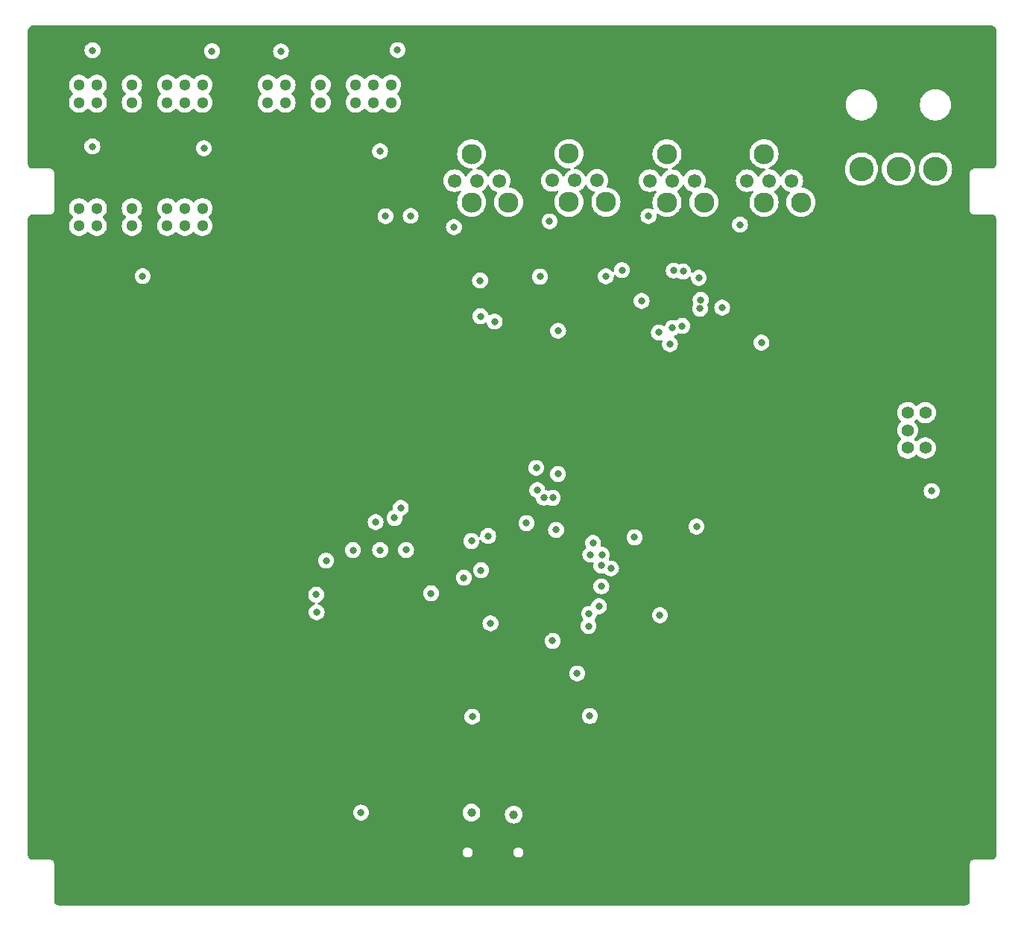
<source format=gbr>
%TF.GenerationSoftware,KiCad,Pcbnew,8.0.2*%
%TF.CreationDate,2024-05-06T15:34:29-04:00*%
%TF.ProjectId,bitcrane,62697463-7261-46e6-952e-6b696361645f,rev?*%
%TF.SameCoordinates,Original*%
%TF.FileFunction,Copper,L2,Inr*%
%TF.FilePolarity,Positive*%
%FSLAX46Y46*%
G04 Gerber Fmt 4.6, Leading zero omitted, Abs format (unit mm)*
G04 Created by KiCad (PCBNEW 8.0.2) date 2024-05-06 15:34:29*
%MOMM*%
%LPD*%
G01*
G04 APERTURE LIST*
%TA.AperFunction,ComponentPad*%
%ADD10C,2.300000*%
%TD*%
%TA.AperFunction,ComponentPad*%
%ADD11C,1.549400*%
%TD*%
%TA.AperFunction,ComponentPad*%
%ADD12C,2.775000*%
%TD*%
%TA.AperFunction,ComponentPad*%
%ADD13C,4.000000*%
%TD*%
%TA.AperFunction,ComponentPad*%
%ADD14O,1.000000X2.100000*%
%TD*%
%TA.AperFunction,ComponentPad*%
%ADD15O,1.000000X1.800000*%
%TD*%
%TA.AperFunction,ComponentPad*%
%ADD16C,1.400000*%
%TD*%
%TA.AperFunction,ComponentPad*%
%ADD17C,1.300000*%
%TD*%
%TA.AperFunction,ViaPad*%
%ADD18C,0.800000*%
%TD*%
%TA.AperFunction,ViaPad*%
%ADD19C,1.000000*%
%TD*%
G04 APERTURE END LIST*
D10*
%TO.N,GND*%
%TO.C,J14*%
X146080000Y-48820000D03*
%TO.N,/12V*%
X146080000Y-54320000D03*
%TO.N,/TACH1*%
X141880000Y-54320000D03*
%TO.N,/PWM1*%
X141880000Y-48820000D03*
%TD*%
%TO.N,GND*%
%TO.C,J15*%
X135060000Y-48820000D03*
%TO.N,/12V*%
X135060000Y-54320000D03*
%TO.N,/TACH2*%
X130860000Y-54320000D03*
%TO.N,/PWM2*%
X130860000Y-48820000D03*
%TD*%
%TO.N,GND*%
%TO.C,J16*%
X123930000Y-48800000D03*
%TO.N,/12V*%
X123930000Y-54300000D03*
%TO.N,/TACH3*%
X119730000Y-54300000D03*
%TO.N,/PWM3*%
X119730000Y-48800000D03*
%TD*%
%TO.N,GND*%
%TO.C,J17*%
X112870000Y-48820000D03*
%TO.N,/12V*%
X112870000Y-54320000D03*
%TO.N,/TACH4*%
X108670000Y-54320000D03*
%TO.N,/PWM4*%
X108670000Y-48820000D03*
%TD*%
D11*
%TO.N,GND*%
%TO.C,J5*%
X136530000Y-51870750D03*
%TO.N,/12V*%
X133990000Y-51870750D03*
%TO.N,/TACH2*%
X131450000Y-51870750D03*
%TO.N,/PWM2*%
X128910000Y-51870750D03*
%TD*%
D12*
%TO.N,Net-(Q1-D)*%
%TO.C,J3*%
X152960000Y-50540000D03*
X157160000Y-50540000D03*
X161360000Y-50540000D03*
%TO.N,GND*%
X152960000Y-54740000D03*
X157160000Y-54740000D03*
X161360000Y-54740000D03*
%TD*%
D13*
%TO.N,GND*%
%TO.C,H4*%
X63160000Y-127445000D03*
%TD*%
D14*
%TO.N,GND*%
%TO.C,J8*%
X106780000Y-127730000D03*
D15*
X106780000Y-131910000D03*
D14*
X115420000Y-127730000D03*
D15*
X115420000Y-131910000D03*
%TD*%
D11*
%TO.N,GND*%
%TO.C,J6*%
X125450000Y-51850750D03*
%TO.N,/12V*%
X122910000Y-51850750D03*
%TO.N,/TACH3*%
X120370000Y-51850750D03*
%TO.N,/PWM3*%
X117830000Y-51850750D03*
%TD*%
%TO.N,GND*%
%TO.C,J7*%
X114360000Y-51870750D03*
%TO.N,/12V*%
X111820000Y-51870750D03*
%TO.N,/TACH4*%
X109280000Y-51870750D03*
%TO.N,/PWM4*%
X106740000Y-51870750D03*
%TD*%
D13*
%TO.N,GND*%
%TO.C,H3*%
X63160000Y-80245000D03*
%TD*%
%TO.N,GND*%
%TO.C,H2*%
X163360000Y-128245000D03*
%TD*%
D11*
%TO.N,GND*%
%TO.C,J4*%
X147580000Y-51870750D03*
%TO.N,/12V*%
X145040000Y-51870750D03*
%TO.N,/TACH1*%
X142500000Y-51870750D03*
%TO.N,/PWM1*%
X139960000Y-51870750D03*
%TD*%
D13*
%TO.N,GND*%
%TO.C,H1*%
X163360000Y-67365000D03*
%TD*%
D16*
%TO.N,Net-(J1-Pin_1)*%
%TO.C,J1*%
X160210000Y-78245000D03*
%TO.N,GND*%
X160210000Y-80245000D03*
%TO.N,/SDA*%
X160210000Y-82245000D03*
%TO.N,Net-(J1-Pin_4)*%
X158210000Y-78245000D03*
%TO.N,/PSU_EN*%
X158210000Y-80245000D03*
%TO.N,/SCL*%
X158210000Y-82245000D03*
%TD*%
D17*
%TO.N,GND*%
%TO.C,J9*%
X101510000Y-42980000D03*
X101510000Y-40980000D03*
%TO.N,/SDA*%
X99510000Y-42980000D03*
%TO.N,/SCL*%
X99510000Y-40980000D03*
%TO.N,/PLUG1*%
X97510000Y-42980000D03*
%TO.N,/A21*%
X97510000Y-40980000D03*
%TO.N,/A11*%
X95510000Y-42980000D03*
%TO.N,/A01*%
X95510000Y-40980000D03*
%TO.N,GND*%
X93510000Y-42980000D03*
X93510000Y-40980000D03*
%TO.N,/TXD1*%
X91510000Y-42980000D03*
%TO.N,/RXD1*%
X91510000Y-40980000D03*
%TO.N,GND*%
X89510000Y-42980000D03*
X89510000Y-40980000D03*
%TO.N,/RST1*%
X87510000Y-42980000D03*
%TO.N,VCCIO*%
X87510000Y-40980000D03*
%TO.N,unconnected-(J9-Pin_17-Pad17)*%
X85510000Y-42980000D03*
%TO.N,unconnected-(J9-Pin_18-Pad18)*%
X85510000Y-40980000D03*
%TD*%
%TO.N,GND*%
%TO.C,J10*%
X80080000Y-57010000D03*
X80080000Y-55010000D03*
%TO.N,/SDA*%
X78080000Y-57010000D03*
%TO.N,/SCL*%
X78080000Y-55010000D03*
%TO.N,/PLUG2*%
X76080000Y-57010000D03*
%TO.N,/A22*%
X76080000Y-55010000D03*
%TO.N,/A12*%
X74080000Y-57010000D03*
%TO.N,/A02*%
X74080000Y-55010000D03*
%TO.N,GND*%
X72080000Y-57010000D03*
X72080000Y-55010000D03*
%TO.N,/TXD2*%
X70080000Y-57010000D03*
%TO.N,/RXD2*%
X70080000Y-55010000D03*
%TO.N,GND*%
X68080000Y-57010000D03*
X68080000Y-55010000D03*
%TO.N,/RST2*%
X66080000Y-57010000D03*
%TO.N,VCCIO*%
X66080000Y-55010000D03*
%TO.N,unconnected-(J10-Pin_17-Pad17)*%
X64080000Y-57010000D03*
%TO.N,unconnected-(J10-Pin_18-Pad18)*%
X64080000Y-55010000D03*
%TD*%
%TO.N,GND*%
%TO.C,J2*%
X80080000Y-42980000D03*
X80080000Y-40980000D03*
%TO.N,/SDA*%
X78080000Y-42980000D03*
%TO.N,/SCL*%
X78080000Y-40980000D03*
%TO.N,/PLUG0*%
X76080000Y-42980000D03*
%TO.N,/A20*%
X76080000Y-40980000D03*
%TO.N,/A10*%
X74080000Y-42980000D03*
%TO.N,/A00*%
X74080000Y-40980000D03*
%TO.N,GND*%
X72080000Y-42980000D03*
X72080000Y-40980000D03*
%TO.N,/TXD0*%
X70080000Y-42980000D03*
%TO.N,/RXD0*%
X70080000Y-40980000D03*
%TO.N,GND*%
X68080000Y-42980000D03*
X68080000Y-40980000D03*
%TO.N,/RST0*%
X66080000Y-42980000D03*
%TO.N,VCCIO*%
X66080000Y-40980000D03*
%TO.N,unconnected-(J2-Pin_17-Pad17)*%
X64080000Y-42980000D03*
%TO.N,unconnected-(J2-Pin_18-Pad18)*%
X64080000Y-40980000D03*
%TD*%
D18*
%TO.N,VCCIO*%
X98880000Y-55900000D03*
X101740000Y-55870000D03*
%TO.N,/RXD2*%
X99920000Y-90210000D03*
%TO.N,GND*%
X108710000Y-116880000D03*
%TO.N,/SCL*%
X160935000Y-87150000D03*
%TO.N,/5V*%
X109630000Y-63210000D03*
D19*
X113454000Y-123936000D03*
D18*
X141600000Y-70270000D03*
D19*
X108650000Y-123701000D03*
D18*
%TO.N,VCORE*%
X117862354Y-104176740D03*
X110810000Y-102190000D03*
X110547000Y-92259000D03*
X118264799Y-91560799D03*
%TO.N,VCCIO*%
X107780000Y-97005500D03*
X134220000Y-91190000D03*
X108650000Y-92830000D03*
X118490000Y-68930000D03*
X108750000Y-112800000D03*
X91007000Y-98936000D03*
X71290000Y-62730000D03*
X122462347Y-93042347D03*
X123140000Y-100250000D03*
X98276000Y-93870000D03*
X95180000Y-93870000D03*
X79160000Y-37150000D03*
X106660000Y-57150000D03*
X87010000Y-37180000D03*
X120660000Y-107890000D03*
X100250000Y-37020000D03*
X101219000Y-93850000D03*
X65580000Y-47980000D03*
X78250000Y-48190000D03*
X130060000Y-101270000D03*
X98260000Y-48510000D03*
X117520000Y-56490000D03*
X127980000Y-65540000D03*
X65600000Y-37050000D03*
X128760000Y-55900000D03*
X91064000Y-100921000D03*
X122090000Y-112720000D03*
X96100000Y-123710000D03*
X139160000Y-56860000D03*
X114900000Y-90800000D03*
%TO.N,GND*%
X117750000Y-109160000D03*
X59820000Y-82940904D03*
X166670000Y-101257274D03*
X120170000Y-103220000D03*
X59820000Y-122543623D03*
X166670000Y-104303637D03*
X59820000Y-67709089D03*
X96150000Y-125690000D03*
X166670000Y-82979096D03*
X59710000Y-48120000D03*
X117420000Y-98410000D03*
X59820000Y-119497260D03*
X93690000Y-36620000D03*
X59820000Y-116450897D03*
X166670000Y-76886370D03*
X166670000Y-98210911D03*
X166670000Y-67747281D03*
X105220000Y-93590000D03*
X117430000Y-95900000D03*
X110970000Y-106760000D03*
X59820000Y-58570000D03*
X72340000Y-36420000D03*
X105730000Y-102310000D03*
X130720000Y-64570000D03*
X166770000Y-42860000D03*
X166670000Y-116489089D03*
X59820000Y-73801815D03*
X59820000Y-110358171D03*
X166670000Y-58608192D03*
X166670000Y-86025459D03*
X102720000Y-126130000D03*
X122350000Y-97260000D03*
X166670000Y-79932733D03*
X138560000Y-65110000D03*
X89750000Y-99920000D03*
X112340000Y-87800000D03*
X122350000Y-117070000D03*
X117160500Y-103190000D03*
X122370000Y-114580000D03*
X91125000Y-97515000D03*
X59820000Y-76848178D03*
X166670000Y-122581815D03*
X59820000Y-113404534D03*
X166670000Y-113442726D03*
X59820000Y-85987267D03*
X105490000Y-110010000D03*
X166670000Y-107350000D03*
X123680000Y-66160000D03*
X59710000Y-39015000D03*
X120710000Y-91536000D03*
X106220000Y-91200000D03*
X59820000Y-125590000D03*
X166670000Y-70793644D03*
X59820000Y-98172719D03*
X128340000Y-99450000D03*
X114160500Y-103302000D03*
X109255765Y-94259041D03*
X114380000Y-108310000D03*
X59820000Y-79894541D03*
X71900000Y-48360000D03*
X166670000Y-125628192D03*
X166770000Y-39825000D03*
X92930000Y-48510000D03*
X59820000Y-101219082D03*
X59820000Y-64662726D03*
X59820000Y-104265445D03*
X114820000Y-95860000D03*
X166670000Y-110396363D03*
X59710000Y-42050000D03*
X108720000Y-114790000D03*
X166770000Y-36790000D03*
X110500000Y-103400000D03*
X153200000Y-65340000D03*
X166770000Y-45895000D03*
X166670000Y-95164548D03*
X59820000Y-89033630D03*
X116135000Y-97170000D03*
X59820000Y-107311808D03*
X166670000Y-64700918D03*
X147110000Y-67290000D03*
X114740000Y-98510000D03*
X113040000Y-91493000D03*
X76760000Y-62760000D03*
X166770000Y-48930000D03*
X59820000Y-61616363D03*
X131880000Y-65700000D03*
X59820000Y-95126356D03*
X59710000Y-35980000D03*
X166670000Y-61654555D03*
X166670000Y-73840007D03*
X103740000Y-122490000D03*
X59820000Y-92079993D03*
X59710000Y-45085000D03*
X166670000Y-119535452D03*
X166670000Y-92118185D03*
X166670000Y-89071822D03*
X59820000Y-70755452D03*
X106250000Y-98350000D03*
%TO.N,/SDA*%
X122010000Y-101110000D03*
%TO.N,/SCL*%
X121950000Y-102495000D03*
%TO.N,Net-(U1-EEDATA)*%
X92150000Y-95060000D03*
X104060000Y-98780000D03*
%TO.N,/PWM1*%
X137133198Y-66293198D03*
X129950000Y-69130000D03*
%TO.N,/TACH1*%
X131200000Y-70450000D03*
%TO.N,/FAN_ALERT*%
X127175500Y-92409860D03*
X123400000Y-97990000D03*
%TO.N,/TACH2*%
X132580000Y-68380000D03*
%TO.N,/PWM2*%
X134480000Y-62910000D03*
X131490000Y-68600000D03*
%TO.N,/TACH3*%
X134690000Y-65420000D03*
%TO.N,/PWM3*%
X134614981Y-66416683D03*
X116440000Y-62780000D03*
%TO.N,/PWM4*%
X132700000Y-62190000D03*
X123920000Y-62745000D03*
%TO.N,/TACH4*%
X125750000Y-62040000D03*
X131640000Y-62090000D03*
%TO.N,/SDA*%
X109680000Y-67280000D03*
%TO.N,/SCL*%
X111285304Y-67889999D03*
%TO.N,/PLUG0*%
X122160000Y-94370000D03*
%TO.N,/RST0*%
X123476396Y-94410000D03*
%TO.N,/PLUG1*%
X118480000Y-85210000D03*
%TO.N,/RST1*%
X116124824Y-87034530D03*
X116016246Y-84520000D03*
%TO.N,/PLUG2*%
X109740000Y-96159041D03*
%TO.N,/RST2*%
X97762347Y-90677653D03*
%TO.N,/TXD1*%
X117884423Y-87922572D03*
%TO.N,/RXD1*%
X116885000Y-87910000D03*
%TO.N,/TXD0*%
X124500000Y-95950000D03*
%TO.N,/RXD0*%
X123410000Y-95630000D03*
%TO.N,/TXD2*%
X100620000Y-89060000D03*
%TD*%
%TA.AperFunction,Conductor*%
%TO.N,GND*%
G36*
X167762042Y-34245067D02*
G01*
X167811279Y-34246682D01*
X167839316Y-34250843D01*
X167936394Y-34276869D01*
X167966278Y-34289251D01*
X168051539Y-34338484D01*
X168077209Y-34358184D01*
X168146815Y-34427790D01*
X168166516Y-34453462D01*
X168215746Y-34538717D01*
X168228133Y-34568613D01*
X168254155Y-34665677D01*
X168258317Y-34693718D01*
X168259933Y-34742954D01*
X168260000Y-34747022D01*
X168260000Y-49992978D01*
X168259934Y-49997024D01*
X168258326Y-50046282D01*
X168254167Y-50074329D01*
X168228158Y-50171398D01*
X168215770Y-50201305D01*
X168166550Y-50286556D01*
X168146844Y-50312237D01*
X168077237Y-50381844D01*
X168051556Y-50401550D01*
X167966305Y-50450770D01*
X167936398Y-50463158D01*
X167839329Y-50489167D01*
X167811282Y-50493326D01*
X167766973Y-50494772D01*
X167762020Y-50494934D01*
X167757978Y-50495000D01*
X165760000Y-50495000D01*
X165694455Y-50497139D01*
X165567833Y-50531067D01*
X165567831Y-50531067D01*
X165567831Y-50531068D01*
X165454306Y-50596612D01*
X165454303Y-50596614D01*
X165361614Y-50689303D01*
X165361612Y-50689306D01*
X165319542Y-50762174D01*
X165296067Y-50802833D01*
X165278027Y-50870159D01*
X165262139Y-50929455D01*
X165260000Y-50994999D01*
X165260000Y-55194998D01*
X165261936Y-55260572D01*
X165261937Y-55260578D01*
X165295862Y-55387258D01*
X165361429Y-55500839D01*
X165454160Y-55593570D01*
X165454162Y-55593571D01*
X165454163Y-55593572D01*
X165515284Y-55628855D01*
X165567742Y-55659137D01*
X165567743Y-55659137D01*
X165567744Y-55659138D01*
X165694426Y-55693064D01*
X165760000Y-55695000D01*
X167757977Y-55695000D01*
X167762042Y-55695067D01*
X167811279Y-55696682D01*
X167839316Y-55700843D01*
X167936394Y-55726869D01*
X167966278Y-55739251D01*
X168051539Y-55788484D01*
X168077209Y-55808184D01*
X168146815Y-55877790D01*
X168166516Y-55903462D01*
X168215746Y-55988717D01*
X168228133Y-56018613D01*
X168254155Y-56115677D01*
X168258317Y-56143718D01*
X168259933Y-56192954D01*
X168260000Y-56197022D01*
X168260000Y-128542978D01*
X168259934Y-128547024D01*
X168258326Y-128596282D01*
X168254167Y-128624329D01*
X168228158Y-128721398D01*
X168215770Y-128751305D01*
X168166550Y-128836556D01*
X168146844Y-128862237D01*
X168077237Y-128931844D01*
X168051556Y-128951550D01*
X167966305Y-129000770D01*
X167936398Y-129013158D01*
X167839329Y-129039167D01*
X167811282Y-129043326D01*
X167766973Y-129044772D01*
X167762020Y-129044934D01*
X167757978Y-129045000D01*
X165760000Y-129045000D01*
X165694455Y-129047139D01*
X165567833Y-129081067D01*
X165567831Y-129081067D01*
X165567831Y-129081068D01*
X165454306Y-129146612D01*
X165454303Y-129146614D01*
X165361614Y-129239303D01*
X165361612Y-129239306D01*
X165296067Y-129352833D01*
X165296063Y-129352848D01*
X165262139Y-129479455D01*
X165260000Y-129544999D01*
X165260000Y-133742978D01*
X165259934Y-133747024D01*
X165258326Y-133796282D01*
X165254167Y-133824329D01*
X165228158Y-133921398D01*
X165215770Y-133951305D01*
X165166550Y-134036556D01*
X165146844Y-134062237D01*
X165077237Y-134131844D01*
X165051556Y-134151550D01*
X164966305Y-134200770D01*
X164936398Y-134213158D01*
X164839329Y-134239167D01*
X164811282Y-134243326D01*
X164766973Y-134244772D01*
X164762020Y-134244934D01*
X164757978Y-134245000D01*
X61761830Y-134245000D01*
X61758172Y-134244946D01*
X61753744Y-134244815D01*
X61708875Y-134243490D01*
X61680459Y-134239323D01*
X61583517Y-134213362D01*
X61553601Y-134200974D01*
X61468304Y-134151735D01*
X61442616Y-134132025D01*
X61372974Y-134062383D01*
X61353264Y-134036695D01*
X61353184Y-134036556D01*
X61304023Y-133951394D01*
X61291638Y-133921486D01*
X61265675Y-133824538D01*
X61261509Y-133796122D01*
X61260054Y-133746829D01*
X61260000Y-133743170D01*
X61260000Y-129544990D01*
X61257850Y-129479457D01*
X61223906Y-129352848D01*
X61223905Y-129352847D01*
X61158357Y-129239332D01*
X61158354Y-129239328D01*
X61065671Y-129146645D01*
X61065667Y-129146642D01*
X60952152Y-129081094D01*
X60952151Y-129081093D01*
X60825542Y-129047149D01*
X60760009Y-129045000D01*
X60760000Y-129045000D01*
X58761830Y-129045000D01*
X58758172Y-129044946D01*
X58753744Y-129044815D01*
X58708875Y-129043490D01*
X58680459Y-129039323D01*
X58583517Y-129013362D01*
X58553601Y-129000974D01*
X58468304Y-128951735D01*
X58442616Y-128932025D01*
X58372974Y-128862383D01*
X58353264Y-128836695D01*
X58353184Y-128836556D01*
X58304023Y-128751394D01*
X58291638Y-128721486D01*
X58265675Y-128624538D01*
X58261509Y-128596122D01*
X58261132Y-128583364D01*
X58260054Y-128546829D01*
X58260000Y-128543170D01*
X58260000Y-128154234D01*
X107634500Y-128154234D01*
X107634500Y-128305765D01*
X107673719Y-128452136D01*
X107711602Y-128517750D01*
X107749485Y-128583365D01*
X107856635Y-128690515D01*
X107987865Y-128766281D01*
X108134234Y-128805500D01*
X108134236Y-128805500D01*
X108285764Y-128805500D01*
X108285766Y-128805500D01*
X108432135Y-128766281D01*
X108563365Y-128690515D01*
X108670515Y-128583365D01*
X108746281Y-128452135D01*
X108785500Y-128305766D01*
X108785500Y-128154234D01*
X113414500Y-128154234D01*
X113414500Y-128305765D01*
X113453719Y-128452136D01*
X113491602Y-128517750D01*
X113529485Y-128583365D01*
X113636635Y-128690515D01*
X113767865Y-128766281D01*
X113914234Y-128805500D01*
X113914236Y-128805500D01*
X114065764Y-128805500D01*
X114065766Y-128805500D01*
X114212135Y-128766281D01*
X114343365Y-128690515D01*
X114450515Y-128583365D01*
X114526281Y-128452135D01*
X114565500Y-128305766D01*
X114565500Y-128154234D01*
X114526281Y-128007865D01*
X114450515Y-127876635D01*
X114343365Y-127769485D01*
X114277750Y-127731602D01*
X114212136Y-127693719D01*
X114138950Y-127674109D01*
X114065766Y-127654500D01*
X113914234Y-127654500D01*
X113767863Y-127693719D01*
X113636635Y-127769485D01*
X113636632Y-127769487D01*
X113529487Y-127876632D01*
X113529485Y-127876635D01*
X113453719Y-128007863D01*
X113414500Y-128154234D01*
X108785500Y-128154234D01*
X108746281Y-128007865D01*
X108670515Y-127876635D01*
X108563365Y-127769485D01*
X108497750Y-127731602D01*
X108432136Y-127693719D01*
X108358950Y-127674109D01*
X108285766Y-127654500D01*
X108134234Y-127654500D01*
X107987863Y-127693719D01*
X107856635Y-127769485D01*
X107856632Y-127769487D01*
X107749487Y-127876632D01*
X107749485Y-127876635D01*
X107673719Y-128007863D01*
X107634500Y-128154234D01*
X58260000Y-128154234D01*
X58260000Y-123710000D01*
X95194540Y-123710000D01*
X95214326Y-123898256D01*
X95214327Y-123898259D01*
X95272818Y-124078277D01*
X95272821Y-124078284D01*
X95367467Y-124242216D01*
X95494129Y-124382888D01*
X95647265Y-124494148D01*
X95647270Y-124494151D01*
X95820192Y-124571142D01*
X95820197Y-124571144D01*
X96005354Y-124610500D01*
X96005355Y-124610500D01*
X96194644Y-124610500D01*
X96194646Y-124610500D01*
X96379803Y-124571144D01*
X96552730Y-124494151D01*
X96705871Y-124382888D01*
X96832533Y-124242216D01*
X96927179Y-124078284D01*
X96985674Y-123898256D01*
X97005460Y-123710000D01*
X97004514Y-123701000D01*
X107644659Y-123701000D01*
X107663975Y-123897129D01*
X107721188Y-124085733D01*
X107814086Y-124259532D01*
X107814090Y-124259539D01*
X107939116Y-124411883D01*
X108091460Y-124536909D01*
X108091467Y-124536913D01*
X108265266Y-124629811D01*
X108265269Y-124629811D01*
X108265273Y-124629814D01*
X108453868Y-124687024D01*
X108650000Y-124706341D01*
X108846132Y-124687024D01*
X109034727Y-124629814D01*
X109208538Y-124536910D01*
X109360883Y-124411883D01*
X109485910Y-124259538D01*
X109578814Y-124085727D01*
X109624233Y-123936000D01*
X112448659Y-123936000D01*
X112467975Y-124132129D01*
X112467976Y-124132132D01*
X112506624Y-124259538D01*
X112525188Y-124320733D01*
X112618086Y-124494532D01*
X112618090Y-124494539D01*
X112743116Y-124646883D01*
X112895460Y-124771909D01*
X112895467Y-124771913D01*
X113069266Y-124864811D01*
X113069269Y-124864811D01*
X113069273Y-124864814D01*
X113257868Y-124922024D01*
X113454000Y-124941341D01*
X113650132Y-124922024D01*
X113838727Y-124864814D01*
X114012538Y-124771910D01*
X114164883Y-124646883D01*
X114289910Y-124494538D01*
X114382814Y-124320727D01*
X114440024Y-124132132D01*
X114459341Y-123936000D01*
X114440024Y-123739868D01*
X114382814Y-123551273D01*
X114382811Y-123551269D01*
X114382811Y-123551266D01*
X114289913Y-123377467D01*
X114289909Y-123377460D01*
X114164883Y-123225116D01*
X114012539Y-123100090D01*
X114012532Y-123100086D01*
X113838733Y-123007188D01*
X113838727Y-123007186D01*
X113650132Y-122949976D01*
X113650129Y-122949975D01*
X113454000Y-122930659D01*
X113257870Y-122949975D01*
X113069266Y-123007188D01*
X112895467Y-123100086D01*
X112895460Y-123100090D01*
X112743116Y-123225116D01*
X112618090Y-123377460D01*
X112618086Y-123377467D01*
X112525188Y-123551266D01*
X112467975Y-123739870D01*
X112448659Y-123936000D01*
X109624233Y-123936000D01*
X109636024Y-123897132D01*
X109655341Y-123701000D01*
X109636024Y-123504868D01*
X109578814Y-123316273D01*
X109578811Y-123316269D01*
X109578811Y-123316266D01*
X109485913Y-123142467D01*
X109485909Y-123142460D01*
X109360883Y-122990116D01*
X109208539Y-122865090D01*
X109208532Y-122865086D01*
X109034733Y-122772188D01*
X109034727Y-122772186D01*
X108846132Y-122714976D01*
X108846129Y-122714975D01*
X108650000Y-122695659D01*
X108453870Y-122714975D01*
X108265266Y-122772188D01*
X108091467Y-122865086D01*
X108091460Y-122865090D01*
X107939116Y-122990116D01*
X107814090Y-123142460D01*
X107814086Y-123142467D01*
X107721188Y-123316266D01*
X107663975Y-123504870D01*
X107644659Y-123701000D01*
X97004514Y-123701000D01*
X96985674Y-123521744D01*
X96927179Y-123341716D01*
X96832533Y-123177784D01*
X96705871Y-123037112D01*
X96705870Y-123037111D01*
X96552734Y-122925851D01*
X96552729Y-122925848D01*
X96379807Y-122848857D01*
X96379802Y-122848855D01*
X96234001Y-122817865D01*
X96194646Y-122809500D01*
X96005354Y-122809500D01*
X95972897Y-122816398D01*
X95820197Y-122848855D01*
X95820192Y-122848857D01*
X95647270Y-122925848D01*
X95647265Y-122925851D01*
X95494129Y-123037111D01*
X95367466Y-123177785D01*
X95272821Y-123341715D01*
X95272818Y-123341722D01*
X95214327Y-123521740D01*
X95214326Y-123521744D01*
X95194540Y-123710000D01*
X58260000Y-123710000D01*
X58260000Y-112800000D01*
X107844540Y-112800000D01*
X107864326Y-112988256D01*
X107864327Y-112988259D01*
X107922818Y-113168277D01*
X107922821Y-113168284D01*
X108017467Y-113332216D01*
X108144129Y-113472888D01*
X108297265Y-113584148D01*
X108297270Y-113584151D01*
X108470192Y-113661142D01*
X108470197Y-113661144D01*
X108655354Y-113700500D01*
X108655355Y-113700500D01*
X108844644Y-113700500D01*
X108844646Y-113700500D01*
X109029803Y-113661144D01*
X109202730Y-113584151D01*
X109355871Y-113472888D01*
X109482533Y-113332216D01*
X109577179Y-113168284D01*
X109635674Y-112988256D01*
X109655460Y-112800000D01*
X109647052Y-112720000D01*
X121184540Y-112720000D01*
X121204326Y-112908256D01*
X121204327Y-112908259D01*
X121262818Y-113088277D01*
X121262821Y-113088284D01*
X121357467Y-113252216D01*
X121429498Y-113332214D01*
X121484129Y-113392888D01*
X121637265Y-113504148D01*
X121637270Y-113504151D01*
X121810192Y-113581142D01*
X121810197Y-113581144D01*
X121995354Y-113620500D01*
X121995355Y-113620500D01*
X122184644Y-113620500D01*
X122184646Y-113620500D01*
X122369803Y-113581144D01*
X122542730Y-113504151D01*
X122695871Y-113392888D01*
X122822533Y-113252216D01*
X122917179Y-113088284D01*
X122975674Y-112908256D01*
X122995460Y-112720000D01*
X122975674Y-112531744D01*
X122917179Y-112351716D01*
X122822533Y-112187784D01*
X122695871Y-112047112D01*
X122652844Y-112015851D01*
X122542734Y-111935851D01*
X122542729Y-111935848D01*
X122369807Y-111858857D01*
X122369802Y-111858855D01*
X122224001Y-111827865D01*
X122184646Y-111819500D01*
X121995354Y-111819500D01*
X121962897Y-111826398D01*
X121810197Y-111858855D01*
X121810192Y-111858857D01*
X121637270Y-111935848D01*
X121637265Y-111935851D01*
X121484129Y-112047111D01*
X121357466Y-112187785D01*
X121262821Y-112351715D01*
X121262818Y-112351722D01*
X121236827Y-112431716D01*
X121204326Y-112531744D01*
X121184540Y-112720000D01*
X109647052Y-112720000D01*
X109635674Y-112611744D01*
X109577179Y-112431716D01*
X109482533Y-112267784D01*
X109355871Y-112127112D01*
X109355870Y-112127111D01*
X109202734Y-112015851D01*
X109202729Y-112015848D01*
X109029807Y-111938857D01*
X109029802Y-111938855D01*
X108884001Y-111907865D01*
X108844646Y-111899500D01*
X108655354Y-111899500D01*
X108622897Y-111906398D01*
X108470197Y-111938855D01*
X108470192Y-111938857D01*
X108297270Y-112015848D01*
X108297265Y-112015851D01*
X108144129Y-112127111D01*
X108017466Y-112267785D01*
X107922821Y-112431715D01*
X107922818Y-112431722D01*
X107864327Y-112611740D01*
X107864326Y-112611744D01*
X107844540Y-112800000D01*
X58260000Y-112800000D01*
X58260000Y-107890000D01*
X119754540Y-107890000D01*
X119774326Y-108078256D01*
X119774327Y-108078259D01*
X119832818Y-108258277D01*
X119832821Y-108258284D01*
X119927467Y-108422216D01*
X120054129Y-108562888D01*
X120207265Y-108674148D01*
X120207270Y-108674151D01*
X120380192Y-108751142D01*
X120380197Y-108751144D01*
X120565354Y-108790500D01*
X120565355Y-108790500D01*
X120754644Y-108790500D01*
X120754646Y-108790500D01*
X120939803Y-108751144D01*
X121112730Y-108674151D01*
X121265871Y-108562888D01*
X121392533Y-108422216D01*
X121487179Y-108258284D01*
X121545674Y-108078256D01*
X121565460Y-107890000D01*
X121545674Y-107701744D01*
X121487179Y-107521716D01*
X121392533Y-107357784D01*
X121265871Y-107217112D01*
X121265870Y-107217111D01*
X121112734Y-107105851D01*
X121112729Y-107105848D01*
X120939807Y-107028857D01*
X120939802Y-107028855D01*
X120794001Y-106997865D01*
X120754646Y-106989500D01*
X120565354Y-106989500D01*
X120532897Y-106996398D01*
X120380197Y-107028855D01*
X120380192Y-107028857D01*
X120207270Y-107105848D01*
X120207265Y-107105851D01*
X120054129Y-107217111D01*
X119927466Y-107357785D01*
X119832821Y-107521715D01*
X119832818Y-107521722D01*
X119774327Y-107701740D01*
X119774326Y-107701744D01*
X119754540Y-107890000D01*
X58260000Y-107890000D01*
X58260000Y-104176740D01*
X116956894Y-104176740D01*
X116976680Y-104364996D01*
X116976681Y-104364999D01*
X117035172Y-104545017D01*
X117035175Y-104545024D01*
X117129821Y-104708956D01*
X117256483Y-104849628D01*
X117409619Y-104960888D01*
X117409624Y-104960891D01*
X117582546Y-105037882D01*
X117582551Y-105037884D01*
X117767708Y-105077240D01*
X117767709Y-105077240D01*
X117956998Y-105077240D01*
X117957000Y-105077240D01*
X118142157Y-105037884D01*
X118315084Y-104960891D01*
X118468225Y-104849628D01*
X118594887Y-104708956D01*
X118689533Y-104545024D01*
X118748028Y-104364996D01*
X118767814Y-104176740D01*
X118748028Y-103988484D01*
X118689533Y-103808456D01*
X118594887Y-103644524D01*
X118468225Y-103503852D01*
X118468224Y-103503851D01*
X118315088Y-103392591D01*
X118315083Y-103392588D01*
X118142161Y-103315597D01*
X118142156Y-103315595D01*
X117970681Y-103279148D01*
X117957000Y-103276240D01*
X117767708Y-103276240D01*
X117754027Y-103279148D01*
X117582551Y-103315595D01*
X117582546Y-103315597D01*
X117409624Y-103392588D01*
X117409619Y-103392591D01*
X117256483Y-103503851D01*
X117129820Y-103644525D01*
X117035175Y-103808455D01*
X117035172Y-103808462D01*
X116976681Y-103988480D01*
X116976680Y-103988484D01*
X116956894Y-104176740D01*
X58260000Y-104176740D01*
X58260000Y-102190000D01*
X109904540Y-102190000D01*
X109924326Y-102378256D01*
X109924327Y-102378259D01*
X109982818Y-102558277D01*
X109982821Y-102558284D01*
X110077467Y-102722216D01*
X110204129Y-102862888D01*
X110357265Y-102974148D01*
X110357270Y-102974151D01*
X110530192Y-103051142D01*
X110530197Y-103051144D01*
X110715354Y-103090500D01*
X110715355Y-103090500D01*
X110904644Y-103090500D01*
X110904646Y-103090500D01*
X111089803Y-103051144D01*
X111262730Y-102974151D01*
X111415871Y-102862888D01*
X111542533Y-102722216D01*
X111637179Y-102558284D01*
X111657741Y-102495000D01*
X121044540Y-102495000D01*
X121064326Y-102683256D01*
X121064327Y-102683259D01*
X121122818Y-102863277D01*
X121122821Y-102863284D01*
X121217467Y-103027216D01*
X121344129Y-103167888D01*
X121497265Y-103279148D01*
X121497270Y-103279151D01*
X121670192Y-103356142D01*
X121670197Y-103356144D01*
X121855354Y-103395500D01*
X121855355Y-103395500D01*
X122044644Y-103395500D01*
X122044646Y-103395500D01*
X122229803Y-103356144D01*
X122402730Y-103279151D01*
X122555871Y-103167888D01*
X122682533Y-103027216D01*
X122777179Y-102863284D01*
X122835674Y-102683256D01*
X122855460Y-102495000D01*
X122835674Y-102306744D01*
X122777179Y-102126716D01*
X122682533Y-101962784D01*
X122642920Y-101918790D01*
X122612690Y-101855799D01*
X122621315Y-101786464D01*
X122642918Y-101752848D01*
X122742533Y-101642216D01*
X122837179Y-101478284D01*
X122895674Y-101298256D01*
X122898643Y-101270000D01*
X129154540Y-101270000D01*
X129174326Y-101458256D01*
X129174327Y-101458259D01*
X129232818Y-101638277D01*
X129232821Y-101638284D01*
X129327467Y-101802216D01*
X129432432Y-101918791D01*
X129454129Y-101942888D01*
X129607265Y-102054148D01*
X129607270Y-102054151D01*
X129780192Y-102131142D01*
X129780197Y-102131144D01*
X129965354Y-102170500D01*
X129965355Y-102170500D01*
X130154644Y-102170500D01*
X130154646Y-102170500D01*
X130339803Y-102131144D01*
X130512730Y-102054151D01*
X130665871Y-101942888D01*
X130792533Y-101802216D01*
X130887179Y-101638284D01*
X130945674Y-101458256D01*
X130965460Y-101270000D01*
X130945674Y-101081744D01*
X130887179Y-100901716D01*
X130792533Y-100737784D01*
X130665871Y-100597112D01*
X130639270Y-100577785D01*
X130512734Y-100485851D01*
X130512729Y-100485848D01*
X130339807Y-100408857D01*
X130339802Y-100408855D01*
X130194001Y-100377865D01*
X130154646Y-100369500D01*
X129965354Y-100369500D01*
X129932897Y-100376398D01*
X129780197Y-100408855D01*
X129780192Y-100408857D01*
X129607270Y-100485848D01*
X129607265Y-100485851D01*
X129454129Y-100597111D01*
X129327466Y-100737785D01*
X129232821Y-100901715D01*
X129232818Y-100901722D01*
X129174327Y-101081740D01*
X129174326Y-101081744D01*
X129154540Y-101270000D01*
X122898643Y-101270000D01*
X122899739Y-101259571D01*
X122926321Y-101194958D01*
X122983617Y-101154971D01*
X123038684Y-101151823D01*
X123038895Y-101149821D01*
X123045353Y-101150500D01*
X123045354Y-101150500D01*
X123234644Y-101150500D01*
X123234646Y-101150500D01*
X123419803Y-101111144D01*
X123592730Y-101034151D01*
X123745871Y-100922888D01*
X123872533Y-100782216D01*
X123967179Y-100618284D01*
X124025674Y-100438256D01*
X124045460Y-100250000D01*
X124025674Y-100061744D01*
X123967179Y-99881716D01*
X123872533Y-99717784D01*
X123745871Y-99577112D01*
X123728028Y-99564148D01*
X123592734Y-99465851D01*
X123592729Y-99465848D01*
X123419807Y-99388857D01*
X123419802Y-99388855D01*
X123274001Y-99357865D01*
X123234646Y-99349500D01*
X123045354Y-99349500D01*
X123012897Y-99356398D01*
X122860197Y-99388855D01*
X122860192Y-99388857D01*
X122687270Y-99465848D01*
X122687265Y-99465851D01*
X122534129Y-99577111D01*
X122407466Y-99717785D01*
X122312821Y-99881715D01*
X122312818Y-99881722D01*
X122254327Y-100061739D01*
X122250260Y-100100432D01*
X122223674Y-100165046D01*
X122166376Y-100205030D01*
X122111313Y-100208184D01*
X122111104Y-100210179D01*
X122104646Y-100209500D01*
X121915354Y-100209500D01*
X121912160Y-100210179D01*
X121730197Y-100248855D01*
X121730192Y-100248857D01*
X121557270Y-100325848D01*
X121557265Y-100325851D01*
X121404129Y-100437111D01*
X121277466Y-100577785D01*
X121182821Y-100741715D01*
X121182818Y-100741722D01*
X121124327Y-100921740D01*
X121124326Y-100921744D01*
X121104540Y-101110000D01*
X121124326Y-101298256D01*
X121124327Y-101298259D01*
X121182818Y-101478277D01*
X121182821Y-101478284D01*
X121277466Y-101642215D01*
X121317078Y-101686209D01*
X121347308Y-101749201D01*
X121338682Y-101818536D01*
X121317079Y-101852152D01*
X121217466Y-101962785D01*
X121122821Y-102126715D01*
X121122818Y-102126722D01*
X121064327Y-102306740D01*
X121064326Y-102306744D01*
X121044540Y-102495000D01*
X111657741Y-102495000D01*
X111695674Y-102378256D01*
X111715460Y-102190000D01*
X111695674Y-102001744D01*
X111641112Y-101833823D01*
X111637181Y-101821722D01*
X111637180Y-101821721D01*
X111637179Y-101821716D01*
X111542533Y-101657784D01*
X111415871Y-101517112D01*
X111362429Y-101478284D01*
X111262734Y-101405851D01*
X111262729Y-101405848D01*
X111089807Y-101328857D01*
X111089802Y-101328855D01*
X110944001Y-101297865D01*
X110904646Y-101289500D01*
X110715354Y-101289500D01*
X110682897Y-101296398D01*
X110530197Y-101328855D01*
X110530192Y-101328857D01*
X110357270Y-101405848D01*
X110357265Y-101405851D01*
X110204129Y-101517111D01*
X110077466Y-101657785D01*
X109982821Y-101821715D01*
X109982818Y-101821722D01*
X109924327Y-102001740D01*
X109924326Y-102001744D01*
X109904540Y-102190000D01*
X58260000Y-102190000D01*
X58260000Y-98936000D01*
X90101540Y-98936000D01*
X90121326Y-99124256D01*
X90121327Y-99124259D01*
X90179818Y-99304277D01*
X90179821Y-99304284D01*
X90274467Y-99468216D01*
X90360845Y-99564148D01*
X90401129Y-99608888D01*
X90554265Y-99720148D01*
X90554270Y-99720151D01*
X90727191Y-99797142D01*
X90727193Y-99797142D01*
X90727197Y-99797144D01*
X90803056Y-99813268D01*
X90864534Y-99846458D01*
X90898311Y-99907621D01*
X90893659Y-99977336D01*
X90852055Y-100033468D01*
X90803057Y-100055847D01*
X90784192Y-100059857D01*
X90611270Y-100136848D01*
X90611265Y-100136851D01*
X90458129Y-100248111D01*
X90331466Y-100388785D01*
X90236821Y-100552715D01*
X90236818Y-100552722D01*
X90178327Y-100732740D01*
X90178326Y-100732744D01*
X90158540Y-100921000D01*
X90178326Y-101109256D01*
X90178327Y-101109259D01*
X90236818Y-101289277D01*
X90236821Y-101289284D01*
X90331467Y-101453216D01*
X90458129Y-101593888D01*
X90611265Y-101705148D01*
X90611270Y-101705151D01*
X90784192Y-101782142D01*
X90784197Y-101782144D01*
X90969354Y-101821500D01*
X90969355Y-101821500D01*
X91158644Y-101821500D01*
X91158646Y-101821500D01*
X91343803Y-101782144D01*
X91516730Y-101705151D01*
X91669871Y-101593888D01*
X91796533Y-101453216D01*
X91891179Y-101289284D01*
X91949674Y-101109256D01*
X91969460Y-100921000D01*
X91949674Y-100732744D01*
X91891179Y-100552716D01*
X91796533Y-100388784D01*
X91669871Y-100248112D01*
X91655115Y-100237391D01*
X91516734Y-100136851D01*
X91516729Y-100136848D01*
X91343807Y-100059857D01*
X91343802Y-100059855D01*
X91267946Y-100043732D01*
X91206464Y-100010540D01*
X91172688Y-99949377D01*
X91177340Y-99879662D01*
X91218945Y-99823530D01*
X91267945Y-99801152D01*
X91286803Y-99797144D01*
X91459730Y-99720151D01*
X91612871Y-99608888D01*
X91739533Y-99468216D01*
X91834179Y-99304284D01*
X91892674Y-99124256D01*
X91912460Y-98936000D01*
X91896064Y-98780000D01*
X103154540Y-98780000D01*
X103174326Y-98968256D01*
X103174327Y-98968259D01*
X103232818Y-99148277D01*
X103232821Y-99148284D01*
X103327467Y-99312216D01*
X103396475Y-99388857D01*
X103454129Y-99452888D01*
X103607265Y-99564148D01*
X103607270Y-99564151D01*
X103780192Y-99641142D01*
X103780197Y-99641144D01*
X103965354Y-99680500D01*
X103965355Y-99680500D01*
X104154644Y-99680500D01*
X104154646Y-99680500D01*
X104339803Y-99641144D01*
X104512730Y-99564151D01*
X104665871Y-99452888D01*
X104792533Y-99312216D01*
X104887179Y-99148284D01*
X104945674Y-98968256D01*
X104965460Y-98780000D01*
X104945674Y-98591744D01*
X104887179Y-98411716D01*
X104792533Y-98247784D01*
X104665871Y-98107112D01*
X104621476Y-98074857D01*
X104512734Y-97995851D01*
X104512729Y-97995848D01*
X104499594Y-97990000D01*
X122494540Y-97990000D01*
X122514326Y-98178256D01*
X122514327Y-98178259D01*
X122572818Y-98358277D01*
X122572821Y-98358284D01*
X122667467Y-98522216D01*
X122794129Y-98662888D01*
X122947265Y-98774148D01*
X122947270Y-98774151D01*
X123120192Y-98851142D01*
X123120197Y-98851144D01*
X123305354Y-98890500D01*
X123305355Y-98890500D01*
X123494644Y-98890500D01*
X123494646Y-98890500D01*
X123679803Y-98851144D01*
X123852730Y-98774151D01*
X124005871Y-98662888D01*
X124132533Y-98522216D01*
X124227179Y-98358284D01*
X124285674Y-98178256D01*
X124305460Y-97990000D01*
X124285674Y-97801744D01*
X124227179Y-97621716D01*
X124132533Y-97457784D01*
X124005871Y-97317112D01*
X124005870Y-97317111D01*
X123852734Y-97205851D01*
X123852729Y-97205848D01*
X123679807Y-97128857D01*
X123679802Y-97128855D01*
X123534001Y-97097865D01*
X123494646Y-97089500D01*
X123305354Y-97089500D01*
X123272897Y-97096398D01*
X123120197Y-97128855D01*
X123120192Y-97128857D01*
X122947270Y-97205848D01*
X122947265Y-97205851D01*
X122794129Y-97317111D01*
X122667466Y-97457785D01*
X122572821Y-97621715D01*
X122572818Y-97621722D01*
X122518256Y-97789648D01*
X122514326Y-97801744D01*
X122494540Y-97990000D01*
X104499594Y-97990000D01*
X104339807Y-97918857D01*
X104339802Y-97918855D01*
X104194001Y-97887865D01*
X104154646Y-97879500D01*
X103965354Y-97879500D01*
X103932897Y-97886398D01*
X103780197Y-97918855D01*
X103780192Y-97918857D01*
X103607270Y-97995848D01*
X103607265Y-97995851D01*
X103454129Y-98107111D01*
X103327466Y-98247785D01*
X103232821Y-98411715D01*
X103232818Y-98411722D01*
X103182133Y-98567716D01*
X103174326Y-98591744D01*
X103154540Y-98780000D01*
X91896064Y-98780000D01*
X91892674Y-98747744D01*
X91834179Y-98567716D01*
X91739533Y-98403784D01*
X91612871Y-98263112D01*
X91612870Y-98263111D01*
X91459734Y-98151851D01*
X91459729Y-98151848D01*
X91286807Y-98074857D01*
X91286802Y-98074855D01*
X91141001Y-98043865D01*
X91101646Y-98035500D01*
X90912354Y-98035500D01*
X90879897Y-98042398D01*
X90727197Y-98074855D01*
X90727192Y-98074857D01*
X90554270Y-98151848D01*
X90554265Y-98151851D01*
X90401129Y-98263111D01*
X90274466Y-98403785D01*
X90179821Y-98567715D01*
X90179818Y-98567722D01*
X90121327Y-98747740D01*
X90121326Y-98747744D01*
X90101540Y-98936000D01*
X58260000Y-98936000D01*
X58260000Y-97005500D01*
X106874540Y-97005500D01*
X106894326Y-97193756D01*
X106894327Y-97193759D01*
X106952818Y-97373777D01*
X106952821Y-97373784D01*
X107047467Y-97537716D01*
X107123101Y-97621716D01*
X107174129Y-97678388D01*
X107327265Y-97789648D01*
X107327270Y-97789651D01*
X107500192Y-97866642D01*
X107500197Y-97866644D01*
X107685354Y-97906000D01*
X107685355Y-97906000D01*
X107874644Y-97906000D01*
X107874646Y-97906000D01*
X108059803Y-97866644D01*
X108232730Y-97789651D01*
X108385871Y-97678388D01*
X108512533Y-97537716D01*
X108607179Y-97373784D01*
X108665674Y-97193756D01*
X108685460Y-97005500D01*
X108665674Y-96817244D01*
X108607179Y-96637216D01*
X108512533Y-96473284D01*
X108385871Y-96332612D01*
X108385870Y-96332611D01*
X108232734Y-96221351D01*
X108232729Y-96221348D01*
X108092787Y-96159041D01*
X108834540Y-96159041D01*
X108854326Y-96347297D01*
X108854327Y-96347300D01*
X108912818Y-96527318D01*
X108912821Y-96527325D01*
X109007467Y-96691257D01*
X109115412Y-96811142D01*
X109134129Y-96831929D01*
X109287265Y-96943189D01*
X109287270Y-96943192D01*
X109460192Y-97020183D01*
X109460197Y-97020185D01*
X109645354Y-97059541D01*
X109645355Y-97059541D01*
X109834644Y-97059541D01*
X109834646Y-97059541D01*
X110019803Y-97020185D01*
X110192730Y-96943192D01*
X110345871Y-96831929D01*
X110472533Y-96691257D01*
X110567179Y-96527325D01*
X110625674Y-96347297D01*
X110645460Y-96159041D01*
X110625674Y-95970785D01*
X110567179Y-95790757D01*
X110472533Y-95626825D01*
X110345871Y-95486153D01*
X110345870Y-95486152D01*
X110192734Y-95374892D01*
X110192729Y-95374889D01*
X110019807Y-95297898D01*
X110019802Y-95297896D01*
X109849583Y-95261716D01*
X109834646Y-95258541D01*
X109645354Y-95258541D01*
X109630417Y-95261716D01*
X109460197Y-95297896D01*
X109460192Y-95297898D01*
X109287270Y-95374889D01*
X109287265Y-95374892D01*
X109134129Y-95486152D01*
X109007466Y-95626826D01*
X108912821Y-95790756D01*
X108912818Y-95790763D01*
X108854327Y-95970781D01*
X108854326Y-95970785D01*
X108834540Y-96159041D01*
X108092787Y-96159041D01*
X108059807Y-96144357D01*
X108059802Y-96144355D01*
X107914001Y-96113365D01*
X107874646Y-96105000D01*
X107685354Y-96105000D01*
X107652897Y-96111898D01*
X107500197Y-96144355D01*
X107500192Y-96144357D01*
X107327270Y-96221348D01*
X107327265Y-96221351D01*
X107174129Y-96332611D01*
X107047466Y-96473285D01*
X106952821Y-96637215D01*
X106952818Y-96637222D01*
X106896308Y-96811144D01*
X106894326Y-96817244D01*
X106874540Y-97005500D01*
X58260000Y-97005500D01*
X58260000Y-95060000D01*
X91244540Y-95060000D01*
X91264326Y-95248256D01*
X91264327Y-95248259D01*
X91322818Y-95428277D01*
X91322821Y-95428284D01*
X91417467Y-95592216D01*
X91544129Y-95732888D01*
X91697265Y-95844148D01*
X91697270Y-95844151D01*
X91870192Y-95921142D01*
X91870197Y-95921144D01*
X92055354Y-95960500D01*
X92055355Y-95960500D01*
X92244644Y-95960500D01*
X92244646Y-95960500D01*
X92429803Y-95921144D01*
X92602730Y-95844151D01*
X92755871Y-95732888D01*
X92882533Y-95592216D01*
X92977179Y-95428284D01*
X93035674Y-95248256D01*
X93055460Y-95060000D01*
X93035674Y-94871744D01*
X92977179Y-94691716D01*
X92882533Y-94527784D01*
X92755871Y-94387112D01*
X92755870Y-94387111D01*
X92602734Y-94275851D01*
X92602729Y-94275848D01*
X92429807Y-94198857D01*
X92429802Y-94198855D01*
X92284001Y-94167865D01*
X92244646Y-94159500D01*
X92055354Y-94159500D01*
X92022897Y-94166398D01*
X91870197Y-94198855D01*
X91870192Y-94198857D01*
X91697270Y-94275848D01*
X91697265Y-94275851D01*
X91544129Y-94387111D01*
X91417466Y-94527785D01*
X91322821Y-94691715D01*
X91322818Y-94691722D01*
X91264599Y-94870904D01*
X91264326Y-94871744D01*
X91244540Y-95060000D01*
X58260000Y-95060000D01*
X58260000Y-93870000D01*
X94274540Y-93870000D01*
X94294326Y-94058256D01*
X94294327Y-94058259D01*
X94352818Y-94238277D01*
X94352821Y-94238284D01*
X94447467Y-94402216D01*
X94556121Y-94522888D01*
X94574129Y-94542888D01*
X94727265Y-94654148D01*
X94727270Y-94654151D01*
X94900192Y-94731142D01*
X94900197Y-94731144D01*
X95085354Y-94770500D01*
X95085355Y-94770500D01*
X95274644Y-94770500D01*
X95274646Y-94770500D01*
X95459803Y-94731144D01*
X95632730Y-94654151D01*
X95785871Y-94542888D01*
X95912533Y-94402216D01*
X96007179Y-94238284D01*
X96065674Y-94058256D01*
X96085460Y-93870000D01*
X97370540Y-93870000D01*
X97390326Y-94058256D01*
X97390327Y-94058259D01*
X97448818Y-94238277D01*
X97448821Y-94238284D01*
X97543467Y-94402216D01*
X97652121Y-94522888D01*
X97670129Y-94542888D01*
X97823265Y-94654148D01*
X97823270Y-94654151D01*
X97996192Y-94731142D01*
X97996197Y-94731144D01*
X98181354Y-94770500D01*
X98181355Y-94770500D01*
X98370644Y-94770500D01*
X98370646Y-94770500D01*
X98555803Y-94731144D01*
X98728730Y-94654151D01*
X98881871Y-94542888D01*
X99008533Y-94402216D01*
X99103179Y-94238284D01*
X99161674Y-94058256D01*
X99181460Y-93870000D01*
X99179358Y-93850000D01*
X100313540Y-93850000D01*
X100333326Y-94038256D01*
X100333327Y-94038259D01*
X100391818Y-94218277D01*
X100391821Y-94218284D01*
X100486467Y-94382216D01*
X100613129Y-94522888D01*
X100766265Y-94634148D01*
X100766270Y-94634151D01*
X100939192Y-94711142D01*
X100939197Y-94711144D01*
X101124354Y-94750500D01*
X101124355Y-94750500D01*
X101313644Y-94750500D01*
X101313646Y-94750500D01*
X101498803Y-94711144D01*
X101671730Y-94634151D01*
X101824871Y-94522888D01*
X101951533Y-94382216D01*
X101958586Y-94370000D01*
X121254540Y-94370000D01*
X121274326Y-94558256D01*
X121274327Y-94558259D01*
X121332818Y-94738277D01*
X121332821Y-94738284D01*
X121427467Y-94902216D01*
X121521580Y-95006739D01*
X121554129Y-95042888D01*
X121707265Y-95154148D01*
X121707270Y-95154151D01*
X121880192Y-95231142D01*
X121880197Y-95231144D01*
X122065354Y-95270500D01*
X122065355Y-95270500D01*
X122254644Y-95270500D01*
X122254646Y-95270500D01*
X122394021Y-95240875D01*
X122463687Y-95246191D01*
X122519421Y-95288328D01*
X122543526Y-95353908D01*
X122537732Y-95400482D01*
X122524327Y-95441738D01*
X122524326Y-95441742D01*
X122524326Y-95441744D01*
X122504540Y-95630000D01*
X122524326Y-95818256D01*
X122524327Y-95818259D01*
X122582818Y-95998277D01*
X122582821Y-95998284D01*
X122677467Y-96162216D01*
X122730710Y-96221348D01*
X122804129Y-96302888D01*
X122957265Y-96414148D01*
X122957270Y-96414151D01*
X123130192Y-96491142D01*
X123130197Y-96491144D01*
X123315354Y-96530500D01*
X123315355Y-96530500D01*
X123504644Y-96530500D01*
X123504646Y-96530500D01*
X123689803Y-96491144D01*
X123689804Y-96491143D01*
X123691711Y-96490738D01*
X123761378Y-96496054D01*
X123809642Y-96529056D01*
X123894129Y-96622888D01*
X124047265Y-96734148D01*
X124047270Y-96734151D01*
X124220192Y-96811142D01*
X124220197Y-96811144D01*
X124405354Y-96850500D01*
X124405355Y-96850500D01*
X124594644Y-96850500D01*
X124594646Y-96850500D01*
X124779803Y-96811144D01*
X124952730Y-96734151D01*
X125105871Y-96622888D01*
X125232533Y-96482216D01*
X125327179Y-96318284D01*
X125385674Y-96138256D01*
X125405460Y-95950000D01*
X125385674Y-95761744D01*
X125327179Y-95581716D01*
X125232533Y-95417784D01*
X125105871Y-95277112D01*
X125105870Y-95277111D01*
X124952734Y-95165851D01*
X124952729Y-95165848D01*
X124779807Y-95088857D01*
X124779802Y-95088855D01*
X124616734Y-95054195D01*
X124594646Y-95049500D01*
X124405354Y-95049500D01*
X124388187Y-95053148D01*
X124383265Y-95054195D01*
X124313598Y-95048877D01*
X124257865Y-95006739D01*
X124233762Y-94941158D01*
X124248940Y-94872957D01*
X124250057Y-94870978D01*
X124303575Y-94778284D01*
X124362070Y-94598256D01*
X124381856Y-94410000D01*
X124362070Y-94221744D01*
X124303575Y-94041716D01*
X124208929Y-93877784D01*
X124082267Y-93737112D01*
X124082266Y-93737111D01*
X123929130Y-93625851D01*
X123929125Y-93625848D01*
X123756203Y-93548857D01*
X123756198Y-93548855D01*
X123610397Y-93517865D01*
X123571042Y-93509500D01*
X123428073Y-93509500D01*
X123361034Y-93489815D01*
X123315279Y-93437011D01*
X123305335Y-93367853D01*
X123310142Y-93347182D01*
X123313196Y-93337784D01*
X123348021Y-93230603D01*
X123367807Y-93042347D01*
X123348021Y-92854091D01*
X123289526Y-92674063D01*
X123194880Y-92510131D01*
X123104595Y-92409860D01*
X126270040Y-92409860D01*
X126289826Y-92598116D01*
X126289827Y-92598119D01*
X126348318Y-92778137D01*
X126348321Y-92778144D01*
X126442967Y-92942076D01*
X126503097Y-93008857D01*
X126569629Y-93082748D01*
X126722765Y-93194008D01*
X126722770Y-93194011D01*
X126895692Y-93271002D01*
X126895697Y-93271004D01*
X127080854Y-93310360D01*
X127080855Y-93310360D01*
X127270144Y-93310360D01*
X127270146Y-93310360D01*
X127455303Y-93271004D01*
X127628230Y-93194011D01*
X127781371Y-93082748D01*
X127908033Y-92942076D01*
X128002679Y-92778144D01*
X128061174Y-92598116D01*
X128080960Y-92409860D01*
X128061174Y-92221604D01*
X128002679Y-92041576D01*
X127908033Y-91877644D01*
X127781371Y-91736972D01*
X127767350Y-91726785D01*
X127628234Y-91625711D01*
X127628229Y-91625708D01*
X127455307Y-91548717D01*
X127455302Y-91548715D01*
X127309501Y-91517725D01*
X127270146Y-91509360D01*
X127080854Y-91509360D01*
X127048397Y-91516258D01*
X126895697Y-91548715D01*
X126895692Y-91548717D01*
X126722770Y-91625708D01*
X126722765Y-91625711D01*
X126569629Y-91736971D01*
X126442966Y-91877645D01*
X126348321Y-92041575D01*
X126348318Y-92041582D01*
X126289827Y-92221600D01*
X126289826Y-92221604D01*
X126270040Y-92409860D01*
X123104595Y-92409860D01*
X123068218Y-92369459D01*
X123040963Y-92349657D01*
X122915081Y-92258198D01*
X122915076Y-92258195D01*
X122742154Y-92181204D01*
X122742149Y-92181202D01*
X122596348Y-92150212D01*
X122556993Y-92141847D01*
X122367701Y-92141847D01*
X122335244Y-92148745D01*
X122182544Y-92181202D01*
X122182539Y-92181204D01*
X122009617Y-92258195D01*
X122009612Y-92258198D01*
X121856476Y-92369458D01*
X121729813Y-92510132D01*
X121635168Y-92674062D01*
X121635165Y-92674069D01*
X121576674Y-92854087D01*
X121576673Y-92854091D01*
X121556887Y-93042347D01*
X121576673Y-93230603D01*
X121576674Y-93230606D01*
X121635165Y-93410624D01*
X121635168Y-93410631D01*
X121650398Y-93437011D01*
X121671917Y-93474282D01*
X121688390Y-93542182D01*
X121665537Y-93608209D01*
X121637416Y-93636600D01*
X121554127Y-93697113D01*
X121427466Y-93837785D01*
X121332821Y-94001715D01*
X121332818Y-94001722D01*
X121274327Y-94181740D01*
X121274326Y-94181744D01*
X121254540Y-94370000D01*
X101958586Y-94370000D01*
X102046179Y-94218284D01*
X102104674Y-94038256D01*
X102124460Y-93850000D01*
X102104674Y-93661744D01*
X102046179Y-93481716D01*
X101951533Y-93317784D01*
X101824871Y-93177112D01*
X101824870Y-93177111D01*
X101671734Y-93065851D01*
X101671729Y-93065848D01*
X101498807Y-92988857D01*
X101498802Y-92988855D01*
X101353001Y-92957865D01*
X101313646Y-92949500D01*
X101124354Y-92949500D01*
X101091897Y-92956398D01*
X100939197Y-92988855D01*
X100939192Y-92988857D01*
X100766270Y-93065848D01*
X100766265Y-93065851D01*
X100613129Y-93177111D01*
X100486466Y-93317785D01*
X100391821Y-93481715D01*
X100391818Y-93481722D01*
X100333327Y-93661740D01*
X100333326Y-93661744D01*
X100313540Y-93850000D01*
X99179358Y-93850000D01*
X99161674Y-93681744D01*
X99103179Y-93501716D01*
X99008533Y-93337784D01*
X98881871Y-93197112D01*
X98877599Y-93194008D01*
X98728734Y-93085851D01*
X98728729Y-93085848D01*
X98555807Y-93008857D01*
X98555802Y-93008855D01*
X98410001Y-92977865D01*
X98370646Y-92969500D01*
X98181354Y-92969500D01*
X98148897Y-92976398D01*
X97996197Y-93008855D01*
X97996192Y-93008857D01*
X97823270Y-93085848D01*
X97823265Y-93085851D01*
X97670129Y-93197111D01*
X97543466Y-93337785D01*
X97448821Y-93501715D01*
X97448818Y-93501722D01*
X97396824Y-93661744D01*
X97390326Y-93681744D01*
X97370540Y-93870000D01*
X96085460Y-93870000D01*
X96065674Y-93681744D01*
X96007179Y-93501716D01*
X95912533Y-93337784D01*
X95785871Y-93197112D01*
X95781599Y-93194008D01*
X95632734Y-93085851D01*
X95632729Y-93085848D01*
X95459807Y-93008857D01*
X95459802Y-93008855D01*
X95314001Y-92977865D01*
X95274646Y-92969500D01*
X95085354Y-92969500D01*
X95052897Y-92976398D01*
X94900197Y-93008855D01*
X94900192Y-93008857D01*
X94727270Y-93085848D01*
X94727265Y-93085851D01*
X94574129Y-93197111D01*
X94447466Y-93337785D01*
X94352821Y-93501715D01*
X94352818Y-93501722D01*
X94300824Y-93661744D01*
X94294326Y-93681744D01*
X94274540Y-93870000D01*
X58260000Y-93870000D01*
X58260000Y-92830000D01*
X107744540Y-92830000D01*
X107764326Y-93018256D01*
X107764327Y-93018259D01*
X107822818Y-93198277D01*
X107822821Y-93198284D01*
X107917467Y-93362216D01*
X107984813Y-93437011D01*
X108044129Y-93502888D01*
X108197265Y-93614148D01*
X108197270Y-93614151D01*
X108370192Y-93691142D01*
X108370197Y-93691144D01*
X108555354Y-93730500D01*
X108555355Y-93730500D01*
X108744644Y-93730500D01*
X108744646Y-93730500D01*
X108929803Y-93691144D01*
X109102730Y-93614151D01*
X109255871Y-93502888D01*
X109382533Y-93362216D01*
X109477179Y-93198284D01*
X109535674Y-93018256D01*
X109555460Y-92830000D01*
X109553810Y-92814305D01*
X109566376Y-92745578D01*
X109614106Y-92694552D01*
X109681846Y-92677432D01*
X109748088Y-92699652D01*
X109784517Y-92739342D01*
X109814466Y-92791214D01*
X109814465Y-92791214D01*
X109941129Y-92931888D01*
X110094265Y-93043148D01*
X110094270Y-93043151D01*
X110267192Y-93120142D01*
X110267197Y-93120144D01*
X110452354Y-93159500D01*
X110452355Y-93159500D01*
X110641644Y-93159500D01*
X110641646Y-93159500D01*
X110826803Y-93120144D01*
X110999730Y-93043151D01*
X111152871Y-92931888D01*
X111279533Y-92791216D01*
X111374179Y-92627284D01*
X111432674Y-92447256D01*
X111452460Y-92259000D01*
X111432674Y-92070744D01*
X111374179Y-91890716D01*
X111279533Y-91726784D01*
X111152871Y-91586112D01*
X111150168Y-91584148D01*
X110999734Y-91474851D01*
X110999729Y-91474848D01*
X110826807Y-91397857D01*
X110826802Y-91397855D01*
X110681001Y-91366865D01*
X110641646Y-91358500D01*
X110452354Y-91358500D01*
X110419897Y-91365398D01*
X110267197Y-91397855D01*
X110267192Y-91397857D01*
X110094270Y-91474848D01*
X110094265Y-91474851D01*
X109941129Y-91586111D01*
X109814466Y-91726785D01*
X109719821Y-91890715D01*
X109719818Y-91890722D01*
X109670803Y-92041576D01*
X109661326Y-92070744D01*
X109645471Y-92221600D01*
X109641540Y-92258999D01*
X109643190Y-92274695D01*
X109630621Y-92343425D01*
X109582888Y-92394449D01*
X109515148Y-92411567D01*
X109448907Y-92389345D01*
X109412482Y-92349657D01*
X109405737Y-92337975D01*
X109382533Y-92297784D01*
X109255871Y-92157112D01*
X109255870Y-92157111D01*
X109102734Y-92045851D01*
X109102729Y-92045848D01*
X108929807Y-91968857D01*
X108929802Y-91968855D01*
X108784001Y-91937865D01*
X108744646Y-91929500D01*
X108555354Y-91929500D01*
X108522897Y-91936398D01*
X108370197Y-91968855D01*
X108370192Y-91968857D01*
X108197270Y-92045848D01*
X108197265Y-92045851D01*
X108044129Y-92157111D01*
X107917466Y-92297785D01*
X107822821Y-92461715D01*
X107822818Y-92461722D01*
X107769024Y-92627284D01*
X107764326Y-92641744D01*
X107744540Y-92830000D01*
X58260000Y-92830000D01*
X58260000Y-90677653D01*
X96856887Y-90677653D01*
X96876673Y-90865909D01*
X96876674Y-90865912D01*
X96935165Y-91045930D01*
X96935168Y-91045937D01*
X97029814Y-91209869D01*
X97139974Y-91332214D01*
X97156476Y-91350541D01*
X97309612Y-91461801D01*
X97309617Y-91461804D01*
X97482539Y-91538795D01*
X97482544Y-91538797D01*
X97667701Y-91578153D01*
X97667702Y-91578153D01*
X97856991Y-91578153D01*
X97856993Y-91578153D01*
X98042150Y-91538797D01*
X98215077Y-91461804D01*
X98368218Y-91350541D01*
X98494880Y-91209869D01*
X98589526Y-91045937D01*
X98648021Y-90865909D01*
X98667807Y-90677653D01*
X98648021Y-90489397D01*
X98589526Y-90309369D01*
X98532155Y-90210000D01*
X99014540Y-90210000D01*
X99034326Y-90398256D01*
X99034327Y-90398259D01*
X99092818Y-90578277D01*
X99092821Y-90578284D01*
X99187467Y-90742216D01*
X99259055Y-90821722D01*
X99314129Y-90882888D01*
X99467265Y-90994148D01*
X99467270Y-90994151D01*
X99640192Y-91071142D01*
X99640197Y-91071144D01*
X99825354Y-91110500D01*
X99825355Y-91110500D01*
X100014644Y-91110500D01*
X100014646Y-91110500D01*
X100199803Y-91071144D01*
X100372730Y-90994151D01*
X100525871Y-90882888D01*
X100600504Y-90800000D01*
X113994540Y-90800000D01*
X114014326Y-90988256D01*
X114014327Y-90988259D01*
X114072818Y-91168277D01*
X114072821Y-91168284D01*
X114167467Y-91332216D01*
X114226569Y-91397855D01*
X114294129Y-91472888D01*
X114447265Y-91584148D01*
X114447270Y-91584151D01*
X114620192Y-91661142D01*
X114620197Y-91661144D01*
X114805354Y-91700500D01*
X114805355Y-91700500D01*
X114994644Y-91700500D01*
X114994646Y-91700500D01*
X115179803Y-91661144D01*
X115352730Y-91584151D01*
X115384871Y-91560799D01*
X117359339Y-91560799D01*
X117379125Y-91749055D01*
X117379126Y-91749058D01*
X117437617Y-91929076D01*
X117437620Y-91929083D01*
X117532266Y-92093015D01*
X117611670Y-92181202D01*
X117658928Y-92233687D01*
X117812064Y-92344947D01*
X117812069Y-92344950D01*
X117984991Y-92421941D01*
X117984996Y-92421943D01*
X118170153Y-92461299D01*
X118170154Y-92461299D01*
X118359443Y-92461299D01*
X118359445Y-92461299D01*
X118544602Y-92421943D01*
X118717529Y-92344950D01*
X118870670Y-92233687D01*
X118997332Y-92093015D01*
X119091978Y-91929083D01*
X119150473Y-91749055D01*
X119170259Y-91560799D01*
X119150473Y-91372543D01*
X119091978Y-91192515D01*
X119090526Y-91190000D01*
X133314540Y-91190000D01*
X133334326Y-91378256D01*
X133334327Y-91378259D01*
X133392818Y-91558277D01*
X133392821Y-91558284D01*
X133487467Y-91722216D01*
X133511636Y-91749058D01*
X133614129Y-91862888D01*
X133767265Y-91974148D01*
X133767270Y-91974151D01*
X133940192Y-92051142D01*
X133940197Y-92051144D01*
X134125354Y-92090500D01*
X134125355Y-92090500D01*
X134314644Y-92090500D01*
X134314646Y-92090500D01*
X134499803Y-92051144D01*
X134672730Y-91974151D01*
X134825871Y-91862888D01*
X134952533Y-91722216D01*
X135047179Y-91558284D01*
X135105674Y-91378256D01*
X135125460Y-91190000D01*
X135105674Y-91001744D01*
X135047179Y-90821716D01*
X134952533Y-90657784D01*
X134825871Y-90517112D01*
X134825870Y-90517111D01*
X134672734Y-90405851D01*
X134672729Y-90405848D01*
X134499807Y-90328857D01*
X134499802Y-90328855D01*
X134354001Y-90297865D01*
X134314646Y-90289500D01*
X134125354Y-90289500D01*
X134092897Y-90296398D01*
X133940197Y-90328855D01*
X133940192Y-90328857D01*
X133767270Y-90405848D01*
X133767265Y-90405851D01*
X133614129Y-90517111D01*
X133487466Y-90657785D01*
X133392821Y-90821715D01*
X133392818Y-90821722D01*
X133336794Y-90994148D01*
X133334326Y-91001744D01*
X133314540Y-91190000D01*
X119090526Y-91190000D01*
X118997332Y-91028583D01*
X118870670Y-90887911D01*
X118870669Y-90887910D01*
X118717533Y-90776650D01*
X118717528Y-90776647D01*
X118544606Y-90699656D01*
X118544601Y-90699654D01*
X118398800Y-90668664D01*
X118359445Y-90660299D01*
X118170153Y-90660299D01*
X118137696Y-90667197D01*
X117984996Y-90699654D01*
X117984991Y-90699656D01*
X117812069Y-90776647D01*
X117812064Y-90776650D01*
X117658928Y-90887910D01*
X117532265Y-91028584D01*
X117437620Y-91192514D01*
X117437617Y-91192521D01*
X117392228Y-91332216D01*
X117379125Y-91372543D01*
X117359339Y-91560799D01*
X115384871Y-91560799D01*
X115505871Y-91472888D01*
X115632533Y-91332216D01*
X115727179Y-91168284D01*
X115785674Y-90988256D01*
X115805460Y-90800000D01*
X115785674Y-90611744D01*
X115727179Y-90431716D01*
X115632533Y-90267784D01*
X115505871Y-90127112D01*
X115505870Y-90127111D01*
X115352734Y-90015851D01*
X115352729Y-90015848D01*
X115179807Y-89938857D01*
X115179802Y-89938855D01*
X115034001Y-89907865D01*
X114994646Y-89899500D01*
X114805354Y-89899500D01*
X114772897Y-89906398D01*
X114620197Y-89938855D01*
X114620192Y-89938857D01*
X114447270Y-90015848D01*
X114447265Y-90015851D01*
X114294129Y-90127111D01*
X114167466Y-90267785D01*
X114072821Y-90431715D01*
X114072818Y-90431722D01*
X114014327Y-90611740D01*
X114014326Y-90611744D01*
X113994540Y-90800000D01*
X100600504Y-90800000D01*
X100652533Y-90742216D01*
X100747179Y-90578284D01*
X100805674Y-90398256D01*
X100825460Y-90210000D01*
X100809053Y-90053899D01*
X100821622Y-89985173D01*
X100869354Y-89934149D01*
X100894071Y-89923005D01*
X100899787Y-89921147D01*
X100899803Y-89921144D01*
X101072730Y-89844151D01*
X101225871Y-89732888D01*
X101352533Y-89592216D01*
X101447179Y-89428284D01*
X101505674Y-89248256D01*
X101525460Y-89060000D01*
X101505674Y-88871744D01*
X101447179Y-88691716D01*
X101352533Y-88527784D01*
X101225871Y-88387112D01*
X101225870Y-88387111D01*
X101072734Y-88275851D01*
X101072729Y-88275848D01*
X100899807Y-88198857D01*
X100899802Y-88198855D01*
X100754001Y-88167865D01*
X100714646Y-88159500D01*
X100525354Y-88159500D01*
X100492897Y-88166398D01*
X100340197Y-88198855D01*
X100340192Y-88198857D01*
X100167270Y-88275848D01*
X100167265Y-88275851D01*
X100014129Y-88387111D01*
X99887466Y-88527785D01*
X99792821Y-88691715D01*
X99792818Y-88691722D01*
X99734327Y-88871740D01*
X99734326Y-88871744D01*
X99714540Y-89060000D01*
X99730946Y-89216096D01*
X99718376Y-89284826D01*
X99670644Y-89335849D01*
X99645949Y-89346986D01*
X99640197Y-89348854D01*
X99467270Y-89425848D01*
X99467265Y-89425851D01*
X99314129Y-89537111D01*
X99187466Y-89677785D01*
X99092821Y-89841715D01*
X99092818Y-89841722D01*
X99034327Y-90021740D01*
X99034326Y-90021744D01*
X99014540Y-90210000D01*
X98532155Y-90210000D01*
X98494880Y-90145437D01*
X98368218Y-90004765D01*
X98341252Y-89985173D01*
X98215081Y-89893504D01*
X98215076Y-89893501D01*
X98042154Y-89816510D01*
X98042149Y-89816508D01*
X97896348Y-89785518D01*
X97856993Y-89777153D01*
X97667701Y-89777153D01*
X97635244Y-89784051D01*
X97482544Y-89816508D01*
X97482539Y-89816510D01*
X97309617Y-89893501D01*
X97309612Y-89893504D01*
X97156476Y-90004764D01*
X97029813Y-90145438D01*
X96935168Y-90309368D01*
X96935165Y-90309375D01*
X96876674Y-90489393D01*
X96876673Y-90489397D01*
X96856887Y-90677653D01*
X58260000Y-90677653D01*
X58260000Y-87034530D01*
X115219364Y-87034530D01*
X115239150Y-87222786D01*
X115239151Y-87222789D01*
X115297642Y-87402807D01*
X115297645Y-87402814D01*
X115392291Y-87566746D01*
X115496259Y-87682214D01*
X115518953Y-87707418D01*
X115672089Y-87818678D01*
X115672094Y-87818681D01*
X115845021Y-87895674D01*
X115892952Y-87905861D01*
X115954431Y-87939052D01*
X115988208Y-88000215D01*
X115990490Y-88014188D01*
X115999326Y-88098256D01*
X115999327Y-88098258D01*
X115999327Y-88098260D01*
X116057818Y-88278277D01*
X116057821Y-88278284D01*
X116152467Y-88442216D01*
X116229513Y-88527784D01*
X116279129Y-88582888D01*
X116432265Y-88694148D01*
X116432270Y-88694151D01*
X116605192Y-88771142D01*
X116605197Y-88771144D01*
X116790354Y-88810500D01*
X116790355Y-88810500D01*
X116979644Y-88810500D01*
X116979646Y-88810500D01*
X117164803Y-88771144D01*
X117320768Y-88701702D01*
X117390018Y-88692418D01*
X117425411Y-88704856D01*
X117425757Y-88704080D01*
X117604615Y-88783714D01*
X117604620Y-88783716D01*
X117789777Y-88823072D01*
X117789778Y-88823072D01*
X117979067Y-88823072D01*
X117979069Y-88823072D01*
X118164226Y-88783716D01*
X118337153Y-88706723D01*
X118490294Y-88595460D01*
X118616956Y-88454788D01*
X118711602Y-88290856D01*
X118770097Y-88110828D01*
X118789883Y-87922572D01*
X118770097Y-87734316D01*
X118711602Y-87554288D01*
X118616956Y-87390356D01*
X118490294Y-87249684D01*
X118490293Y-87249683D01*
X118353091Y-87150000D01*
X160029540Y-87150000D01*
X160049326Y-87338256D01*
X160049327Y-87338259D01*
X160107818Y-87518277D01*
X160107821Y-87518284D01*
X160202467Y-87682216D01*
X160325338Y-87818678D01*
X160329129Y-87822888D01*
X160482265Y-87934148D01*
X160482270Y-87934151D01*
X160655192Y-88011142D01*
X160655197Y-88011144D01*
X160840354Y-88050500D01*
X160840355Y-88050500D01*
X161029644Y-88050500D01*
X161029646Y-88050500D01*
X161214803Y-88011144D01*
X161387730Y-87934151D01*
X161540871Y-87822888D01*
X161667533Y-87682216D01*
X161762179Y-87518284D01*
X161820674Y-87338256D01*
X161840460Y-87150000D01*
X161820674Y-86961744D01*
X161762179Y-86781716D01*
X161667533Y-86617784D01*
X161540871Y-86477112D01*
X161540870Y-86477111D01*
X161387734Y-86365851D01*
X161387729Y-86365848D01*
X161214807Y-86288857D01*
X161214802Y-86288855D01*
X161069001Y-86257865D01*
X161029646Y-86249500D01*
X160840354Y-86249500D01*
X160807897Y-86256398D01*
X160655197Y-86288855D01*
X160655192Y-86288857D01*
X160482270Y-86365848D01*
X160482265Y-86365851D01*
X160329129Y-86477111D01*
X160202466Y-86617785D01*
X160107821Y-86781715D01*
X160107818Y-86781722D01*
X160049327Y-86961740D01*
X160049326Y-86961744D01*
X160029540Y-87150000D01*
X118353091Y-87150000D01*
X118337157Y-87138423D01*
X118337152Y-87138420D01*
X118164230Y-87061429D01*
X118164225Y-87061427D01*
X118018424Y-87030437D01*
X117979069Y-87022072D01*
X117789777Y-87022072D01*
X117757320Y-87028970D01*
X117604620Y-87061427D01*
X117448653Y-87130869D01*
X117379403Y-87140153D01*
X117344011Y-87127716D01*
X117343666Y-87128492D01*
X117164807Y-87048857D01*
X117164805Y-87048856D01*
X117116870Y-87038667D01*
X117055389Y-87005473D01*
X117021613Y-86944310D01*
X117019334Y-86930354D01*
X117010498Y-86846274D01*
X116952003Y-86666246D01*
X116857357Y-86502314D01*
X116730695Y-86361642D01*
X116730694Y-86361641D01*
X116577558Y-86250381D01*
X116577553Y-86250378D01*
X116404631Y-86173387D01*
X116404626Y-86173385D01*
X116258825Y-86142395D01*
X116219470Y-86134030D01*
X116030178Y-86134030D01*
X115997721Y-86140928D01*
X115845021Y-86173385D01*
X115845016Y-86173387D01*
X115672094Y-86250378D01*
X115672089Y-86250381D01*
X115518953Y-86361641D01*
X115392290Y-86502315D01*
X115297645Y-86666245D01*
X115297642Y-86666252D01*
X115260126Y-86781716D01*
X115239150Y-86846274D01*
X115219364Y-87034530D01*
X58260000Y-87034530D01*
X58260000Y-84520000D01*
X115110786Y-84520000D01*
X115130572Y-84708256D01*
X115130573Y-84708259D01*
X115189064Y-84888277D01*
X115189067Y-84888284D01*
X115283713Y-85052216D01*
X115410375Y-85192888D01*
X115563511Y-85304148D01*
X115563516Y-85304151D01*
X115736438Y-85381142D01*
X115736443Y-85381144D01*
X115921600Y-85420500D01*
X115921601Y-85420500D01*
X116110890Y-85420500D01*
X116110892Y-85420500D01*
X116296049Y-85381144D01*
X116468976Y-85304151D01*
X116598564Y-85210000D01*
X117574540Y-85210000D01*
X117594326Y-85398256D01*
X117594327Y-85398259D01*
X117652818Y-85578277D01*
X117652821Y-85578284D01*
X117747467Y-85742216D01*
X117874129Y-85882888D01*
X118027265Y-85994148D01*
X118027270Y-85994151D01*
X118200192Y-86071142D01*
X118200197Y-86071144D01*
X118385354Y-86110500D01*
X118385355Y-86110500D01*
X118574644Y-86110500D01*
X118574646Y-86110500D01*
X118759803Y-86071144D01*
X118932730Y-85994151D01*
X119085871Y-85882888D01*
X119212533Y-85742216D01*
X119307179Y-85578284D01*
X119365674Y-85398256D01*
X119385460Y-85210000D01*
X119365674Y-85021744D01*
X119307179Y-84841716D01*
X119212533Y-84677784D01*
X119085871Y-84537112D01*
X119085870Y-84537111D01*
X118932734Y-84425851D01*
X118932729Y-84425848D01*
X118759807Y-84348857D01*
X118759802Y-84348855D01*
X118614001Y-84317865D01*
X118574646Y-84309500D01*
X118385354Y-84309500D01*
X118352897Y-84316398D01*
X118200197Y-84348855D01*
X118200192Y-84348857D01*
X118027270Y-84425848D01*
X118027265Y-84425851D01*
X117874129Y-84537111D01*
X117747466Y-84677785D01*
X117652821Y-84841715D01*
X117652818Y-84841722D01*
X117594327Y-85021740D01*
X117594326Y-85021744D01*
X117574540Y-85210000D01*
X116598564Y-85210000D01*
X116622117Y-85192888D01*
X116748779Y-85052216D01*
X116843425Y-84888284D01*
X116901920Y-84708256D01*
X116921706Y-84520000D01*
X116901920Y-84331744D01*
X116843425Y-84151716D01*
X116748779Y-83987784D01*
X116622117Y-83847112D01*
X116622116Y-83847111D01*
X116468980Y-83735851D01*
X116468975Y-83735848D01*
X116296053Y-83658857D01*
X116296048Y-83658855D01*
X116150247Y-83627865D01*
X116110892Y-83619500D01*
X115921600Y-83619500D01*
X115889143Y-83626398D01*
X115736443Y-83658855D01*
X115736438Y-83658857D01*
X115563516Y-83735848D01*
X115563511Y-83735851D01*
X115410375Y-83847111D01*
X115283712Y-83987785D01*
X115189067Y-84151715D01*
X115189064Y-84151722D01*
X115130573Y-84331740D01*
X115130572Y-84331744D01*
X115110786Y-84520000D01*
X58260000Y-84520000D01*
X58260000Y-78244999D01*
X157004357Y-78244999D01*
X157004357Y-78245000D01*
X157024884Y-78466535D01*
X157024885Y-78466537D01*
X157085769Y-78680523D01*
X157085775Y-78680538D01*
X157184938Y-78879683D01*
X157184943Y-78879691D01*
X157319018Y-79057235D01*
X157424465Y-79153363D01*
X157460746Y-79213075D01*
X157458985Y-79282922D01*
X157424465Y-79336637D01*
X157319018Y-79432764D01*
X157184943Y-79610308D01*
X157184938Y-79610316D01*
X157085775Y-79809461D01*
X157085769Y-79809476D01*
X157024885Y-80023462D01*
X157024884Y-80023464D01*
X157004357Y-80244999D01*
X157004357Y-80245000D01*
X157024884Y-80466535D01*
X157024885Y-80466537D01*
X157085769Y-80680523D01*
X157085775Y-80680538D01*
X157184938Y-80879683D01*
X157184943Y-80879691D01*
X157319018Y-81057235D01*
X157424465Y-81153363D01*
X157460746Y-81213075D01*
X157458985Y-81282922D01*
X157424465Y-81336637D01*
X157319018Y-81432764D01*
X157184943Y-81610308D01*
X157184938Y-81610316D01*
X157085775Y-81809461D01*
X157085769Y-81809476D01*
X157024885Y-82023462D01*
X157024884Y-82023464D01*
X157004357Y-82244999D01*
X157004357Y-82245000D01*
X157024884Y-82466535D01*
X157024885Y-82466537D01*
X157085769Y-82680523D01*
X157085775Y-82680538D01*
X157184938Y-82879683D01*
X157184943Y-82879691D01*
X157319020Y-83057238D01*
X157483437Y-83207123D01*
X157483439Y-83207125D01*
X157672595Y-83324245D01*
X157672596Y-83324245D01*
X157672599Y-83324247D01*
X157880060Y-83404618D01*
X158098757Y-83445500D01*
X158098759Y-83445500D01*
X158321241Y-83445500D01*
X158321243Y-83445500D01*
X158539940Y-83404618D01*
X158747401Y-83324247D01*
X158936562Y-83207124D01*
X159100981Y-83057236D01*
X159111046Y-83043906D01*
X159167153Y-83002271D01*
X159236865Y-82997578D01*
X159298047Y-83031319D01*
X159308948Y-83043900D01*
X159319019Y-83057236D01*
X159319022Y-83057239D01*
X159319025Y-83057242D01*
X159483437Y-83207123D01*
X159483439Y-83207125D01*
X159672595Y-83324245D01*
X159672596Y-83324245D01*
X159672599Y-83324247D01*
X159880060Y-83404618D01*
X160098757Y-83445500D01*
X160098759Y-83445500D01*
X160321241Y-83445500D01*
X160321243Y-83445500D01*
X160539940Y-83404618D01*
X160747401Y-83324247D01*
X160936562Y-83207124D01*
X161076282Y-83079751D01*
X161100979Y-83057238D01*
X161100982Y-83057235D01*
X161235058Y-82879689D01*
X161334229Y-82680528D01*
X161395115Y-82466536D01*
X161415643Y-82245000D01*
X161395115Y-82023464D01*
X161334229Y-81809472D01*
X161334224Y-81809461D01*
X161235061Y-81610316D01*
X161235056Y-81610308D01*
X161100979Y-81432761D01*
X160936562Y-81282876D01*
X160936560Y-81282874D01*
X160747404Y-81165754D01*
X160747398Y-81165752D01*
X160539940Y-81085382D01*
X160321243Y-81044500D01*
X160098757Y-81044500D01*
X159880060Y-81085382D01*
X159748864Y-81136207D01*
X159672601Y-81165752D01*
X159672595Y-81165754D01*
X159483439Y-81282874D01*
X159483437Y-81282876D01*
X159319019Y-81432762D01*
X159308953Y-81446093D01*
X159252844Y-81487728D01*
X159183132Y-81492419D01*
X159121950Y-81458676D01*
X159111047Y-81446093D01*
X159106800Y-81440470D01*
X159100981Y-81432764D01*
X158995531Y-81336633D01*
X158959253Y-81276927D01*
X158961013Y-81207079D01*
X158995531Y-81153366D01*
X159100981Y-81057236D01*
X159235058Y-80879689D01*
X159334229Y-80680528D01*
X159395115Y-80466536D01*
X159415643Y-80245000D01*
X159395115Y-80023464D01*
X159334229Y-79809472D01*
X159334224Y-79809461D01*
X159235061Y-79610316D01*
X159235056Y-79610308D01*
X159200180Y-79564125D01*
X159100981Y-79432764D01*
X158995531Y-79336633D01*
X158959253Y-79276927D01*
X158961013Y-79207079D01*
X158995531Y-79153366D01*
X159100981Y-79057236D01*
X159111046Y-79043906D01*
X159167153Y-79002271D01*
X159236865Y-78997578D01*
X159298047Y-79031319D01*
X159308948Y-79043900D01*
X159319019Y-79057236D01*
X159319022Y-79057239D01*
X159319025Y-79057242D01*
X159483437Y-79207123D01*
X159483439Y-79207125D01*
X159672595Y-79324245D01*
X159672596Y-79324245D01*
X159672599Y-79324247D01*
X159880060Y-79404618D01*
X160098757Y-79445500D01*
X160098759Y-79445500D01*
X160321241Y-79445500D01*
X160321243Y-79445500D01*
X160539940Y-79404618D01*
X160747401Y-79324247D01*
X160936562Y-79207124D01*
X161076282Y-79079751D01*
X161100979Y-79057238D01*
X161100982Y-79057235D01*
X161235058Y-78879689D01*
X161334229Y-78680528D01*
X161395115Y-78466536D01*
X161415643Y-78245000D01*
X161395115Y-78023464D01*
X161334229Y-77809472D01*
X161334224Y-77809461D01*
X161235061Y-77610316D01*
X161235056Y-77610308D01*
X161100979Y-77432761D01*
X160936562Y-77282876D01*
X160936560Y-77282874D01*
X160747404Y-77165754D01*
X160747398Y-77165752D01*
X160539940Y-77085382D01*
X160321243Y-77044500D01*
X160098757Y-77044500D01*
X159880060Y-77085382D01*
X159748864Y-77136207D01*
X159672601Y-77165752D01*
X159672595Y-77165754D01*
X159483439Y-77282874D01*
X159483437Y-77282876D01*
X159319019Y-77432762D01*
X159308953Y-77446093D01*
X159252844Y-77487728D01*
X159183132Y-77492419D01*
X159121950Y-77458676D01*
X159111047Y-77446093D01*
X159100980Y-77432762D01*
X158936562Y-77282876D01*
X158936560Y-77282874D01*
X158747404Y-77165754D01*
X158747398Y-77165752D01*
X158539940Y-77085382D01*
X158321243Y-77044500D01*
X158098757Y-77044500D01*
X157880060Y-77085382D01*
X157748864Y-77136207D01*
X157672601Y-77165752D01*
X157672595Y-77165754D01*
X157483439Y-77282874D01*
X157483437Y-77282876D01*
X157319020Y-77432761D01*
X157184943Y-77610308D01*
X157184938Y-77610316D01*
X157085775Y-77809461D01*
X157085769Y-77809476D01*
X157024885Y-78023462D01*
X157024884Y-78023464D01*
X157004357Y-78244999D01*
X58260000Y-78244999D01*
X58260000Y-68930000D01*
X117584540Y-68930000D01*
X117604326Y-69118256D01*
X117604327Y-69118259D01*
X117662818Y-69298277D01*
X117662821Y-69298284D01*
X117757467Y-69462216D01*
X117878927Y-69597111D01*
X117884129Y-69602888D01*
X118037265Y-69714148D01*
X118037270Y-69714151D01*
X118210192Y-69791142D01*
X118210197Y-69791144D01*
X118395354Y-69830500D01*
X118395355Y-69830500D01*
X118584644Y-69830500D01*
X118584646Y-69830500D01*
X118769803Y-69791144D01*
X118942730Y-69714151D01*
X119095871Y-69602888D01*
X119222533Y-69462216D01*
X119317179Y-69298284D01*
X119371858Y-69130000D01*
X129044540Y-69130000D01*
X129064326Y-69318256D01*
X129064327Y-69318259D01*
X129122818Y-69498277D01*
X129122821Y-69498284D01*
X129217467Y-69662216D01*
X129264227Y-69714148D01*
X129344129Y-69802888D01*
X129497265Y-69914148D01*
X129497270Y-69914151D01*
X129670192Y-69991142D01*
X129670197Y-69991144D01*
X129855354Y-70030500D01*
X129855355Y-70030500D01*
X130044644Y-70030500D01*
X130044646Y-70030500D01*
X130204961Y-69996424D01*
X130274628Y-70001740D01*
X130330362Y-70043877D01*
X130354467Y-70109457D01*
X130348673Y-70156031D01*
X130314327Y-70261739D01*
X130314327Y-70261740D01*
X130314326Y-70261744D01*
X130294540Y-70450000D01*
X130314326Y-70638256D01*
X130314327Y-70638259D01*
X130372818Y-70818277D01*
X130372821Y-70818284D01*
X130467467Y-70982216D01*
X130532235Y-71054148D01*
X130594129Y-71122888D01*
X130747265Y-71234148D01*
X130747270Y-71234151D01*
X130920192Y-71311142D01*
X130920197Y-71311144D01*
X131105354Y-71350500D01*
X131105355Y-71350500D01*
X131294644Y-71350500D01*
X131294646Y-71350500D01*
X131479803Y-71311144D01*
X131652730Y-71234151D01*
X131805871Y-71122888D01*
X131932533Y-70982216D01*
X132027179Y-70818284D01*
X132085674Y-70638256D01*
X132105460Y-70450000D01*
X132086542Y-70270000D01*
X140694540Y-70270000D01*
X140714326Y-70458256D01*
X140714327Y-70458259D01*
X140772818Y-70638277D01*
X140772821Y-70638284D01*
X140867467Y-70802216D01*
X140881935Y-70818284D01*
X140994129Y-70942888D01*
X141147265Y-71054148D01*
X141147270Y-71054151D01*
X141320192Y-71131142D01*
X141320197Y-71131144D01*
X141505354Y-71170500D01*
X141505355Y-71170500D01*
X141694644Y-71170500D01*
X141694646Y-71170500D01*
X141879803Y-71131144D01*
X142052730Y-71054151D01*
X142205871Y-70942888D01*
X142332533Y-70802216D01*
X142427179Y-70638284D01*
X142485674Y-70458256D01*
X142505460Y-70270000D01*
X142485674Y-70081744D01*
X142427179Y-69901716D01*
X142332533Y-69737784D01*
X142205871Y-69597112D01*
X142194508Y-69588856D01*
X142052734Y-69485851D01*
X142052729Y-69485848D01*
X141879807Y-69408857D01*
X141879802Y-69408855D01*
X141734001Y-69377865D01*
X141694646Y-69369500D01*
X141505354Y-69369500D01*
X141472897Y-69376398D01*
X141320197Y-69408855D01*
X141320192Y-69408857D01*
X141147270Y-69485848D01*
X141147265Y-69485851D01*
X140994129Y-69597111D01*
X140867466Y-69737785D01*
X140772821Y-69901715D01*
X140772818Y-69901722D01*
X140714335Y-70081715D01*
X140714326Y-70081744D01*
X140694540Y-70270000D01*
X132086542Y-70270000D01*
X132085674Y-70261744D01*
X132027179Y-70081716D01*
X131932533Y-69917784D01*
X131805871Y-69777112D01*
X131751740Y-69737784D01*
X131686566Y-69690432D01*
X131643900Y-69635102D01*
X131637921Y-69565489D01*
X131670527Y-69503694D01*
X131731365Y-69469337D01*
X131733571Y-69468845D01*
X131769803Y-69461144D01*
X131769807Y-69461142D01*
X131769808Y-69461142D01*
X131887242Y-69408856D01*
X131942730Y-69384151D01*
X132095871Y-69272888D01*
X132114462Y-69252240D01*
X132173945Y-69215591D01*
X132243802Y-69216919D01*
X132257045Y-69221931D01*
X132300197Y-69241144D01*
X132485354Y-69280500D01*
X132485355Y-69280500D01*
X132674644Y-69280500D01*
X132674646Y-69280500D01*
X132859803Y-69241144D01*
X133032730Y-69164151D01*
X133185871Y-69052888D01*
X133312533Y-68912216D01*
X133407179Y-68748284D01*
X133465674Y-68568256D01*
X133485460Y-68380000D01*
X133465674Y-68191744D01*
X133407179Y-68011716D01*
X133312533Y-67847784D01*
X133185871Y-67707112D01*
X133185863Y-67707106D01*
X133032734Y-67595851D01*
X133032729Y-67595848D01*
X132859807Y-67518857D01*
X132859802Y-67518855D01*
X132714001Y-67487865D01*
X132674646Y-67479500D01*
X132485354Y-67479500D01*
X132452897Y-67486398D01*
X132300197Y-67518855D01*
X132300192Y-67518857D01*
X132127270Y-67595848D01*
X132127265Y-67595851D01*
X131974135Y-67707106D01*
X131974126Y-67707114D01*
X131955534Y-67727762D01*
X131896047Y-67764409D01*
X131826190Y-67763076D01*
X131812952Y-67758067D01*
X131769802Y-67738855D01*
X131620430Y-67707106D01*
X131584646Y-67699500D01*
X131395354Y-67699500D01*
X131362897Y-67706398D01*
X131210197Y-67738855D01*
X131210192Y-67738857D01*
X131037270Y-67815848D01*
X131037265Y-67815851D01*
X130884129Y-67927111D01*
X130757466Y-68067785D01*
X130662821Y-68231715D01*
X130662819Y-68231719D01*
X130635886Y-68314611D01*
X130596448Y-68372286D01*
X130532089Y-68399484D01*
X130463243Y-68387569D01*
X130445070Y-68376610D01*
X130402734Y-68345851D01*
X130402729Y-68345848D01*
X130229807Y-68268857D01*
X130229802Y-68268855D01*
X130084001Y-68237865D01*
X130044646Y-68229500D01*
X129855354Y-68229500D01*
X129822897Y-68236398D01*
X129670197Y-68268855D01*
X129670192Y-68268857D01*
X129497270Y-68345848D01*
X129497265Y-68345851D01*
X129344129Y-68457111D01*
X129217466Y-68597785D01*
X129122821Y-68761715D01*
X129122818Y-68761722D01*
X129073921Y-68912214D01*
X129064326Y-68941744D01*
X129044540Y-69130000D01*
X119371858Y-69130000D01*
X119375674Y-69118256D01*
X119395460Y-68930000D01*
X119375674Y-68741744D01*
X119319304Y-68568256D01*
X119317181Y-68561722D01*
X119317180Y-68561721D01*
X119317179Y-68561716D01*
X119222533Y-68397784D01*
X119095871Y-68257112D01*
X119095870Y-68257111D01*
X118942734Y-68145851D01*
X118942729Y-68145848D01*
X118769807Y-68068857D01*
X118769802Y-68068855D01*
X118624001Y-68037865D01*
X118584646Y-68029500D01*
X118395354Y-68029500D01*
X118362897Y-68036398D01*
X118210197Y-68068855D01*
X118210192Y-68068857D01*
X118037270Y-68145848D01*
X118037265Y-68145851D01*
X117884129Y-68257111D01*
X117757466Y-68397785D01*
X117662821Y-68561715D01*
X117662818Y-68561722D01*
X117604327Y-68741740D01*
X117604326Y-68741744D01*
X117584540Y-68930000D01*
X58260000Y-68930000D01*
X58260000Y-67280000D01*
X108774540Y-67280000D01*
X108794326Y-67468256D01*
X108794327Y-67468259D01*
X108852818Y-67648277D01*
X108852821Y-67648284D01*
X108947467Y-67812216D01*
X109050919Y-67927111D01*
X109074129Y-67952888D01*
X109227265Y-68064148D01*
X109227270Y-68064151D01*
X109400192Y-68141142D01*
X109400197Y-68141144D01*
X109585354Y-68180500D01*
X109585355Y-68180500D01*
X109774644Y-68180500D01*
X109774646Y-68180500D01*
X109959803Y-68141144D01*
X110132730Y-68064151D01*
X110206874Y-68010282D01*
X110272678Y-67986803D01*
X110340732Y-68002628D01*
X110389427Y-68052734D01*
X110397689Y-68072283D01*
X110458122Y-68258276D01*
X110458125Y-68258283D01*
X110552771Y-68422215D01*
X110678378Y-68561715D01*
X110679433Y-68562887D01*
X110832569Y-68674147D01*
X110832574Y-68674150D01*
X111005496Y-68751141D01*
X111005501Y-68751143D01*
X111190658Y-68790499D01*
X111190659Y-68790499D01*
X111379948Y-68790499D01*
X111379950Y-68790499D01*
X111565107Y-68751143D01*
X111738034Y-68674150D01*
X111891175Y-68562887D01*
X112017837Y-68422215D01*
X112112483Y-68258283D01*
X112170978Y-68078255D01*
X112190764Y-67889999D01*
X112170978Y-67701743D01*
X112112483Y-67521715D01*
X112017837Y-67357783D01*
X111891175Y-67217111D01*
X111868772Y-67200834D01*
X111738038Y-67105850D01*
X111738033Y-67105847D01*
X111565111Y-67028856D01*
X111565106Y-67028854D01*
X111419305Y-66997864D01*
X111379950Y-66989499D01*
X111190658Y-66989499D01*
X111158201Y-66996397D01*
X111005501Y-67028854D01*
X111005496Y-67028856D01*
X110832574Y-67105847D01*
X110832570Y-67105849D01*
X110758429Y-67159716D01*
X110692623Y-67183195D01*
X110624569Y-67167369D01*
X110575875Y-67117263D01*
X110567614Y-67097715D01*
X110507181Y-66911721D01*
X110507178Y-66911715D01*
X110412533Y-66747784D01*
X110285871Y-66607112D01*
X110285870Y-66607111D01*
X110132734Y-66495851D01*
X110132729Y-66495848D01*
X109959807Y-66418857D01*
X109959802Y-66418855D01*
X109814001Y-66387865D01*
X109774646Y-66379500D01*
X109585354Y-66379500D01*
X109552897Y-66386398D01*
X109400197Y-66418855D01*
X109400192Y-66418857D01*
X109227270Y-66495848D01*
X109227265Y-66495851D01*
X109074129Y-66607111D01*
X108947466Y-66747785D01*
X108852821Y-66911715D01*
X108852818Y-66911722D01*
X108799004Y-67077346D01*
X108794326Y-67091744D01*
X108774540Y-67280000D01*
X58260000Y-67280000D01*
X58260000Y-65540000D01*
X127074540Y-65540000D01*
X127094326Y-65728256D01*
X127094327Y-65728259D01*
X127152818Y-65908277D01*
X127152821Y-65908284D01*
X127247467Y-66072216D01*
X127276934Y-66104942D01*
X127374129Y-66212888D01*
X127527265Y-66324148D01*
X127527270Y-66324151D01*
X127700192Y-66401142D01*
X127700197Y-66401144D01*
X127885354Y-66440500D01*
X127885355Y-66440500D01*
X128074644Y-66440500D01*
X128074646Y-66440500D01*
X128186697Y-66416683D01*
X133709521Y-66416683D01*
X133729307Y-66604939D01*
X133729308Y-66604942D01*
X133787799Y-66784960D01*
X133787802Y-66784967D01*
X133882448Y-66948899D01*
X133919005Y-66989499D01*
X134009110Y-67089571D01*
X134162246Y-67200831D01*
X134162251Y-67200834D01*
X134335173Y-67277825D01*
X134335178Y-67277827D01*
X134520335Y-67317183D01*
X134520336Y-67317183D01*
X134709625Y-67317183D01*
X134709627Y-67317183D01*
X134894784Y-67277827D01*
X135067711Y-67200834D01*
X135220852Y-67089571D01*
X135347514Y-66948899D01*
X135442160Y-66784967D01*
X135500655Y-66604939D01*
X135520441Y-66416683D01*
X135507463Y-66293198D01*
X136227738Y-66293198D01*
X136247524Y-66481454D01*
X136247525Y-66481457D01*
X136306016Y-66661475D01*
X136306019Y-66661482D01*
X136400665Y-66825414D01*
X136511850Y-66948897D01*
X136527327Y-66966086D01*
X136680463Y-67077346D01*
X136680468Y-67077349D01*
X136853390Y-67154340D01*
X136853395Y-67154342D01*
X137038552Y-67193698D01*
X137038553Y-67193698D01*
X137227842Y-67193698D01*
X137227844Y-67193698D01*
X137413001Y-67154342D01*
X137585928Y-67077349D01*
X137739069Y-66966086D01*
X137865731Y-66825414D01*
X137960377Y-66661482D01*
X138018872Y-66481454D01*
X138038658Y-66293198D01*
X138018872Y-66104942D01*
X137960377Y-65924914D01*
X137865731Y-65760982D01*
X137739069Y-65620310D01*
X137739068Y-65620309D01*
X137585932Y-65509049D01*
X137585927Y-65509046D01*
X137413005Y-65432055D01*
X137413000Y-65432053D01*
X137267199Y-65401063D01*
X137227844Y-65392698D01*
X137038552Y-65392698D01*
X137006095Y-65399596D01*
X136853395Y-65432053D01*
X136853390Y-65432055D01*
X136680468Y-65509046D01*
X136680463Y-65509049D01*
X136527327Y-65620309D01*
X136400664Y-65760983D01*
X136306019Y-65924913D01*
X136306016Y-65924920D01*
X136265894Y-66048405D01*
X136247524Y-66104942D01*
X136227738Y-66293198D01*
X135507463Y-66293198D01*
X135500655Y-66228427D01*
X135442160Y-66048399D01*
X135440376Y-66045309D01*
X135439888Y-66043299D01*
X135439519Y-66042469D01*
X135439670Y-66042401D01*
X135423903Y-65977412D01*
X135440375Y-65921311D01*
X135517179Y-65788284D01*
X135575674Y-65608256D01*
X135595460Y-65420000D01*
X135575674Y-65231744D01*
X135517179Y-65051716D01*
X135422533Y-64887784D01*
X135295871Y-64747112D01*
X135295870Y-64747111D01*
X135142734Y-64635851D01*
X135142729Y-64635848D01*
X134969807Y-64558857D01*
X134969802Y-64558855D01*
X134824001Y-64527865D01*
X134784646Y-64519500D01*
X134595354Y-64519500D01*
X134562897Y-64526398D01*
X134410197Y-64558855D01*
X134410192Y-64558857D01*
X134237270Y-64635848D01*
X134237265Y-64635851D01*
X134084129Y-64747111D01*
X133957466Y-64887785D01*
X133862821Y-65051715D01*
X133862818Y-65051722D01*
X133823830Y-65171716D01*
X133804326Y-65231744D01*
X133784540Y-65420000D01*
X133804326Y-65608256D01*
X133804327Y-65608259D01*
X133862820Y-65788284D01*
X133864603Y-65791371D01*
X133865091Y-65793386D01*
X133865464Y-65794222D01*
X133865311Y-65794290D01*
X133881077Y-65859271D01*
X133864604Y-65915372D01*
X133787804Y-66048393D01*
X133787799Y-66048405D01*
X133734356Y-66212888D01*
X133729307Y-66228427D01*
X133709521Y-66416683D01*
X128186697Y-66416683D01*
X128259803Y-66401144D01*
X128432730Y-66324151D01*
X128585871Y-66212888D01*
X128712533Y-66072216D01*
X128807179Y-65908284D01*
X128865674Y-65728256D01*
X128885460Y-65540000D01*
X128865674Y-65351744D01*
X128807179Y-65171716D01*
X128712533Y-65007784D01*
X128585871Y-64867112D01*
X128585870Y-64867111D01*
X128432734Y-64755851D01*
X128432729Y-64755848D01*
X128259807Y-64678857D01*
X128259802Y-64678855D01*
X128114001Y-64647865D01*
X128074646Y-64639500D01*
X127885354Y-64639500D01*
X127852897Y-64646398D01*
X127700197Y-64678855D01*
X127700192Y-64678857D01*
X127527270Y-64755848D01*
X127527265Y-64755851D01*
X127374129Y-64867111D01*
X127247466Y-65007785D01*
X127152821Y-65171715D01*
X127152818Y-65171722D01*
X127094327Y-65351740D01*
X127094326Y-65351744D01*
X127074540Y-65540000D01*
X58260000Y-65540000D01*
X58260000Y-62730000D01*
X70384540Y-62730000D01*
X70404326Y-62918256D01*
X70404327Y-62918259D01*
X70462818Y-63098277D01*
X70462821Y-63098284D01*
X70557467Y-63262216D01*
X70679958Y-63398256D01*
X70684129Y-63402888D01*
X70837265Y-63514148D01*
X70837270Y-63514151D01*
X71010192Y-63591142D01*
X71010197Y-63591144D01*
X71195354Y-63630500D01*
X71195355Y-63630500D01*
X71384644Y-63630500D01*
X71384646Y-63630500D01*
X71569803Y-63591144D01*
X71742730Y-63514151D01*
X71895871Y-63402888D01*
X72022533Y-63262216D01*
X72052680Y-63210000D01*
X108724540Y-63210000D01*
X108744326Y-63398256D01*
X108744327Y-63398259D01*
X108802818Y-63578277D01*
X108802821Y-63578284D01*
X108897467Y-63742216D01*
X109024129Y-63882888D01*
X109177265Y-63994148D01*
X109177270Y-63994151D01*
X109350192Y-64071142D01*
X109350197Y-64071144D01*
X109535354Y-64110500D01*
X109535355Y-64110500D01*
X109724644Y-64110500D01*
X109724646Y-64110500D01*
X109909803Y-64071144D01*
X110082730Y-63994151D01*
X110235871Y-63882888D01*
X110362533Y-63742216D01*
X110457179Y-63578284D01*
X110515674Y-63398256D01*
X110535460Y-63210000D01*
X110515674Y-63021744D01*
X110457179Y-62841716D01*
X110421547Y-62780000D01*
X115534540Y-62780000D01*
X115554326Y-62968256D01*
X115554327Y-62968259D01*
X115612818Y-63148277D01*
X115612821Y-63148284D01*
X115707467Y-63312216D01*
X115784938Y-63398256D01*
X115834129Y-63452888D01*
X115987265Y-63564148D01*
X115987270Y-63564151D01*
X116160192Y-63641142D01*
X116160197Y-63641144D01*
X116345354Y-63680500D01*
X116345355Y-63680500D01*
X116534644Y-63680500D01*
X116534646Y-63680500D01*
X116719803Y-63641144D01*
X116892730Y-63564151D01*
X117045871Y-63452888D01*
X117172533Y-63312216D01*
X117267179Y-63148284D01*
X117325674Y-62968256D01*
X117345460Y-62780000D01*
X117341781Y-62745000D01*
X123014540Y-62745000D01*
X123034326Y-62933256D01*
X123034327Y-62933259D01*
X123092818Y-63113277D01*
X123092821Y-63113284D01*
X123187467Y-63277216D01*
X123296452Y-63398256D01*
X123314129Y-63417888D01*
X123467265Y-63529148D01*
X123467270Y-63529151D01*
X123640192Y-63606142D01*
X123640197Y-63606144D01*
X123825354Y-63645500D01*
X123825355Y-63645500D01*
X124014644Y-63645500D01*
X124014646Y-63645500D01*
X124199803Y-63606144D01*
X124372730Y-63529151D01*
X124525871Y-63417888D01*
X124652533Y-63277216D01*
X124747179Y-63113284D01*
X124805674Y-62933256D01*
X124825460Y-62745000D01*
X124819415Y-62687492D01*
X124831984Y-62618767D01*
X124879715Y-62567743D01*
X124947455Y-62550624D01*
X125013697Y-62572846D01*
X125034886Y-62591562D01*
X125144129Y-62712888D01*
X125297265Y-62824148D01*
X125297270Y-62824151D01*
X125470192Y-62901142D01*
X125470197Y-62901144D01*
X125655354Y-62940500D01*
X125655355Y-62940500D01*
X125844644Y-62940500D01*
X125844646Y-62940500D01*
X126029803Y-62901144D01*
X126202730Y-62824151D01*
X126355871Y-62712888D01*
X126482533Y-62572216D01*
X126577179Y-62408284D01*
X126635674Y-62228256D01*
X126650205Y-62090000D01*
X130734540Y-62090000D01*
X130754326Y-62278256D01*
X130754327Y-62278259D01*
X130812818Y-62458277D01*
X130812821Y-62458284D01*
X130907467Y-62622216D01*
X131034129Y-62762888D01*
X131187265Y-62874148D01*
X131187270Y-62874151D01*
X131360192Y-62951142D01*
X131360197Y-62951144D01*
X131545354Y-62990500D01*
X131545355Y-62990500D01*
X131734644Y-62990500D01*
X131734646Y-62990500D01*
X131919803Y-62951144D01*
X132012213Y-62910000D01*
X132037807Y-62898605D01*
X132107057Y-62889320D01*
X132161128Y-62911566D01*
X132247265Y-62974148D01*
X132247270Y-62974151D01*
X132420192Y-63051142D01*
X132420197Y-63051144D01*
X132605354Y-63090500D01*
X132605355Y-63090500D01*
X132794644Y-63090500D01*
X132794646Y-63090500D01*
X132979803Y-63051144D01*
X133152730Y-62974151D01*
X133305871Y-62862888D01*
X133360291Y-62802448D01*
X133419776Y-62765800D01*
X133489633Y-62767130D01*
X133547682Y-62806017D01*
X133575492Y-62870113D01*
X133575761Y-62898380D01*
X133575471Y-62901142D01*
X133574540Y-62910000D01*
X133594326Y-63098256D01*
X133594327Y-63098259D01*
X133652818Y-63278277D01*
X133652821Y-63278284D01*
X133747467Y-63442216D01*
X133812235Y-63514148D01*
X133874129Y-63582888D01*
X134027265Y-63694148D01*
X134027270Y-63694151D01*
X134200192Y-63771142D01*
X134200197Y-63771144D01*
X134385354Y-63810500D01*
X134385355Y-63810500D01*
X134574644Y-63810500D01*
X134574646Y-63810500D01*
X134759803Y-63771144D01*
X134932730Y-63694151D01*
X135085871Y-63582888D01*
X135212533Y-63442216D01*
X135307179Y-63278284D01*
X135365674Y-63098256D01*
X135385460Y-62910000D01*
X135365674Y-62721744D01*
X135307179Y-62541716D01*
X135212533Y-62377784D01*
X135085871Y-62237112D01*
X135082104Y-62234375D01*
X134932734Y-62125851D01*
X134932729Y-62125848D01*
X134759807Y-62048857D01*
X134759802Y-62048855D01*
X134614001Y-62017865D01*
X134574646Y-62009500D01*
X134385354Y-62009500D01*
X134352897Y-62016398D01*
X134200197Y-62048855D01*
X134200192Y-62048857D01*
X134027270Y-62125848D01*
X134027265Y-62125851D01*
X133874129Y-62237111D01*
X133874128Y-62237112D01*
X133819708Y-62297551D01*
X133760221Y-62334199D01*
X133690364Y-62332868D01*
X133632316Y-62293981D01*
X133604507Y-62229884D01*
X133604239Y-62201616D01*
X133605460Y-62190000D01*
X133585674Y-62001744D01*
X133527179Y-61821716D01*
X133432533Y-61657784D01*
X133305871Y-61517112D01*
X133305870Y-61517111D01*
X133152734Y-61405851D01*
X133152729Y-61405848D01*
X132979807Y-61328857D01*
X132979802Y-61328855D01*
X132834001Y-61297865D01*
X132794646Y-61289500D01*
X132605354Y-61289500D01*
X132572897Y-61296398D01*
X132420197Y-61328855D01*
X132420192Y-61328857D01*
X132302193Y-61381395D01*
X132232943Y-61390680D01*
X132178872Y-61368434D01*
X132092734Y-61305851D01*
X132092729Y-61305848D01*
X131919807Y-61228857D01*
X131919802Y-61228855D01*
X131774001Y-61197865D01*
X131734646Y-61189500D01*
X131545354Y-61189500D01*
X131512897Y-61196398D01*
X131360197Y-61228855D01*
X131360192Y-61228857D01*
X131187270Y-61305848D01*
X131187265Y-61305851D01*
X131034129Y-61417111D01*
X130907466Y-61557785D01*
X130812821Y-61721715D01*
X130812818Y-61721722D01*
X130754327Y-61901740D01*
X130754326Y-61901744D01*
X130734540Y-62090000D01*
X126650205Y-62090000D01*
X126655460Y-62040000D01*
X126635674Y-61851744D01*
X126577179Y-61671716D01*
X126482533Y-61507784D01*
X126355871Y-61367112D01*
X126355870Y-61367111D01*
X126202734Y-61255851D01*
X126202729Y-61255848D01*
X126029807Y-61178857D01*
X126029802Y-61178855D01*
X125884001Y-61147865D01*
X125844646Y-61139500D01*
X125655354Y-61139500D01*
X125622897Y-61146398D01*
X125470197Y-61178855D01*
X125470192Y-61178857D01*
X125297270Y-61255848D01*
X125297265Y-61255851D01*
X125144129Y-61367111D01*
X125017466Y-61507785D01*
X124922821Y-61671715D01*
X124922818Y-61671722D01*
X124864327Y-61851740D01*
X124864326Y-61851744D01*
X124844540Y-62040000D01*
X124846338Y-62057112D01*
X124850584Y-62097504D01*
X124838014Y-62166234D01*
X124790282Y-62217257D01*
X124722542Y-62234375D01*
X124656300Y-62212152D01*
X124635113Y-62193437D01*
X124525870Y-62072111D01*
X124372734Y-61960851D01*
X124372729Y-61960848D01*
X124199807Y-61883857D01*
X124199802Y-61883855D01*
X124054001Y-61852865D01*
X124014646Y-61844500D01*
X123825354Y-61844500D01*
X123792897Y-61851398D01*
X123640197Y-61883855D01*
X123640192Y-61883857D01*
X123467270Y-61960848D01*
X123467265Y-61960851D01*
X123314129Y-62072111D01*
X123187466Y-62212785D01*
X123092821Y-62376715D01*
X123092818Y-62376722D01*
X123034327Y-62556740D01*
X123034326Y-62556744D01*
X123014540Y-62745000D01*
X117341781Y-62745000D01*
X117325674Y-62591744D01*
X117267179Y-62411716D01*
X117172533Y-62247784D01*
X117045871Y-62107112D01*
X117032647Y-62097504D01*
X116892734Y-61995851D01*
X116892729Y-61995848D01*
X116719807Y-61918857D01*
X116719802Y-61918855D01*
X116555144Y-61883857D01*
X116534646Y-61879500D01*
X116345354Y-61879500D01*
X116324856Y-61883857D01*
X116160197Y-61918855D01*
X116160192Y-61918857D01*
X115987270Y-61995848D01*
X115987265Y-61995851D01*
X115834129Y-62107111D01*
X115707466Y-62247785D01*
X115612821Y-62411715D01*
X115612818Y-62411722D01*
X115560671Y-62572216D01*
X115554326Y-62591744D01*
X115534540Y-62780000D01*
X110421547Y-62780000D01*
X110362533Y-62677784D01*
X110235871Y-62537112D01*
X110235870Y-62537111D01*
X110082734Y-62425851D01*
X110082729Y-62425848D01*
X109909807Y-62348857D01*
X109909802Y-62348855D01*
X109764001Y-62317865D01*
X109724646Y-62309500D01*
X109535354Y-62309500D01*
X109502897Y-62316398D01*
X109350197Y-62348855D01*
X109350192Y-62348857D01*
X109177270Y-62425848D01*
X109177265Y-62425851D01*
X109024129Y-62537111D01*
X108897466Y-62677785D01*
X108802821Y-62841715D01*
X108802818Y-62841722D01*
X108744327Y-63021740D01*
X108744326Y-63021744D01*
X108724540Y-63210000D01*
X72052680Y-63210000D01*
X72117179Y-63098284D01*
X72175674Y-62918256D01*
X72195460Y-62730000D01*
X72175674Y-62541744D01*
X72117179Y-62361716D01*
X72022533Y-62197784D01*
X71895871Y-62057112D01*
X71884508Y-62048856D01*
X71742734Y-61945851D01*
X71742729Y-61945848D01*
X71569807Y-61868857D01*
X71569802Y-61868855D01*
X71424001Y-61837865D01*
X71384646Y-61829500D01*
X71195354Y-61829500D01*
X71162897Y-61836398D01*
X71010197Y-61868855D01*
X71010192Y-61868857D01*
X70837270Y-61945848D01*
X70837265Y-61945851D01*
X70684129Y-62057111D01*
X70557466Y-62197785D01*
X70462821Y-62361715D01*
X70462818Y-62361722D01*
X70405831Y-62537111D01*
X70404326Y-62541744D01*
X70384540Y-62730000D01*
X58260000Y-62730000D01*
X58260000Y-56197021D01*
X58260066Y-56192978D01*
X58261673Y-56143720D01*
X58261674Y-56143718D01*
X58261673Y-56143715D01*
X58265831Y-56115675D01*
X58291843Y-56018594D01*
X58304226Y-55988701D01*
X58353452Y-55903437D01*
X58373151Y-55877766D01*
X58442766Y-55808151D01*
X58468437Y-55788452D01*
X58553701Y-55739226D01*
X58583594Y-55726843D01*
X58680675Y-55700831D01*
X58708715Y-55696673D01*
X58753582Y-55695209D01*
X58757979Y-55695066D01*
X58762022Y-55695000D01*
X60760000Y-55695000D01*
X60825545Y-55692861D01*
X60952167Y-55658933D01*
X61065694Y-55593388D01*
X61158388Y-55500694D01*
X61223933Y-55387167D01*
X61257861Y-55260545D01*
X61260000Y-55195000D01*
X61260000Y-55009999D01*
X62924571Y-55009999D01*
X62924571Y-55010000D01*
X62944244Y-55222310D01*
X63002596Y-55427392D01*
X63002596Y-55427394D01*
X63097632Y-55618253D01*
X63216121Y-55775156D01*
X63226128Y-55788407D01*
X63368682Y-55918363D01*
X63404963Y-55978075D01*
X63403202Y-56047922D01*
X63368682Y-56101637D01*
X63226127Y-56231593D01*
X63097632Y-56401746D01*
X63002596Y-56592605D01*
X63002596Y-56592607D01*
X62978226Y-56678259D01*
X62944244Y-56797690D01*
X62924571Y-57010000D01*
X62944244Y-57222310D01*
X62980900Y-57351142D01*
X63002596Y-57427392D01*
X63002596Y-57427394D01*
X63097632Y-57618253D01*
X63169450Y-57713354D01*
X63226128Y-57788407D01*
X63383698Y-57932052D01*
X63564981Y-58044298D01*
X63763802Y-58121321D01*
X63973390Y-58160500D01*
X63973392Y-58160500D01*
X64186608Y-58160500D01*
X64186610Y-58160500D01*
X64396198Y-58121321D01*
X64595019Y-58044298D01*
X64776302Y-57932052D01*
X64933872Y-57788407D01*
X64981046Y-57725938D01*
X65037155Y-57684303D01*
X65106867Y-57679612D01*
X65168049Y-57713354D01*
X65178953Y-57725938D01*
X65226128Y-57788407D01*
X65383698Y-57932052D01*
X65564981Y-58044298D01*
X65763802Y-58121321D01*
X65973390Y-58160500D01*
X65973392Y-58160500D01*
X66186608Y-58160500D01*
X66186610Y-58160500D01*
X66396198Y-58121321D01*
X66595019Y-58044298D01*
X66776302Y-57932052D01*
X66933872Y-57788407D01*
X67062366Y-57618255D01*
X67080000Y-57582840D01*
X67157403Y-57427394D01*
X67157403Y-57427393D01*
X67157405Y-57427389D01*
X67215756Y-57222310D01*
X67235429Y-57010000D01*
X67215756Y-56797690D01*
X67157405Y-56592611D01*
X67157403Y-56592606D01*
X67157403Y-56592605D01*
X67062367Y-56401746D01*
X66977115Y-56288856D01*
X66933872Y-56231593D01*
X66791317Y-56101636D01*
X66755036Y-56041926D01*
X66756797Y-55972078D01*
X66791318Y-55918363D01*
X66933872Y-55788407D01*
X67062366Y-55618255D01*
X67105457Y-55531716D01*
X67157403Y-55427394D01*
X67157403Y-55427393D01*
X67157405Y-55427389D01*
X67215756Y-55222310D01*
X67235429Y-55010000D01*
X67235429Y-55009999D01*
X68924571Y-55009999D01*
X68924571Y-55010000D01*
X68944244Y-55222310D01*
X69002596Y-55427392D01*
X69002596Y-55427394D01*
X69097632Y-55618253D01*
X69216121Y-55775156D01*
X69226128Y-55788407D01*
X69368682Y-55918363D01*
X69404963Y-55978075D01*
X69403202Y-56047922D01*
X69368682Y-56101637D01*
X69226127Y-56231593D01*
X69097632Y-56401746D01*
X69002596Y-56592605D01*
X69002596Y-56592607D01*
X68978226Y-56678259D01*
X68944244Y-56797690D01*
X68924571Y-57010000D01*
X68944244Y-57222310D01*
X68980900Y-57351142D01*
X69002596Y-57427392D01*
X69002596Y-57427394D01*
X69097632Y-57618253D01*
X69169450Y-57713354D01*
X69226128Y-57788407D01*
X69383698Y-57932052D01*
X69564981Y-58044298D01*
X69763802Y-58121321D01*
X69973390Y-58160500D01*
X69973392Y-58160500D01*
X70186608Y-58160500D01*
X70186610Y-58160500D01*
X70396198Y-58121321D01*
X70595019Y-58044298D01*
X70776302Y-57932052D01*
X70933872Y-57788407D01*
X71062366Y-57618255D01*
X71080000Y-57582840D01*
X71157403Y-57427394D01*
X71157403Y-57427393D01*
X71157405Y-57427389D01*
X71215756Y-57222310D01*
X71235429Y-57010000D01*
X71215756Y-56797690D01*
X71157405Y-56592611D01*
X71157403Y-56592606D01*
X71157403Y-56592605D01*
X71062367Y-56401746D01*
X70977115Y-56288856D01*
X70933872Y-56231593D01*
X70791317Y-56101636D01*
X70755036Y-56041926D01*
X70756797Y-55972078D01*
X70791318Y-55918363D01*
X70933872Y-55788407D01*
X71062366Y-55618255D01*
X71105457Y-55531716D01*
X71157403Y-55427394D01*
X71157403Y-55427393D01*
X71157405Y-55427389D01*
X71215756Y-55222310D01*
X71235429Y-55010000D01*
X71235429Y-55009999D01*
X72924571Y-55009999D01*
X72924571Y-55010000D01*
X72944244Y-55222310D01*
X73002596Y-55427392D01*
X73002596Y-55427394D01*
X73097632Y-55618253D01*
X73216121Y-55775156D01*
X73226128Y-55788407D01*
X73368682Y-55918363D01*
X73404963Y-55978075D01*
X73403202Y-56047922D01*
X73368682Y-56101637D01*
X73226127Y-56231593D01*
X73097632Y-56401746D01*
X73002596Y-56592605D01*
X73002596Y-56592607D01*
X72978226Y-56678259D01*
X72944244Y-56797690D01*
X72924571Y-57010000D01*
X72944244Y-57222310D01*
X72980900Y-57351142D01*
X73002596Y-57427392D01*
X73002596Y-57427394D01*
X73097632Y-57618253D01*
X73169450Y-57713354D01*
X73226128Y-57788407D01*
X73383698Y-57932052D01*
X73564981Y-58044298D01*
X73763802Y-58121321D01*
X73973390Y-58160500D01*
X73973392Y-58160500D01*
X74186608Y-58160500D01*
X74186610Y-58160500D01*
X74396198Y-58121321D01*
X74595019Y-58044298D01*
X74776302Y-57932052D01*
X74933872Y-57788407D01*
X74981046Y-57725938D01*
X75037155Y-57684303D01*
X75106867Y-57679612D01*
X75168049Y-57713354D01*
X75178953Y-57725938D01*
X75226128Y-57788407D01*
X75383698Y-57932052D01*
X75564981Y-58044298D01*
X75763802Y-58121321D01*
X75973390Y-58160500D01*
X75973392Y-58160500D01*
X76186608Y-58160500D01*
X76186610Y-58160500D01*
X76396198Y-58121321D01*
X76595019Y-58044298D01*
X76776302Y-57932052D01*
X76933872Y-57788407D01*
X76981046Y-57725938D01*
X77037155Y-57684303D01*
X77106867Y-57679612D01*
X77168049Y-57713354D01*
X77178953Y-57725938D01*
X77226128Y-57788407D01*
X77383698Y-57932052D01*
X77564981Y-58044298D01*
X77763802Y-58121321D01*
X77973390Y-58160500D01*
X77973392Y-58160500D01*
X78186608Y-58160500D01*
X78186610Y-58160500D01*
X78396198Y-58121321D01*
X78595019Y-58044298D01*
X78776302Y-57932052D01*
X78933872Y-57788407D01*
X79062366Y-57618255D01*
X79080000Y-57582840D01*
X79157403Y-57427394D01*
X79157403Y-57427393D01*
X79157405Y-57427389D01*
X79215756Y-57222310D01*
X79222456Y-57150000D01*
X105754540Y-57150000D01*
X105774326Y-57338256D01*
X105774327Y-57338259D01*
X105832818Y-57518277D01*
X105832821Y-57518284D01*
X105927467Y-57682216D01*
X106023081Y-57788406D01*
X106054129Y-57822888D01*
X106207265Y-57934148D01*
X106207270Y-57934151D01*
X106380192Y-58011142D01*
X106380197Y-58011144D01*
X106565354Y-58050500D01*
X106565355Y-58050500D01*
X106754644Y-58050500D01*
X106754646Y-58050500D01*
X106939803Y-58011144D01*
X107112730Y-57934151D01*
X107265871Y-57822888D01*
X107392533Y-57682216D01*
X107487179Y-57518284D01*
X107545674Y-57338256D01*
X107565460Y-57150000D01*
X107545674Y-56961744D01*
X107487179Y-56781716D01*
X107392533Y-56617784D01*
X107277475Y-56490000D01*
X116614540Y-56490000D01*
X116634326Y-56678256D01*
X116634327Y-56678259D01*
X116692818Y-56858277D01*
X116692821Y-56858284D01*
X116787467Y-57022216D01*
X116902525Y-57150000D01*
X116914129Y-57162888D01*
X117067265Y-57274148D01*
X117067270Y-57274151D01*
X117240192Y-57351142D01*
X117240197Y-57351144D01*
X117425354Y-57390500D01*
X117425355Y-57390500D01*
X117614644Y-57390500D01*
X117614646Y-57390500D01*
X117799803Y-57351144D01*
X117972730Y-57274151D01*
X118125871Y-57162888D01*
X118252533Y-57022216D01*
X118346188Y-56860000D01*
X138254540Y-56860000D01*
X138274326Y-57048256D01*
X138274327Y-57048259D01*
X138332818Y-57228277D01*
X138332821Y-57228284D01*
X138427467Y-57392216D01*
X138554129Y-57532888D01*
X138707265Y-57644148D01*
X138707270Y-57644151D01*
X138880192Y-57721142D01*
X138880197Y-57721144D01*
X139065354Y-57760500D01*
X139065355Y-57760500D01*
X139254644Y-57760500D01*
X139254646Y-57760500D01*
X139439803Y-57721144D01*
X139612730Y-57644151D01*
X139765871Y-57532888D01*
X139892533Y-57392216D01*
X139987179Y-57228284D01*
X140045674Y-57048256D01*
X140065460Y-56860000D01*
X140045674Y-56671744D01*
X139987179Y-56491716D01*
X139892533Y-56327784D01*
X139765871Y-56187112D01*
X139765870Y-56187111D01*
X139612734Y-56075851D01*
X139612729Y-56075848D01*
X139439807Y-55998857D01*
X139439802Y-55998855D01*
X139294001Y-55967865D01*
X139254646Y-55959500D01*
X139065354Y-55959500D01*
X139032897Y-55966398D01*
X138880197Y-55998855D01*
X138880192Y-55998857D01*
X138707270Y-56075848D01*
X138707265Y-56075851D01*
X138554129Y-56187111D01*
X138427466Y-56327785D01*
X138332821Y-56491715D01*
X138332818Y-56491722D01*
X138291858Y-56617785D01*
X138274326Y-56671744D01*
X138254540Y-56860000D01*
X118346188Y-56860000D01*
X118347179Y-56858284D01*
X118405674Y-56678256D01*
X118425460Y-56490000D01*
X118405674Y-56301744D01*
X118347179Y-56121716D01*
X118252533Y-55957784D01*
X118125871Y-55817112D01*
X118113583Y-55808184D01*
X117972734Y-55705851D01*
X117972729Y-55705848D01*
X117799807Y-55628857D01*
X117799802Y-55628855D01*
X117633803Y-55593572D01*
X117614646Y-55589500D01*
X117425354Y-55589500D01*
X117406197Y-55593572D01*
X117240197Y-55628855D01*
X117240192Y-55628857D01*
X117067270Y-55705848D01*
X117067265Y-55705851D01*
X116914129Y-55817111D01*
X116787466Y-55957785D01*
X116692821Y-56121715D01*
X116692818Y-56121722D01*
X116638513Y-56288857D01*
X116634326Y-56301744D01*
X116614540Y-56490000D01*
X107277475Y-56490000D01*
X107265871Y-56477112D01*
X107265870Y-56477111D01*
X107112734Y-56365851D01*
X107112729Y-56365848D01*
X106939807Y-56288857D01*
X106939802Y-56288855D01*
X106794001Y-56257865D01*
X106754646Y-56249500D01*
X106565354Y-56249500D01*
X106532897Y-56256398D01*
X106380197Y-56288855D01*
X106380192Y-56288857D01*
X106207270Y-56365848D01*
X106207265Y-56365851D01*
X106054129Y-56477111D01*
X105927466Y-56617785D01*
X105832821Y-56781715D01*
X105832818Y-56781722D01*
X105774327Y-56961740D01*
X105774326Y-56961744D01*
X105754540Y-57150000D01*
X79222456Y-57150000D01*
X79235429Y-57010000D01*
X79215756Y-56797690D01*
X79157405Y-56592611D01*
X79157403Y-56592606D01*
X79157403Y-56592605D01*
X79062367Y-56401746D01*
X78977115Y-56288856D01*
X78933872Y-56231593D01*
X78791317Y-56101636D01*
X78755036Y-56041926D01*
X78756797Y-55972078D01*
X78791318Y-55918363D01*
X78811461Y-55900000D01*
X97974540Y-55900000D01*
X97994326Y-56088256D01*
X97994327Y-56088259D01*
X98052818Y-56268277D01*
X98052821Y-56268284D01*
X98147467Y-56432216D01*
X98201047Y-56491722D01*
X98274129Y-56572888D01*
X98427265Y-56684148D01*
X98427270Y-56684151D01*
X98600192Y-56761142D01*
X98600197Y-56761144D01*
X98785354Y-56800500D01*
X98785355Y-56800500D01*
X98974644Y-56800500D01*
X98974646Y-56800500D01*
X99159803Y-56761144D01*
X99332730Y-56684151D01*
X99485871Y-56572888D01*
X99612533Y-56432216D01*
X99707179Y-56268284D01*
X99765674Y-56088256D01*
X99785460Y-55900000D01*
X99782307Y-55870000D01*
X100834540Y-55870000D01*
X100854326Y-56058256D01*
X100854327Y-56058259D01*
X100912818Y-56238277D01*
X100912821Y-56238284D01*
X101007467Y-56402216D01*
X101088059Y-56491722D01*
X101134129Y-56542888D01*
X101287265Y-56654148D01*
X101287270Y-56654151D01*
X101460192Y-56731142D01*
X101460197Y-56731144D01*
X101645354Y-56770500D01*
X101645355Y-56770500D01*
X101834644Y-56770500D01*
X101834646Y-56770500D01*
X102019803Y-56731144D01*
X102192730Y-56654151D01*
X102345871Y-56542888D01*
X102472533Y-56402216D01*
X102567179Y-56238284D01*
X102625674Y-56058256D01*
X102645460Y-55870000D01*
X102625674Y-55681744D01*
X102567179Y-55501716D01*
X102472533Y-55337784D01*
X102345871Y-55197112D01*
X102342964Y-55195000D01*
X102192734Y-55085851D01*
X102192729Y-55085848D01*
X102019807Y-55008857D01*
X102019802Y-55008855D01*
X101874001Y-54977865D01*
X101834646Y-54969500D01*
X101645354Y-54969500D01*
X101612897Y-54976398D01*
X101460197Y-55008855D01*
X101460192Y-55008857D01*
X101287270Y-55085848D01*
X101287265Y-55085851D01*
X101134129Y-55197111D01*
X101007466Y-55337785D01*
X100912821Y-55501715D01*
X100912818Y-55501722D01*
X100854327Y-55681740D01*
X100854326Y-55681744D01*
X100834540Y-55870000D01*
X99782307Y-55870000D01*
X99765674Y-55711744D01*
X99707179Y-55531716D01*
X99612533Y-55367784D01*
X99485871Y-55227112D01*
X99479262Y-55222310D01*
X99332734Y-55115851D01*
X99332729Y-55115848D01*
X99159807Y-55038857D01*
X99159802Y-55038855D01*
X99014001Y-55007865D01*
X98974646Y-54999500D01*
X98785354Y-54999500D01*
X98772995Y-55002127D01*
X98600197Y-55038855D01*
X98600192Y-55038857D01*
X98427270Y-55115848D01*
X98427265Y-55115851D01*
X98274129Y-55227111D01*
X98147466Y-55367785D01*
X98052821Y-55531715D01*
X98052818Y-55531722D01*
X97994327Y-55711740D01*
X97994326Y-55711744D01*
X97974540Y-55900000D01*
X78811461Y-55900000D01*
X78933872Y-55788407D01*
X79062366Y-55618255D01*
X79105457Y-55531716D01*
X79157403Y-55427394D01*
X79157403Y-55427393D01*
X79157405Y-55427389D01*
X79215756Y-55222310D01*
X79235429Y-55010000D01*
X79234699Y-55002127D01*
X79218899Y-54831614D01*
X79215756Y-54797690D01*
X79157405Y-54592611D01*
X79157403Y-54592606D01*
X79157403Y-54592605D01*
X79062367Y-54401746D01*
X78933872Y-54231593D01*
X78776302Y-54087948D01*
X78595019Y-53975702D01*
X78595017Y-53975701D01*
X78495608Y-53937190D01*
X78396198Y-53898679D01*
X78186610Y-53859500D01*
X77973390Y-53859500D01*
X77763802Y-53898679D01*
X77763799Y-53898679D01*
X77763799Y-53898680D01*
X77564982Y-53975701D01*
X77564980Y-53975702D01*
X77383699Y-54087947D01*
X77226126Y-54231594D01*
X77178953Y-54294061D01*
X77122844Y-54335696D01*
X77053132Y-54340387D01*
X76991950Y-54306644D01*
X76981047Y-54294061D01*
X76933873Y-54231594D01*
X76933872Y-54231593D01*
X76776302Y-54087948D01*
X76595019Y-53975702D01*
X76595017Y-53975701D01*
X76495608Y-53937190D01*
X76396198Y-53898679D01*
X76186610Y-53859500D01*
X75973390Y-53859500D01*
X75763802Y-53898679D01*
X75763799Y-53898679D01*
X75763799Y-53898680D01*
X75564982Y-53975701D01*
X75564980Y-53975702D01*
X75383699Y-54087947D01*
X75226126Y-54231594D01*
X75178953Y-54294061D01*
X75122844Y-54335696D01*
X75053132Y-54340387D01*
X74991950Y-54306644D01*
X74981047Y-54294061D01*
X74933873Y-54231594D01*
X74933872Y-54231593D01*
X74776302Y-54087948D01*
X74595019Y-53975702D01*
X74595017Y-53975701D01*
X74495608Y-53937190D01*
X74396198Y-53898679D01*
X74186610Y-53859500D01*
X73973390Y-53859500D01*
X73763802Y-53898679D01*
X73763799Y-53898679D01*
X73763799Y-53898680D01*
X73564982Y-53975701D01*
X73564980Y-53975702D01*
X73383699Y-54087947D01*
X73226127Y-54231593D01*
X73097632Y-54401746D01*
X73002596Y-54592605D01*
X73002596Y-54592607D01*
X72944244Y-54797689D01*
X72924571Y-55009999D01*
X71235429Y-55009999D01*
X71234699Y-55002127D01*
X71218899Y-54831614D01*
X71215756Y-54797690D01*
X71157405Y-54592611D01*
X71157403Y-54592606D01*
X71157403Y-54592605D01*
X71062367Y-54401746D01*
X70933872Y-54231593D01*
X70776302Y-54087948D01*
X70595019Y-53975702D01*
X70595017Y-53975701D01*
X70495608Y-53937190D01*
X70396198Y-53898679D01*
X70186610Y-53859500D01*
X69973390Y-53859500D01*
X69763802Y-53898679D01*
X69763799Y-53898679D01*
X69763799Y-53898680D01*
X69564982Y-53975701D01*
X69564980Y-53975702D01*
X69383699Y-54087947D01*
X69226127Y-54231593D01*
X69097632Y-54401746D01*
X69002596Y-54592605D01*
X69002596Y-54592607D01*
X68944244Y-54797689D01*
X68924571Y-55009999D01*
X67235429Y-55009999D01*
X67234699Y-55002127D01*
X67218899Y-54831614D01*
X67215756Y-54797690D01*
X67157405Y-54592611D01*
X67157403Y-54592606D01*
X67157403Y-54592605D01*
X67062367Y-54401746D01*
X66933872Y-54231593D01*
X66776302Y-54087948D01*
X66595019Y-53975702D01*
X66595017Y-53975701D01*
X66495608Y-53937190D01*
X66396198Y-53898679D01*
X66186610Y-53859500D01*
X65973390Y-53859500D01*
X65763802Y-53898679D01*
X65763799Y-53898679D01*
X65763799Y-53898680D01*
X65564982Y-53975701D01*
X65564980Y-53975702D01*
X65383699Y-54087947D01*
X65226126Y-54231594D01*
X65178953Y-54294061D01*
X65122844Y-54335696D01*
X65053132Y-54340387D01*
X64991950Y-54306644D01*
X64981047Y-54294061D01*
X64933873Y-54231594D01*
X64933872Y-54231593D01*
X64776302Y-54087948D01*
X64595019Y-53975702D01*
X64595017Y-53975701D01*
X64495608Y-53937190D01*
X64396198Y-53898679D01*
X64186610Y-53859500D01*
X63973390Y-53859500D01*
X63763802Y-53898679D01*
X63763799Y-53898679D01*
X63763799Y-53898680D01*
X63564982Y-53975701D01*
X63564980Y-53975702D01*
X63383699Y-54087947D01*
X63226127Y-54231593D01*
X63097632Y-54401746D01*
X63002596Y-54592605D01*
X63002596Y-54592607D01*
X62944244Y-54797689D01*
X62924571Y-55009999D01*
X61260000Y-55009999D01*
X61260000Y-51870748D01*
X105459929Y-51870748D01*
X105459929Y-51870751D01*
X105479375Y-52093026D01*
X105479376Y-52093034D01*
X105537125Y-52308555D01*
X105537129Y-52308566D01*
X105630531Y-52508866D01*
X105631426Y-52510786D01*
X105759409Y-52693564D01*
X105917186Y-52851341D01*
X106099964Y-52979324D01*
X106178072Y-53015746D01*
X106302183Y-53073620D01*
X106302185Y-53073620D01*
X106302190Y-53073623D01*
X106517718Y-53131374D01*
X106647062Y-53142690D01*
X106739998Y-53150821D01*
X106740000Y-53150821D01*
X106740002Y-53150821D01*
X106795570Y-53145959D01*
X106962282Y-53131374D01*
X107177810Y-53073623D01*
X107301928Y-53015745D01*
X107371005Y-53005254D01*
X107434789Y-53033774D01*
X107473028Y-53092250D01*
X107473583Y-53162118D01*
X107448622Y-53208659D01*
X107330590Y-53346856D01*
X107194843Y-53568376D01*
X107095427Y-53808389D01*
X107034778Y-54061009D01*
X107014396Y-54320000D01*
X107034778Y-54578990D01*
X107095427Y-54831610D01*
X107194843Y-55071623D01*
X107194845Y-55071627D01*
X107194846Y-55071628D01*
X107330588Y-55293140D01*
X107499311Y-55490689D01*
X107696860Y-55659412D01*
X107918372Y-55795154D01*
X107918374Y-55795154D01*
X107918376Y-55795156D01*
X107949749Y-55808151D01*
X108158390Y-55894573D01*
X108411006Y-55955221D01*
X108670000Y-55975604D01*
X108928994Y-55955221D01*
X109181610Y-55894573D01*
X109421628Y-55795154D01*
X109643140Y-55659412D01*
X109840689Y-55490689D01*
X110009412Y-55293140D01*
X110145154Y-55071628D01*
X110244573Y-54831610D01*
X110305221Y-54578994D01*
X110325604Y-54320000D01*
X110305221Y-54061006D01*
X110244573Y-53808390D01*
X110145154Y-53568372D01*
X110009412Y-53346860D01*
X109865361Y-53178198D01*
X109836791Y-53114438D01*
X109847228Y-53045353D01*
X109893359Y-52992877D01*
X109907238Y-52985291D01*
X109920036Y-52979324D01*
X110102814Y-52851341D01*
X110260591Y-52693564D01*
X110388574Y-52510786D01*
X110437618Y-52405609D01*
X110483790Y-52353170D01*
X110550983Y-52334018D01*
X110617864Y-52354233D01*
X110662382Y-52405610D01*
X110707405Y-52502164D01*
X110711426Y-52510786D01*
X110839409Y-52693564D01*
X110997186Y-52851341D01*
X111179964Y-52979324D01*
X111258072Y-53015746D01*
X111382183Y-53073620D01*
X111382185Y-53073620D01*
X111382190Y-53073623D01*
X111503026Y-53106001D01*
X111562686Y-53142366D01*
X111593215Y-53205213D01*
X111584920Y-53274589D01*
X111565223Y-53306306D01*
X111530590Y-53346856D01*
X111394843Y-53568376D01*
X111295427Y-53808389D01*
X111234778Y-54061009D01*
X111214396Y-54320000D01*
X111234778Y-54578990D01*
X111295427Y-54831610D01*
X111394843Y-55071623D01*
X111394845Y-55071627D01*
X111394846Y-55071628D01*
X111530588Y-55293140D01*
X111699311Y-55490689D01*
X111896860Y-55659412D01*
X112118372Y-55795154D01*
X112118374Y-55795154D01*
X112118376Y-55795156D01*
X112149749Y-55808151D01*
X112358390Y-55894573D01*
X112611006Y-55955221D01*
X112870000Y-55975604D01*
X113128994Y-55955221D01*
X113381610Y-55894573D01*
X113621628Y-55795154D01*
X113843140Y-55659412D01*
X114040689Y-55490689D01*
X114209412Y-55293140D01*
X114345154Y-55071628D01*
X114444573Y-54831610D01*
X114505221Y-54578994D01*
X114525604Y-54320000D01*
X114505221Y-54061006D01*
X114444573Y-53808390D01*
X114345154Y-53568372D01*
X114209412Y-53346860D01*
X114040689Y-53149311D01*
X113843140Y-52980588D01*
X113621628Y-52844846D01*
X113621627Y-52844845D01*
X113621623Y-52844843D01*
X113406802Y-52755862D01*
X113381610Y-52745427D01*
X113381611Y-52745427D01*
X113218002Y-52706148D01*
X113128994Y-52684779D01*
X113128992Y-52684778D01*
X113035599Y-52677428D01*
X112970311Y-52652544D01*
X112928841Y-52596312D01*
X112924354Y-52526587D01*
X112932943Y-52501416D01*
X113022873Y-52308560D01*
X113080624Y-52093032D01*
X113100071Y-51870750D01*
X113098321Y-51850748D01*
X116549929Y-51850748D01*
X116549929Y-51850751D01*
X116569375Y-52073026D01*
X116569376Y-52073034D01*
X116627125Y-52288555D01*
X116627129Y-52288566D01*
X116718114Y-52483683D01*
X116721426Y-52490786D01*
X116849409Y-52673564D01*
X117007186Y-52831341D01*
X117189964Y-52959324D01*
X117252788Y-52988619D01*
X117392183Y-53053620D01*
X117392185Y-53053620D01*
X117392190Y-53053623D01*
X117607718Y-53111374D01*
X117766490Y-53125264D01*
X117829998Y-53130821D01*
X117830000Y-53130821D01*
X117830002Y-53130821D01*
X117885570Y-53125959D01*
X118052282Y-53111374D01*
X118267810Y-53053623D01*
X118342073Y-53018993D01*
X118411148Y-53008502D01*
X118474932Y-53037022D01*
X118513172Y-53095498D01*
X118513727Y-53165365D01*
X118488767Y-53211907D01*
X118390588Y-53326860D01*
X118254843Y-53548376D01*
X118155427Y-53788389D01*
X118094778Y-54041009D01*
X118074396Y-54300000D01*
X118094778Y-54558990D01*
X118155427Y-54811610D01*
X118254843Y-55051623D01*
X118254845Y-55051627D01*
X118254846Y-55051628D01*
X118390588Y-55273140D01*
X118559311Y-55470689D01*
X118756860Y-55639412D01*
X118978372Y-55775154D01*
X118978374Y-55775154D01*
X118978376Y-55775156D01*
X119010372Y-55788409D01*
X119218390Y-55874573D01*
X119471006Y-55935221D01*
X119730000Y-55955604D01*
X119988994Y-55935221D01*
X120241610Y-55874573D01*
X120481628Y-55775154D01*
X120703140Y-55639412D01*
X120900689Y-55470689D01*
X121069412Y-55273140D01*
X121205154Y-55051628D01*
X121304573Y-54811610D01*
X121365221Y-54558994D01*
X121385604Y-54300000D01*
X121365221Y-54041006D01*
X121304573Y-53788390D01*
X121213440Y-53568376D01*
X121205156Y-53548376D01*
X121069411Y-53326859D01*
X121024768Y-53274589D01*
X120933906Y-53168203D01*
X120905336Y-53104443D01*
X120915773Y-53035358D01*
X120961904Y-52982882D01*
X120975786Y-52975294D01*
X121010036Y-52959324D01*
X121192814Y-52831341D01*
X121350591Y-52673564D01*
X121478574Y-52490786D01*
X121527618Y-52385609D01*
X121573790Y-52333170D01*
X121640983Y-52314018D01*
X121707864Y-52334233D01*
X121752381Y-52385609D01*
X121801426Y-52490786D01*
X121929409Y-52673564D01*
X122087186Y-52831341D01*
X122269964Y-52959324D01*
X122332788Y-52988619D01*
X122472183Y-53053620D01*
X122472185Y-53053620D01*
X122472190Y-53053623D01*
X122568613Y-53079459D01*
X122628273Y-53115824D01*
X122658802Y-53178670D01*
X122650508Y-53248046D01*
X122630811Y-53279764D01*
X122590588Y-53326860D01*
X122454843Y-53548376D01*
X122355427Y-53788389D01*
X122294778Y-54041009D01*
X122274396Y-54300000D01*
X122294778Y-54558990D01*
X122355427Y-54811610D01*
X122454843Y-55051623D01*
X122454845Y-55051627D01*
X122454846Y-55051628D01*
X122590588Y-55273140D01*
X122759311Y-55470689D01*
X122956860Y-55639412D01*
X123178372Y-55775154D01*
X123178374Y-55775154D01*
X123178376Y-55775156D01*
X123210372Y-55788409D01*
X123418390Y-55874573D01*
X123671006Y-55935221D01*
X123930000Y-55955604D01*
X124188994Y-55935221D01*
X124441610Y-55874573D01*
X124681628Y-55775154D01*
X124903140Y-55639412D01*
X125100689Y-55470689D01*
X125269412Y-55273140D01*
X125405154Y-55051628D01*
X125504573Y-54811610D01*
X125565221Y-54558994D01*
X125585604Y-54300000D01*
X125565221Y-54041006D01*
X125504573Y-53788390D01*
X125413440Y-53568376D01*
X125405156Y-53548376D01*
X125269411Y-53326859D01*
X125100689Y-53129311D01*
X124903140Y-52960588D01*
X124681628Y-52824846D01*
X124681627Y-52824845D01*
X124681623Y-52824843D01*
X124510673Y-52754034D01*
X124441610Y-52725427D01*
X124441611Y-52725427D01*
X124303921Y-52692370D01*
X124188994Y-52664779D01*
X124188992Y-52664778D01*
X124188991Y-52664778D01*
X124124538Y-52659706D01*
X124059250Y-52634822D01*
X124017779Y-52578591D01*
X124013292Y-52508866D01*
X124021881Y-52483692D01*
X124112873Y-52288560D01*
X124170624Y-52073032D01*
X124188321Y-51870748D01*
X127629929Y-51870748D01*
X127629929Y-51870751D01*
X127649375Y-52093026D01*
X127649376Y-52093034D01*
X127707125Y-52308555D01*
X127707129Y-52308566D01*
X127800531Y-52508866D01*
X127801426Y-52510786D01*
X127929409Y-52693564D01*
X128087186Y-52851341D01*
X128269964Y-52979324D01*
X128348072Y-53015746D01*
X128472183Y-53073620D01*
X128472185Y-53073620D01*
X128472190Y-53073623D01*
X128687718Y-53131374D01*
X128817062Y-53142690D01*
X128909998Y-53150821D01*
X128910000Y-53150821D01*
X128910002Y-53150821D01*
X128965570Y-53145959D01*
X129132282Y-53131374D01*
X129347810Y-53073623D01*
X129505167Y-53000246D01*
X129574241Y-52989755D01*
X129638026Y-53018275D01*
X129676265Y-53076751D01*
X129676820Y-53146619D01*
X129651860Y-53193160D01*
X129520588Y-53346860D01*
X129384843Y-53568376D01*
X129285427Y-53808389D01*
X129224778Y-54061009D01*
X129204396Y-54320000D01*
X129224778Y-54578990D01*
X129285427Y-54831611D01*
X129285428Y-54831614D01*
X129327282Y-54932658D01*
X129334751Y-55002127D01*
X129303476Y-55064606D01*
X129243387Y-55100258D01*
X129173561Y-55097764D01*
X129162285Y-55093389D01*
X129039807Y-55038857D01*
X129039802Y-55038855D01*
X128894001Y-55007865D01*
X128854646Y-54999500D01*
X128665354Y-54999500D01*
X128652995Y-55002127D01*
X128480197Y-55038855D01*
X128480192Y-55038857D01*
X128307270Y-55115848D01*
X128307265Y-55115851D01*
X128154129Y-55227111D01*
X128027466Y-55367785D01*
X127932821Y-55531715D01*
X127932818Y-55531722D01*
X127874327Y-55711740D01*
X127874326Y-55711744D01*
X127854540Y-55900000D01*
X127874326Y-56088256D01*
X127874327Y-56088259D01*
X127932818Y-56268277D01*
X127932821Y-56268284D01*
X128027467Y-56432216D01*
X128081047Y-56491722D01*
X128154129Y-56572888D01*
X128307265Y-56684148D01*
X128307270Y-56684151D01*
X128480192Y-56761142D01*
X128480197Y-56761144D01*
X128665354Y-56800500D01*
X128665355Y-56800500D01*
X128854644Y-56800500D01*
X128854646Y-56800500D01*
X129039803Y-56761144D01*
X129212730Y-56684151D01*
X129365871Y-56572888D01*
X129492533Y-56432216D01*
X129587179Y-56268284D01*
X129645674Y-56088256D01*
X129665460Y-55900000D01*
X129648333Y-55737043D01*
X129660901Y-55668319D01*
X129708633Y-55617295D01*
X129776373Y-55600177D01*
X129842615Y-55622399D01*
X129852184Y-55629796D01*
X129886860Y-55659412D01*
X130108372Y-55795154D01*
X130108374Y-55795154D01*
X130108376Y-55795156D01*
X130139749Y-55808151D01*
X130348390Y-55894573D01*
X130601006Y-55955221D01*
X130860000Y-55975604D01*
X131118994Y-55955221D01*
X131371610Y-55894573D01*
X131611628Y-55795154D01*
X131833140Y-55659412D01*
X132030689Y-55490689D01*
X132199412Y-55293140D01*
X132335154Y-55071628D01*
X132434573Y-54831610D01*
X132495221Y-54578994D01*
X132515604Y-54320000D01*
X132495221Y-54061006D01*
X132434573Y-53808390D01*
X132335154Y-53568372D01*
X132199412Y-53346860D01*
X132049665Y-53171529D01*
X132021095Y-53107769D01*
X132031532Y-53038684D01*
X132077663Y-52986208D01*
X132086069Y-52981613D01*
X132090025Y-52979328D01*
X132090036Y-52979324D01*
X132272814Y-52851341D01*
X132430591Y-52693564D01*
X132558574Y-52510786D01*
X132607618Y-52405609D01*
X132653790Y-52353170D01*
X132720983Y-52334018D01*
X132787864Y-52354233D01*
X132832382Y-52405610D01*
X132877405Y-52502164D01*
X132881426Y-52510786D01*
X133009409Y-52693564D01*
X133167186Y-52851341D01*
X133349964Y-52979324D01*
X133428072Y-53015746D01*
X133552183Y-53073620D01*
X133552185Y-53073620D01*
X133552190Y-53073623D01*
X133552195Y-53073624D01*
X133552197Y-53073625D01*
X133573970Y-53079459D01*
X133673025Y-53106001D01*
X133689301Y-53110362D01*
X133748962Y-53146727D01*
X133779491Y-53209574D01*
X133771196Y-53278950D01*
X133751499Y-53310667D01*
X133737670Y-53326860D01*
X133720588Y-53346860D01*
X133584843Y-53568376D01*
X133485427Y-53808389D01*
X133424778Y-54061009D01*
X133404396Y-54320000D01*
X133424778Y-54578990D01*
X133485427Y-54831610D01*
X133584843Y-55071623D01*
X133584845Y-55071627D01*
X133584846Y-55071628D01*
X133720588Y-55293140D01*
X133889311Y-55490689D01*
X134086860Y-55659412D01*
X134308372Y-55795154D01*
X134308374Y-55795154D01*
X134308376Y-55795156D01*
X134339749Y-55808151D01*
X134548390Y-55894573D01*
X134801006Y-55955221D01*
X135060000Y-55975604D01*
X135318994Y-55955221D01*
X135571610Y-55894573D01*
X135811628Y-55795154D01*
X136033140Y-55659412D01*
X136230689Y-55490689D01*
X136399412Y-55293140D01*
X136535154Y-55071628D01*
X136634573Y-54831610D01*
X136695221Y-54578994D01*
X136715604Y-54320000D01*
X136695221Y-54061006D01*
X136634573Y-53808390D01*
X136535154Y-53568372D01*
X136399412Y-53346860D01*
X136230689Y-53149311D01*
X136033140Y-52980588D01*
X135811628Y-52844846D01*
X135811627Y-52844845D01*
X135811623Y-52844843D01*
X135596802Y-52755862D01*
X135571610Y-52745427D01*
X135571611Y-52745427D01*
X135408002Y-52706148D01*
X135318994Y-52684779D01*
X135318992Y-52684778D01*
X135318991Y-52684778D01*
X135206308Y-52675910D01*
X135141020Y-52651026D01*
X135099549Y-52594795D01*
X135095062Y-52525069D01*
X135103651Y-52499897D01*
X135192873Y-52308560D01*
X135250624Y-52093032D01*
X135270071Y-51870750D01*
X135270071Y-51870748D01*
X138679929Y-51870748D01*
X138679929Y-51870751D01*
X138699375Y-52093026D01*
X138699376Y-52093034D01*
X138757125Y-52308555D01*
X138757129Y-52308566D01*
X138850531Y-52508866D01*
X138851426Y-52510786D01*
X138979409Y-52693564D01*
X139137186Y-52851341D01*
X139319964Y-52979324D01*
X139398072Y-53015746D01*
X139522183Y-53073620D01*
X139522185Y-53073620D01*
X139522190Y-53073623D01*
X139737718Y-53131374D01*
X139867062Y-53142690D01*
X139959998Y-53150821D01*
X139960000Y-53150821D01*
X139960002Y-53150821D01*
X140015570Y-53145959D01*
X140182282Y-53131374D01*
X140397810Y-53073623D01*
X140505311Y-53023494D01*
X140574385Y-53013003D01*
X140638169Y-53041522D01*
X140676409Y-53099999D01*
X140676964Y-53169866D01*
X140652004Y-53216408D01*
X140540588Y-53346860D01*
X140404843Y-53568376D01*
X140305427Y-53808389D01*
X140244778Y-54061009D01*
X140224396Y-54320000D01*
X140244778Y-54578990D01*
X140305427Y-54831610D01*
X140404843Y-55071623D01*
X140404845Y-55071627D01*
X140404846Y-55071628D01*
X140540588Y-55293140D01*
X140709311Y-55490689D01*
X140906860Y-55659412D01*
X141128372Y-55795154D01*
X141128374Y-55795154D01*
X141128376Y-55795156D01*
X141159749Y-55808151D01*
X141368390Y-55894573D01*
X141621006Y-55955221D01*
X141880000Y-55975604D01*
X142138994Y-55955221D01*
X142391610Y-55894573D01*
X142631628Y-55795154D01*
X142853140Y-55659412D01*
X143050689Y-55490689D01*
X143219412Y-55293140D01*
X143355154Y-55071628D01*
X143454573Y-54831610D01*
X143515221Y-54578994D01*
X143535604Y-54320000D01*
X143515221Y-54061006D01*
X143454573Y-53808390D01*
X143355154Y-53568372D01*
X143219412Y-53346860D01*
X143219409Y-53346856D01*
X143078211Y-53181534D01*
X143049640Y-53117773D01*
X143060077Y-53048687D01*
X143106208Y-52996212D01*
X143120085Y-52988627D01*
X143140036Y-52979324D01*
X143322814Y-52851341D01*
X143480591Y-52693564D01*
X143608574Y-52510786D01*
X143657618Y-52405609D01*
X143703790Y-52353170D01*
X143770983Y-52334018D01*
X143837864Y-52354233D01*
X143882382Y-52405610D01*
X143927405Y-52502164D01*
X143931426Y-52510786D01*
X144059409Y-52693564D01*
X144217186Y-52851341D01*
X144399964Y-52979324D01*
X144478072Y-53015746D01*
X144602183Y-53073620D01*
X144602185Y-53073620D01*
X144602190Y-53073623D01*
X144714889Y-53103821D01*
X144774548Y-53140185D01*
X144805078Y-53203031D01*
X144796784Y-53272407D01*
X144777086Y-53304126D01*
X144740588Y-53346860D01*
X144604843Y-53568376D01*
X144505427Y-53808389D01*
X144444778Y-54061009D01*
X144424396Y-54320000D01*
X144444778Y-54578990D01*
X144505427Y-54831610D01*
X144604843Y-55071623D01*
X144604845Y-55071627D01*
X144604846Y-55071628D01*
X144740588Y-55293140D01*
X144909311Y-55490689D01*
X145106860Y-55659412D01*
X145328372Y-55795154D01*
X145328374Y-55795154D01*
X145328376Y-55795156D01*
X145359749Y-55808151D01*
X145568390Y-55894573D01*
X145821006Y-55955221D01*
X146080000Y-55975604D01*
X146338994Y-55955221D01*
X146591610Y-55894573D01*
X146831628Y-55795154D01*
X147053140Y-55659412D01*
X147250689Y-55490689D01*
X147419412Y-55293140D01*
X147555154Y-55071628D01*
X147654573Y-54831610D01*
X147715221Y-54578994D01*
X147735604Y-54320000D01*
X147715221Y-54061006D01*
X147654573Y-53808390D01*
X147555154Y-53568372D01*
X147419412Y-53346860D01*
X147250689Y-53149311D01*
X147053140Y-52980588D01*
X146831628Y-52844846D01*
X146831627Y-52844845D01*
X146831623Y-52844843D01*
X146616802Y-52755862D01*
X146591610Y-52745427D01*
X146591611Y-52745427D01*
X146428002Y-52706148D01*
X146338994Y-52684779D01*
X146338992Y-52684778D01*
X146255245Y-52678187D01*
X146189957Y-52653302D01*
X146148486Y-52597071D01*
X146144000Y-52527346D01*
X146152588Y-52502175D01*
X146242873Y-52308560D01*
X146300624Y-52093032D01*
X146320071Y-51870750D01*
X146300624Y-51648468D01*
X146242873Y-51432940D01*
X146148574Y-51230715D01*
X146148572Y-51230712D01*
X146148571Y-51230710D01*
X146020592Y-51047937D01*
X145967654Y-50994999D01*
X145862814Y-50890159D01*
X145680036Y-50762176D01*
X145637146Y-50742176D01*
X145477816Y-50667879D01*
X145477805Y-50667875D01*
X145262284Y-50610126D01*
X145262276Y-50610125D01*
X145040002Y-50590679D01*
X145039998Y-50590679D01*
X144817723Y-50610125D01*
X144817715Y-50610126D01*
X144602194Y-50667875D01*
X144602188Y-50667878D01*
X144399964Y-50762176D01*
X144399960Y-50762178D01*
X144217184Y-50890159D01*
X144059409Y-51047934D01*
X143931428Y-51230710D01*
X143931426Y-51230714D01*
X143882382Y-51335890D01*
X143836209Y-51388329D01*
X143769016Y-51407481D01*
X143702135Y-51387265D01*
X143657618Y-51335890D01*
X143648222Y-51315741D01*
X143608574Y-51230715D01*
X143608572Y-51230712D01*
X143608571Y-51230710D01*
X143480592Y-51047937D01*
X143427654Y-50994999D01*
X143322814Y-50890159D01*
X143140036Y-50762176D01*
X143097146Y-50742176D01*
X142937816Y-50667879D01*
X142937805Y-50667875D01*
X142722284Y-50610126D01*
X142722277Y-50610125D01*
X142524447Y-50592817D01*
X142459379Y-50567364D01*
X142439563Y-50539998D01*
X151067177Y-50539998D01*
X151067177Y-50540001D01*
X151086443Y-50809382D01*
X151138339Y-51047937D01*
X151143850Y-51073270D01*
X151195113Y-51210710D01*
X151238228Y-51326308D01*
X151238230Y-51326312D01*
X151367652Y-51563331D01*
X151367657Y-51563339D01*
X151529493Y-51779527D01*
X151529509Y-51779545D01*
X151720454Y-51970490D01*
X151720472Y-51970506D01*
X151936660Y-52132342D01*
X151936668Y-52132347D01*
X152173687Y-52261769D01*
X152173691Y-52261771D01*
X152173693Y-52261772D01*
X152426730Y-52356150D01*
X152558676Y-52384853D01*
X152690617Y-52413556D01*
X152690619Y-52413556D01*
X152690623Y-52413557D01*
X152930007Y-52430677D01*
X152959999Y-52432823D01*
X152960000Y-52432823D01*
X152960001Y-52432823D01*
X152986987Y-52430892D01*
X153229377Y-52413557D01*
X153493270Y-52356150D01*
X153746307Y-52261772D01*
X153983337Y-52132344D01*
X154199535Y-51970500D01*
X154390500Y-51779535D01*
X154552344Y-51563337D01*
X154681772Y-51326307D01*
X154776150Y-51073270D01*
X154833557Y-50809377D01*
X154852823Y-50540000D01*
X154852823Y-50539998D01*
X155267177Y-50539998D01*
X155267177Y-50540001D01*
X155286443Y-50809382D01*
X155338339Y-51047937D01*
X155343850Y-51073270D01*
X155395113Y-51210710D01*
X155438228Y-51326308D01*
X155438230Y-51326312D01*
X155567652Y-51563331D01*
X155567657Y-51563339D01*
X155729493Y-51779527D01*
X155729509Y-51779545D01*
X155920454Y-51970490D01*
X155920472Y-51970506D01*
X156136660Y-52132342D01*
X156136668Y-52132347D01*
X156373687Y-52261769D01*
X156373691Y-52261771D01*
X156373693Y-52261772D01*
X156626730Y-52356150D01*
X156758676Y-52384853D01*
X156890617Y-52413556D01*
X156890619Y-52413556D01*
X156890623Y-52413557D01*
X157130007Y-52430677D01*
X157159999Y-52432823D01*
X157160000Y-52432823D01*
X157160001Y-52432823D01*
X157186987Y-52430892D01*
X157429377Y-52413557D01*
X157693270Y-52356150D01*
X157946307Y-52261772D01*
X158183337Y-52132344D01*
X158399535Y-51970500D01*
X158590500Y-51779535D01*
X158752344Y-51563337D01*
X158881772Y-51326307D01*
X158976150Y-51073270D01*
X159033557Y-50809377D01*
X159052823Y-50540000D01*
X159052823Y-50539998D01*
X159467177Y-50539998D01*
X159467177Y-50540001D01*
X159486443Y-50809382D01*
X159538339Y-51047937D01*
X159543850Y-51073270D01*
X159595113Y-51210710D01*
X159638228Y-51326308D01*
X159638230Y-51326312D01*
X159767652Y-51563331D01*
X159767657Y-51563339D01*
X159929493Y-51779527D01*
X159929509Y-51779545D01*
X160120454Y-51970490D01*
X160120472Y-51970506D01*
X160336660Y-52132342D01*
X160336668Y-52132347D01*
X160573687Y-52261769D01*
X160573691Y-52261771D01*
X160573693Y-52261772D01*
X160826730Y-52356150D01*
X160958676Y-52384853D01*
X161090617Y-52413556D01*
X161090619Y-52413556D01*
X161090623Y-52413557D01*
X161330007Y-52430677D01*
X161359999Y-52432823D01*
X161360000Y-52432823D01*
X161360001Y-52432823D01*
X161386987Y-52430892D01*
X161629377Y-52413557D01*
X161893270Y-52356150D01*
X162146307Y-52261772D01*
X162383337Y-52132344D01*
X162599535Y-51970500D01*
X162790500Y-51779535D01*
X162952344Y-51563337D01*
X163081772Y-51326307D01*
X163176150Y-51073270D01*
X163233557Y-50809377D01*
X163252823Y-50540000D01*
X163250784Y-50511497D01*
X163246787Y-50455603D01*
X163233557Y-50270623D01*
X163205013Y-50139412D01*
X163176151Y-50006736D01*
X163176150Y-50006730D01*
X163081772Y-49753693D01*
X162982354Y-49571623D01*
X162952347Y-49516668D01*
X162952342Y-49516660D01*
X162790506Y-49300472D01*
X162790490Y-49300454D01*
X162599545Y-49109509D01*
X162599527Y-49109493D01*
X162383339Y-48947657D01*
X162383331Y-48947652D01*
X162146312Y-48818230D01*
X162146308Y-48818228D01*
X162001313Y-48764148D01*
X161893270Y-48723850D01*
X161893266Y-48723849D01*
X161893263Y-48723848D01*
X161629382Y-48666443D01*
X161360001Y-48647177D01*
X161359999Y-48647177D01*
X161090617Y-48666443D01*
X160826736Y-48723848D01*
X160826731Y-48723849D01*
X160826730Y-48723850D01*
X160765551Y-48746668D01*
X160573691Y-48818228D01*
X160573687Y-48818230D01*
X160336668Y-48947652D01*
X160336660Y-48947657D01*
X160120472Y-49109493D01*
X160120454Y-49109509D01*
X159929509Y-49300454D01*
X159929493Y-49300472D01*
X159767657Y-49516660D01*
X159767652Y-49516668D01*
X159638230Y-49753687D01*
X159638228Y-49753691D01*
X159566668Y-49945551D01*
X159549834Y-49990688D01*
X159543848Y-50006736D01*
X159486443Y-50270617D01*
X159467177Y-50539998D01*
X159052823Y-50539998D01*
X159050784Y-50511497D01*
X159046787Y-50455603D01*
X159033557Y-50270623D01*
X159005013Y-50139412D01*
X158976151Y-50006736D01*
X158976150Y-50006730D01*
X158881772Y-49753693D01*
X158782354Y-49571623D01*
X158752347Y-49516668D01*
X158752342Y-49516660D01*
X158590506Y-49300472D01*
X158590490Y-49300454D01*
X158399545Y-49109509D01*
X158399527Y-49109493D01*
X158183339Y-48947657D01*
X158183331Y-48947652D01*
X157946312Y-48818230D01*
X157946308Y-48818228D01*
X157801313Y-48764148D01*
X157693270Y-48723850D01*
X157693266Y-48723849D01*
X157693263Y-48723848D01*
X157429382Y-48666443D01*
X157160001Y-48647177D01*
X157159999Y-48647177D01*
X156890617Y-48666443D01*
X156626736Y-48723848D01*
X156626731Y-48723849D01*
X156626730Y-48723850D01*
X156565551Y-48746668D01*
X156373691Y-48818228D01*
X156373687Y-48818230D01*
X156136668Y-48947652D01*
X156136660Y-48947657D01*
X155920472Y-49109493D01*
X155920454Y-49109509D01*
X155729509Y-49300454D01*
X155729493Y-49300472D01*
X155567657Y-49516660D01*
X155567652Y-49516668D01*
X155438230Y-49753687D01*
X155438228Y-49753691D01*
X155366668Y-49945551D01*
X155349834Y-49990688D01*
X155343848Y-50006736D01*
X155286443Y-50270617D01*
X155267177Y-50539998D01*
X154852823Y-50539998D01*
X154850784Y-50511497D01*
X154846787Y-50455603D01*
X154833557Y-50270623D01*
X154805013Y-50139412D01*
X154776151Y-50006736D01*
X154776150Y-50006730D01*
X154681772Y-49753693D01*
X154582354Y-49571623D01*
X154552347Y-49516668D01*
X154552342Y-49516660D01*
X154390506Y-49300472D01*
X154390490Y-49300454D01*
X154199545Y-49109509D01*
X154199527Y-49109493D01*
X153983339Y-48947657D01*
X153983331Y-48947652D01*
X153746312Y-48818230D01*
X153746308Y-48818228D01*
X153601313Y-48764148D01*
X153493270Y-48723850D01*
X153493266Y-48723849D01*
X153493263Y-48723848D01*
X153229382Y-48666443D01*
X152960001Y-48647177D01*
X152959999Y-48647177D01*
X152690617Y-48666443D01*
X152426736Y-48723848D01*
X152426731Y-48723849D01*
X152426730Y-48723850D01*
X152365551Y-48746668D01*
X152173691Y-48818228D01*
X152173687Y-48818230D01*
X151936668Y-48947652D01*
X151936660Y-48947657D01*
X151720472Y-49109493D01*
X151720454Y-49109509D01*
X151529509Y-49300454D01*
X151529493Y-49300472D01*
X151367657Y-49516660D01*
X151367652Y-49516668D01*
X151238230Y-49753687D01*
X151238228Y-49753691D01*
X151166668Y-49945551D01*
X151149834Y-49990688D01*
X151143848Y-50006736D01*
X151086443Y-50270617D01*
X151067177Y-50539998D01*
X142439563Y-50539998D01*
X142418400Y-50510773D01*
X142414522Y-50441011D01*
X142448976Y-50380227D01*
X142487801Y-50354729D01*
X142631628Y-50295154D01*
X142853140Y-50159412D01*
X143050689Y-49990689D01*
X143219412Y-49793140D01*
X143355154Y-49571628D01*
X143454573Y-49331610D01*
X143515221Y-49078994D01*
X143535604Y-48820000D01*
X143515221Y-48561006D01*
X143454573Y-48308390D01*
X143355154Y-48068372D01*
X143219412Y-47846860D01*
X143050689Y-47649311D01*
X142853140Y-47480588D01*
X142631628Y-47344846D01*
X142631627Y-47344845D01*
X142631623Y-47344843D01*
X142465627Y-47276086D01*
X142391610Y-47245427D01*
X142391611Y-47245427D01*
X142253921Y-47212370D01*
X142138994Y-47184779D01*
X142138992Y-47184778D01*
X142138991Y-47184778D01*
X141880000Y-47164396D01*
X141621009Y-47184778D01*
X141368389Y-47245427D01*
X141128376Y-47344843D01*
X140906859Y-47480588D01*
X140709311Y-47649311D01*
X140540588Y-47846859D01*
X140404843Y-48068376D01*
X140305427Y-48308389D01*
X140244778Y-48561009D01*
X140224396Y-48820000D01*
X140244778Y-49078990D01*
X140305427Y-49331610D01*
X140404843Y-49571623D01*
X140404845Y-49571627D01*
X140404846Y-49571628D01*
X140540588Y-49793140D01*
X140709311Y-49990689D01*
X140906860Y-50159412D01*
X141128372Y-50295154D01*
X141128374Y-50295154D01*
X141128376Y-50295156D01*
X141169614Y-50312237D01*
X141368390Y-50394573D01*
X141621006Y-50455221D01*
X141880000Y-50475604D01*
X141911620Y-50473115D01*
X141979997Y-50487479D01*
X142029754Y-50536530D01*
X142045093Y-50604695D01*
X142021145Y-50670332D01*
X141973754Y-50709115D01*
X141859964Y-50762176D01*
X141859960Y-50762178D01*
X141677184Y-50890159D01*
X141519409Y-51047934D01*
X141391428Y-51230710D01*
X141391426Y-51230714D01*
X141342382Y-51335890D01*
X141296209Y-51388329D01*
X141229016Y-51407481D01*
X141162135Y-51387265D01*
X141117618Y-51335890D01*
X141108222Y-51315741D01*
X141068574Y-51230715D01*
X141068572Y-51230712D01*
X141068571Y-51230710D01*
X140940592Y-51047937D01*
X140887654Y-50994999D01*
X140782814Y-50890159D01*
X140600036Y-50762176D01*
X140557146Y-50742176D01*
X140397816Y-50667879D01*
X140397805Y-50667875D01*
X140182284Y-50610126D01*
X140182276Y-50610125D01*
X139960002Y-50590679D01*
X139959998Y-50590679D01*
X139737723Y-50610125D01*
X139737715Y-50610126D01*
X139522194Y-50667875D01*
X139522188Y-50667878D01*
X139319964Y-50762176D01*
X139319960Y-50762178D01*
X139137184Y-50890159D01*
X138979409Y-51047934D01*
X138851428Y-51230710D01*
X138851426Y-51230714D01*
X138757128Y-51432938D01*
X138757125Y-51432944D01*
X138699376Y-51648465D01*
X138699375Y-51648473D01*
X138679929Y-51870748D01*
X135270071Y-51870748D01*
X135250624Y-51648468D01*
X135192873Y-51432940D01*
X135098574Y-51230715D01*
X135098572Y-51230712D01*
X135098571Y-51230710D01*
X134970592Y-51047937D01*
X134917654Y-50994999D01*
X134812814Y-50890159D01*
X134630036Y-50762176D01*
X134587146Y-50742176D01*
X134427816Y-50667879D01*
X134427805Y-50667875D01*
X134212284Y-50610126D01*
X134212276Y-50610125D01*
X133990002Y-50590679D01*
X133989998Y-50590679D01*
X133767723Y-50610125D01*
X133767715Y-50610126D01*
X133552194Y-50667875D01*
X133552188Y-50667878D01*
X133349964Y-50762176D01*
X133349960Y-50762178D01*
X133167184Y-50890159D01*
X133009409Y-51047934D01*
X132881428Y-51230710D01*
X132881426Y-51230714D01*
X132832382Y-51335890D01*
X132786209Y-51388329D01*
X132719016Y-51407481D01*
X132652135Y-51387265D01*
X132607618Y-51335890D01*
X132598222Y-51315741D01*
X132558574Y-51230715D01*
X132558572Y-51230712D01*
X132558571Y-51230710D01*
X132430592Y-51047937D01*
X132377654Y-50994999D01*
X132272814Y-50890159D01*
X132090036Y-50762176D01*
X132047146Y-50742176D01*
X131887816Y-50667879D01*
X131887805Y-50667875D01*
X131672284Y-50610126D01*
X131672277Y-50610125D01*
X131499215Y-50594984D01*
X131434147Y-50569531D01*
X131393168Y-50512940D01*
X131389290Y-50443178D01*
X131423744Y-50382394D01*
X131462568Y-50356896D01*
X131611628Y-50295154D01*
X131833140Y-50159412D01*
X132030689Y-49990689D01*
X132199412Y-49793140D01*
X132335154Y-49571628D01*
X132434573Y-49331610D01*
X132495221Y-49078994D01*
X132515604Y-48820000D01*
X132495221Y-48561006D01*
X132434573Y-48308390D01*
X132335154Y-48068372D01*
X132199412Y-47846860D01*
X132030689Y-47649311D01*
X131833140Y-47480588D01*
X131611628Y-47344846D01*
X131611627Y-47344845D01*
X131611623Y-47344843D01*
X131445627Y-47276086D01*
X131371610Y-47245427D01*
X131371611Y-47245427D01*
X131233921Y-47212370D01*
X131118994Y-47184779D01*
X131118992Y-47184778D01*
X131118991Y-47184778D01*
X130860000Y-47164396D01*
X130601009Y-47184778D01*
X130348389Y-47245427D01*
X130108376Y-47344843D01*
X129886859Y-47480588D01*
X129689311Y-47649311D01*
X129520588Y-47846859D01*
X129384843Y-48068376D01*
X129285427Y-48308389D01*
X129224778Y-48561009D01*
X129204396Y-48820000D01*
X129224778Y-49078990D01*
X129285427Y-49331610D01*
X129384843Y-49571623D01*
X129384845Y-49571627D01*
X129384846Y-49571628D01*
X129520588Y-49793140D01*
X129689311Y-49990689D01*
X129886860Y-50159412D01*
X130108372Y-50295154D01*
X130108374Y-50295154D01*
X130108376Y-50295156D01*
X130149614Y-50312237D01*
X130348390Y-50394573D01*
X130601006Y-50455221D01*
X130860000Y-50475604D01*
X130860001Y-50475603D01*
X130860003Y-50475604D01*
X130864872Y-50475604D01*
X130864872Y-50477959D01*
X130923732Y-50490226D01*
X130973567Y-50539197D01*
X130989015Y-50607338D01*
X130965171Y-50673013D01*
X130917663Y-50711955D01*
X130809965Y-50762176D01*
X130809960Y-50762178D01*
X130627184Y-50890159D01*
X130469409Y-51047934D01*
X130341428Y-51230710D01*
X130341426Y-51230714D01*
X130292382Y-51335890D01*
X130246209Y-51388329D01*
X130179016Y-51407481D01*
X130112135Y-51387265D01*
X130067618Y-51335890D01*
X130058222Y-51315741D01*
X130018574Y-51230715D01*
X130018572Y-51230712D01*
X130018571Y-51230710D01*
X129890592Y-51047937D01*
X129837654Y-50994999D01*
X129732814Y-50890159D01*
X129550036Y-50762176D01*
X129507146Y-50742176D01*
X129347816Y-50667879D01*
X129347805Y-50667875D01*
X129132284Y-50610126D01*
X129132276Y-50610125D01*
X128910002Y-50590679D01*
X128909998Y-50590679D01*
X128687723Y-50610125D01*
X128687715Y-50610126D01*
X128472194Y-50667875D01*
X128472188Y-50667878D01*
X128269964Y-50762176D01*
X128269960Y-50762178D01*
X128087184Y-50890159D01*
X127929409Y-51047934D01*
X127801428Y-51230710D01*
X127801426Y-51230714D01*
X127707128Y-51432938D01*
X127707125Y-51432944D01*
X127649376Y-51648465D01*
X127649375Y-51648473D01*
X127629929Y-51870748D01*
X124188321Y-51870748D01*
X124190071Y-51850750D01*
X124170624Y-51628468D01*
X124112873Y-51412940D01*
X124018574Y-51210715D01*
X124018572Y-51210712D01*
X124018571Y-51210710D01*
X123890592Y-51027937D01*
X123857654Y-50994999D01*
X123732814Y-50870159D01*
X123550036Y-50742176D01*
X123550032Y-50742174D01*
X123347816Y-50647879D01*
X123347805Y-50647875D01*
X123132284Y-50590126D01*
X123132276Y-50590125D01*
X122910002Y-50570679D01*
X122909998Y-50570679D01*
X122687723Y-50590125D01*
X122687715Y-50590126D01*
X122472194Y-50647875D01*
X122472188Y-50647878D01*
X122269964Y-50742176D01*
X122269960Y-50742178D01*
X122087184Y-50870159D01*
X121929409Y-51027934D01*
X121801428Y-51210710D01*
X121801426Y-51210714D01*
X121752382Y-51315890D01*
X121706209Y-51368329D01*
X121639016Y-51387481D01*
X121572135Y-51367265D01*
X121527618Y-51315890D01*
X121487900Y-51230715D01*
X121478574Y-51210715D01*
X121478572Y-51210712D01*
X121478571Y-51210710D01*
X121350592Y-51027937D01*
X121317654Y-50994999D01*
X121192814Y-50870159D01*
X121010036Y-50742176D01*
X121010032Y-50742174D01*
X120807816Y-50647879D01*
X120807805Y-50647875D01*
X120592284Y-50590126D01*
X120592276Y-50590125D01*
X120377935Y-50571373D01*
X120312866Y-50545921D01*
X120271887Y-50489330D01*
X120268009Y-50419568D01*
X120302463Y-50358784D01*
X120341290Y-50333284D01*
X120391750Y-50312383D01*
X120481628Y-50275154D01*
X120703140Y-50139412D01*
X120900689Y-49970689D01*
X121069412Y-49773140D01*
X121205154Y-49551628D01*
X121304573Y-49311610D01*
X121365221Y-49058994D01*
X121385604Y-48800000D01*
X121365221Y-48541006D01*
X121304573Y-48288390D01*
X121213440Y-48068376D01*
X121205156Y-48048376D01*
X121163255Y-47980000D01*
X121069412Y-47826860D01*
X120900689Y-47629311D01*
X120703140Y-47460588D01*
X120481628Y-47324846D01*
X120481627Y-47324845D01*
X120481623Y-47324843D01*
X120289894Y-47245427D01*
X120241610Y-47225427D01*
X120241611Y-47225427D01*
X120103921Y-47192370D01*
X119988994Y-47164779D01*
X119988992Y-47164778D01*
X119988991Y-47164778D01*
X119730000Y-47144396D01*
X119471009Y-47164778D01*
X119218389Y-47225427D01*
X118978376Y-47324843D01*
X118756859Y-47460588D01*
X118559311Y-47629311D01*
X118390588Y-47826859D01*
X118254843Y-48048376D01*
X118155427Y-48288389D01*
X118094778Y-48541009D01*
X118074396Y-48800000D01*
X118094778Y-49058990D01*
X118155427Y-49311610D01*
X118254843Y-49551623D01*
X118254845Y-49551627D01*
X118254846Y-49551628D01*
X118390588Y-49773140D01*
X118559311Y-49970689D01*
X118756860Y-50139412D01*
X118978372Y-50275154D01*
X118978374Y-50275154D01*
X118978376Y-50275156D01*
X119006234Y-50286695D01*
X119218390Y-50374573D01*
X119471006Y-50435221D01*
X119730000Y-50455604D01*
X119785683Y-50451221D01*
X119854057Y-50465585D01*
X119903815Y-50514636D01*
X119919154Y-50582801D01*
X119895206Y-50648438D01*
X119847815Y-50687221D01*
X119729965Y-50742176D01*
X119729960Y-50742178D01*
X119547184Y-50870159D01*
X119389409Y-51027934D01*
X119261428Y-51210710D01*
X119261426Y-51210714D01*
X119212382Y-51315890D01*
X119166209Y-51368329D01*
X119099016Y-51387481D01*
X119032135Y-51367265D01*
X118987618Y-51315890D01*
X118947900Y-51230715D01*
X118938574Y-51210715D01*
X118938572Y-51210712D01*
X118938571Y-51210710D01*
X118810592Y-51027937D01*
X118777654Y-50994999D01*
X118652814Y-50870159D01*
X118470036Y-50742176D01*
X118470032Y-50742174D01*
X118267816Y-50647879D01*
X118267805Y-50647875D01*
X118052284Y-50590126D01*
X118052276Y-50590125D01*
X117830002Y-50570679D01*
X117829998Y-50570679D01*
X117607723Y-50590125D01*
X117607715Y-50590126D01*
X117392194Y-50647875D01*
X117392188Y-50647878D01*
X117189964Y-50742176D01*
X117189960Y-50742178D01*
X117007184Y-50870159D01*
X116849409Y-51027934D01*
X116721428Y-51210710D01*
X116721426Y-51210714D01*
X116627128Y-51412938D01*
X116627125Y-51412944D01*
X116569376Y-51628465D01*
X116569375Y-51628473D01*
X116549929Y-51850748D01*
X113098321Y-51850748D01*
X113080624Y-51648468D01*
X113022873Y-51432940D01*
X112928574Y-51230715D01*
X112928572Y-51230712D01*
X112928571Y-51230710D01*
X112800592Y-51047937D01*
X112747654Y-50994999D01*
X112642814Y-50890159D01*
X112460036Y-50762176D01*
X112417146Y-50742176D01*
X112257816Y-50667879D01*
X112257805Y-50667875D01*
X112042284Y-50610126D01*
X112042276Y-50610125D01*
X111820002Y-50590679D01*
X111819998Y-50590679D01*
X111597723Y-50610125D01*
X111597715Y-50610126D01*
X111382194Y-50667875D01*
X111382188Y-50667878D01*
X111179964Y-50762176D01*
X111179960Y-50762178D01*
X110997184Y-50890159D01*
X110839409Y-51047934D01*
X110711428Y-51230710D01*
X110711426Y-51230714D01*
X110662382Y-51335890D01*
X110616209Y-51388329D01*
X110549016Y-51407481D01*
X110482135Y-51387265D01*
X110437618Y-51335890D01*
X110428222Y-51315741D01*
X110388574Y-51230715D01*
X110388572Y-51230712D01*
X110388571Y-51230710D01*
X110260592Y-51047937D01*
X110207654Y-50994999D01*
X110102814Y-50890159D01*
X109920036Y-50762176D01*
X109877146Y-50742176D01*
X109717816Y-50667879D01*
X109717805Y-50667875D01*
X109502284Y-50610126D01*
X109502276Y-50610125D01*
X109312704Y-50593540D01*
X109247635Y-50568088D01*
X109206656Y-50511497D01*
X109202778Y-50441735D01*
X109237232Y-50380951D01*
X109276059Y-50355451D01*
X109421621Y-50295157D01*
X109421621Y-50295156D01*
X109421628Y-50295154D01*
X109643140Y-50159412D01*
X109840689Y-49990689D01*
X110009412Y-49793140D01*
X110145154Y-49571628D01*
X110244573Y-49331610D01*
X110305221Y-49078994D01*
X110325604Y-48820000D01*
X110305221Y-48561006D01*
X110244573Y-48308390D01*
X110145154Y-48068372D01*
X110009412Y-47846860D01*
X109840689Y-47649311D01*
X109643140Y-47480588D01*
X109421628Y-47344846D01*
X109421627Y-47344845D01*
X109421623Y-47344843D01*
X109255627Y-47276086D01*
X109181610Y-47245427D01*
X109181611Y-47245427D01*
X109043921Y-47212370D01*
X108928994Y-47184779D01*
X108928992Y-47184778D01*
X108928991Y-47184778D01*
X108670000Y-47164396D01*
X108411009Y-47184778D01*
X108158389Y-47245427D01*
X107918376Y-47344843D01*
X107696859Y-47480588D01*
X107499311Y-47649311D01*
X107330588Y-47846859D01*
X107194843Y-48068376D01*
X107095427Y-48308389D01*
X107034778Y-48561009D01*
X107014396Y-48820000D01*
X107034778Y-49078990D01*
X107095427Y-49331610D01*
X107194843Y-49571623D01*
X107194845Y-49571627D01*
X107194846Y-49571628D01*
X107330588Y-49793140D01*
X107499311Y-49990689D01*
X107696860Y-50159412D01*
X107918372Y-50295154D01*
X107918374Y-50295154D01*
X107918376Y-50295156D01*
X107959614Y-50312237D01*
X108158390Y-50394573D01*
X108411006Y-50455221D01*
X108670000Y-50475604D01*
X108689590Y-50474062D01*
X108757967Y-50488426D01*
X108807724Y-50537478D01*
X108823063Y-50605643D01*
X108799114Y-50671280D01*
X108751724Y-50710062D01*
X108639964Y-50762176D01*
X108639960Y-50762178D01*
X108457184Y-50890159D01*
X108299409Y-51047934D01*
X108171428Y-51230710D01*
X108171426Y-51230714D01*
X108122382Y-51335890D01*
X108076209Y-51388329D01*
X108009016Y-51407481D01*
X107942135Y-51387265D01*
X107897618Y-51335890D01*
X107888222Y-51315741D01*
X107848574Y-51230715D01*
X107848572Y-51230712D01*
X107848571Y-51230710D01*
X107720592Y-51047937D01*
X107667654Y-50994999D01*
X107562814Y-50890159D01*
X107380036Y-50762176D01*
X107337146Y-50742176D01*
X107177816Y-50667879D01*
X107177805Y-50667875D01*
X106962284Y-50610126D01*
X106962276Y-50610125D01*
X106740002Y-50590679D01*
X106739998Y-50590679D01*
X106517723Y-50610125D01*
X106517715Y-50610126D01*
X106302194Y-50667875D01*
X106302188Y-50667878D01*
X106099964Y-50762176D01*
X106099960Y-50762178D01*
X105917184Y-50890159D01*
X105759409Y-51047934D01*
X105631428Y-51230710D01*
X105631426Y-51230714D01*
X105537128Y-51432938D01*
X105537125Y-51432944D01*
X105479376Y-51648465D01*
X105479375Y-51648473D01*
X105459929Y-51870748D01*
X61260000Y-51870748D01*
X61260000Y-50995000D01*
X61257850Y-50929459D01*
X61257850Y-50929457D01*
X61223906Y-50802848D01*
X61223905Y-50802847D01*
X61200419Y-50762175D01*
X61158357Y-50689332D01*
X61158354Y-50689328D01*
X61065671Y-50596645D01*
X61065667Y-50596642D01*
X60952152Y-50531094D01*
X60952151Y-50531093D01*
X60825542Y-50497149D01*
X60760009Y-50495000D01*
X60760000Y-50495000D01*
X58761830Y-50495000D01*
X58758172Y-50494946D01*
X58753744Y-50494815D01*
X58708875Y-50493490D01*
X58680459Y-50489323D01*
X58583517Y-50463362D01*
X58553601Y-50450974D01*
X58537596Y-50441735D01*
X58468304Y-50401735D01*
X58442616Y-50382025D01*
X58372974Y-50312383D01*
X58353264Y-50286695D01*
X58343983Y-50270617D01*
X58304023Y-50201394D01*
X58291638Y-50171486D01*
X58265675Y-50074538D01*
X58261509Y-50046122D01*
X58260054Y-49996829D01*
X58260000Y-49993170D01*
X58260000Y-47980000D01*
X64674540Y-47980000D01*
X64694326Y-48168256D01*
X64694327Y-48168259D01*
X64752818Y-48348277D01*
X64752821Y-48348284D01*
X64847467Y-48512216D01*
X64888941Y-48558277D01*
X64974129Y-48652888D01*
X65127265Y-48764148D01*
X65127270Y-48764151D01*
X65300192Y-48841142D01*
X65300197Y-48841144D01*
X65485354Y-48880500D01*
X65485355Y-48880500D01*
X65674644Y-48880500D01*
X65674646Y-48880500D01*
X65859803Y-48841144D01*
X66032730Y-48764151D01*
X66185871Y-48652888D01*
X66312533Y-48512216D01*
X66407179Y-48348284D01*
X66458609Y-48190000D01*
X77344540Y-48190000D01*
X77364326Y-48378256D01*
X77364327Y-48378259D01*
X77422818Y-48558277D01*
X77422821Y-48558284D01*
X77517467Y-48722216D01*
X77624549Y-48841142D01*
X77644129Y-48862888D01*
X77797265Y-48974148D01*
X77797270Y-48974151D01*
X77970192Y-49051142D01*
X77970197Y-49051144D01*
X78155354Y-49090500D01*
X78155355Y-49090500D01*
X78344644Y-49090500D01*
X78344646Y-49090500D01*
X78529803Y-49051144D01*
X78702730Y-48974151D01*
X78855871Y-48862888D01*
X78982533Y-48722216D01*
X79077179Y-48558284D01*
X79092868Y-48510000D01*
X97354540Y-48510000D01*
X97374326Y-48698256D01*
X97374327Y-48698259D01*
X97432818Y-48878277D01*
X97432821Y-48878284D01*
X97527467Y-49042216D01*
X97588044Y-49109493D01*
X97654129Y-49182888D01*
X97807265Y-49294148D01*
X97807270Y-49294151D01*
X97980192Y-49371142D01*
X97980197Y-49371144D01*
X98165354Y-49410500D01*
X98165355Y-49410500D01*
X98354644Y-49410500D01*
X98354646Y-49410500D01*
X98539803Y-49371144D01*
X98712730Y-49294151D01*
X98865871Y-49182888D01*
X98992533Y-49042216D01*
X99087179Y-48878284D01*
X99145674Y-48698256D01*
X99165460Y-48510000D01*
X99145674Y-48321744D01*
X99087179Y-48141716D01*
X98992533Y-47977784D01*
X98865871Y-47837112D01*
X98865870Y-47837111D01*
X98712734Y-47725851D01*
X98712729Y-47725848D01*
X98539807Y-47648857D01*
X98539802Y-47648855D01*
X98394001Y-47617865D01*
X98354646Y-47609500D01*
X98165354Y-47609500D01*
X98132897Y-47616398D01*
X97980197Y-47648855D01*
X97980192Y-47648857D01*
X97807270Y-47725848D01*
X97807265Y-47725851D01*
X97654129Y-47837111D01*
X97527466Y-47977785D01*
X97432821Y-48141715D01*
X97432818Y-48141722D01*
X97385163Y-48288390D01*
X97374326Y-48321744D01*
X97354540Y-48510000D01*
X79092868Y-48510000D01*
X79135674Y-48378256D01*
X79155460Y-48190000D01*
X79135674Y-48001744D01*
X79077179Y-47821716D01*
X78982533Y-47657784D01*
X78855871Y-47517112D01*
X78805600Y-47480588D01*
X78702734Y-47405851D01*
X78702729Y-47405848D01*
X78529807Y-47328857D01*
X78529802Y-47328855D01*
X78384001Y-47297865D01*
X78344646Y-47289500D01*
X78155354Y-47289500D01*
X78122897Y-47296398D01*
X77970197Y-47328855D01*
X77970192Y-47328857D01*
X77797270Y-47405848D01*
X77797265Y-47405851D01*
X77644129Y-47517111D01*
X77517466Y-47657785D01*
X77422821Y-47821715D01*
X77422818Y-47821722D01*
X77371391Y-47980000D01*
X77364326Y-48001744D01*
X77344540Y-48190000D01*
X66458609Y-48190000D01*
X66465674Y-48168256D01*
X66485460Y-47980000D01*
X66465674Y-47791744D01*
X66407179Y-47611716D01*
X66312533Y-47447784D01*
X66185871Y-47307112D01*
X66185870Y-47307111D01*
X66032734Y-47195851D01*
X66032729Y-47195848D01*
X65859807Y-47118857D01*
X65859802Y-47118855D01*
X65714001Y-47087865D01*
X65674646Y-47079500D01*
X65485354Y-47079500D01*
X65452897Y-47086398D01*
X65300197Y-47118855D01*
X65300192Y-47118857D01*
X65127270Y-47195848D01*
X65127265Y-47195851D01*
X64974129Y-47307111D01*
X64847466Y-47447785D01*
X64752821Y-47611715D01*
X64752818Y-47611722D01*
X64694327Y-47791740D01*
X64694326Y-47791744D01*
X64674540Y-47980000D01*
X58260000Y-47980000D01*
X58260000Y-40979999D01*
X62924571Y-40979999D01*
X62924571Y-40980000D01*
X62944244Y-41192310D01*
X63002596Y-41397392D01*
X63002596Y-41397394D01*
X63097632Y-41588253D01*
X63226127Y-41758406D01*
X63368682Y-41888363D01*
X63404963Y-41948075D01*
X63403202Y-42017922D01*
X63368682Y-42071637D01*
X63226127Y-42201593D01*
X63097632Y-42371746D01*
X63002596Y-42562605D01*
X63002596Y-42562607D01*
X62972592Y-42668060D01*
X62944244Y-42767690D01*
X62924571Y-42980000D01*
X62944244Y-43192310D01*
X62990924Y-43356372D01*
X63002596Y-43397392D01*
X63002596Y-43397394D01*
X63097632Y-43588253D01*
X63169450Y-43683354D01*
X63226128Y-43758407D01*
X63383698Y-43902052D01*
X63564981Y-44014298D01*
X63763802Y-44091321D01*
X63973390Y-44130500D01*
X63973392Y-44130500D01*
X64186608Y-44130500D01*
X64186610Y-44130500D01*
X64396198Y-44091321D01*
X64595019Y-44014298D01*
X64776302Y-43902052D01*
X64933872Y-43758407D01*
X64981046Y-43695938D01*
X65037155Y-43654303D01*
X65106867Y-43649612D01*
X65168049Y-43683354D01*
X65178953Y-43695938D01*
X65226128Y-43758407D01*
X65383698Y-43902052D01*
X65564981Y-44014298D01*
X65763802Y-44091321D01*
X65973390Y-44130500D01*
X65973392Y-44130500D01*
X66186608Y-44130500D01*
X66186610Y-44130500D01*
X66396198Y-44091321D01*
X66595019Y-44014298D01*
X66776302Y-43902052D01*
X66933872Y-43758407D01*
X67062366Y-43588255D01*
X67157405Y-43397389D01*
X67215756Y-43192310D01*
X67235429Y-42980000D01*
X67215756Y-42767690D01*
X67157405Y-42562611D01*
X67157403Y-42562606D01*
X67157403Y-42562605D01*
X67062367Y-42371746D01*
X66971529Y-42251459D01*
X66933872Y-42201593D01*
X66791317Y-42071636D01*
X66755036Y-42011926D01*
X66756797Y-41942078D01*
X66791318Y-41888363D01*
X66933872Y-41758407D01*
X67062366Y-41588255D01*
X67157405Y-41397389D01*
X67215756Y-41192310D01*
X67235429Y-40980000D01*
X67235429Y-40979999D01*
X68924571Y-40979999D01*
X68924571Y-40980000D01*
X68944244Y-41192310D01*
X69002596Y-41397392D01*
X69002596Y-41397394D01*
X69097632Y-41588253D01*
X69226127Y-41758406D01*
X69368682Y-41888363D01*
X69404963Y-41948075D01*
X69403202Y-42017922D01*
X69368682Y-42071637D01*
X69226127Y-42201593D01*
X69097632Y-42371746D01*
X69002596Y-42562605D01*
X69002596Y-42562607D01*
X68972592Y-42668060D01*
X68944244Y-42767690D01*
X68924571Y-42980000D01*
X68944244Y-43192310D01*
X68990924Y-43356372D01*
X69002596Y-43397392D01*
X69002596Y-43397394D01*
X69097632Y-43588253D01*
X69169450Y-43683354D01*
X69226128Y-43758407D01*
X69383698Y-43902052D01*
X69564981Y-44014298D01*
X69763802Y-44091321D01*
X69973390Y-44130500D01*
X69973392Y-44130500D01*
X70186608Y-44130500D01*
X70186610Y-44130500D01*
X70396198Y-44091321D01*
X70595019Y-44014298D01*
X70776302Y-43902052D01*
X70933872Y-43758407D01*
X71062366Y-43588255D01*
X71157405Y-43397389D01*
X71215756Y-43192310D01*
X71235429Y-42980000D01*
X71215756Y-42767690D01*
X71157405Y-42562611D01*
X71157403Y-42562606D01*
X71157403Y-42562605D01*
X71062367Y-42371746D01*
X70971529Y-42251459D01*
X70933872Y-42201593D01*
X70791317Y-42071636D01*
X70755036Y-42011926D01*
X70756797Y-41942078D01*
X70791318Y-41888363D01*
X70933872Y-41758407D01*
X71062366Y-41588255D01*
X71157405Y-41397389D01*
X71215756Y-41192310D01*
X71235429Y-40980000D01*
X71235429Y-40979999D01*
X72924571Y-40979999D01*
X72924571Y-40980000D01*
X72944244Y-41192310D01*
X73002596Y-41397392D01*
X73002596Y-41397394D01*
X73097632Y-41588253D01*
X73226127Y-41758406D01*
X73368682Y-41888363D01*
X73404963Y-41948075D01*
X73403202Y-42017922D01*
X73368682Y-42071637D01*
X73226127Y-42201593D01*
X73097632Y-42371746D01*
X73002596Y-42562605D01*
X73002596Y-42562607D01*
X72972592Y-42668060D01*
X72944244Y-42767690D01*
X72924571Y-42980000D01*
X72944244Y-43192310D01*
X72990924Y-43356372D01*
X73002596Y-43397392D01*
X73002596Y-43397394D01*
X73097632Y-43588253D01*
X73169450Y-43683354D01*
X73226128Y-43758407D01*
X73383698Y-43902052D01*
X73564981Y-44014298D01*
X73763802Y-44091321D01*
X73973390Y-44130500D01*
X73973392Y-44130500D01*
X74186608Y-44130500D01*
X74186610Y-44130500D01*
X74396198Y-44091321D01*
X74595019Y-44014298D01*
X74776302Y-43902052D01*
X74933872Y-43758407D01*
X74981046Y-43695938D01*
X75037155Y-43654303D01*
X75106867Y-43649612D01*
X75168049Y-43683354D01*
X75178953Y-43695938D01*
X75226128Y-43758407D01*
X75383698Y-43902052D01*
X75564981Y-44014298D01*
X75763802Y-44091321D01*
X75973390Y-44130500D01*
X75973392Y-44130500D01*
X76186608Y-44130500D01*
X76186610Y-44130500D01*
X76396198Y-44091321D01*
X76595019Y-44014298D01*
X76776302Y-43902052D01*
X76933872Y-43758407D01*
X76981046Y-43695938D01*
X77037155Y-43654303D01*
X77106867Y-43649612D01*
X77168049Y-43683354D01*
X77178953Y-43695938D01*
X77226128Y-43758407D01*
X77383698Y-43902052D01*
X77564981Y-44014298D01*
X77763802Y-44091321D01*
X77973390Y-44130500D01*
X77973392Y-44130500D01*
X78186608Y-44130500D01*
X78186610Y-44130500D01*
X78396198Y-44091321D01*
X78595019Y-44014298D01*
X78776302Y-43902052D01*
X78933872Y-43758407D01*
X79062366Y-43588255D01*
X79157405Y-43397389D01*
X79215756Y-43192310D01*
X79235429Y-42980000D01*
X79215756Y-42767690D01*
X79157405Y-42562611D01*
X79157403Y-42562606D01*
X79157403Y-42562605D01*
X79062367Y-42371746D01*
X78971529Y-42251459D01*
X78933872Y-42201593D01*
X78791317Y-42071636D01*
X78755036Y-42011926D01*
X78756797Y-41942078D01*
X78791318Y-41888363D01*
X78933872Y-41758407D01*
X79062366Y-41588255D01*
X79157405Y-41397389D01*
X79215756Y-41192310D01*
X79235429Y-40980000D01*
X79235429Y-40979999D01*
X84354571Y-40979999D01*
X84354571Y-40980000D01*
X84374244Y-41192310D01*
X84432596Y-41397392D01*
X84432596Y-41397394D01*
X84527632Y-41588253D01*
X84656127Y-41758406D01*
X84798682Y-41888363D01*
X84834963Y-41948075D01*
X84833202Y-42017922D01*
X84798682Y-42071637D01*
X84656127Y-42201593D01*
X84527632Y-42371746D01*
X84432596Y-42562605D01*
X84432596Y-42562607D01*
X84402592Y-42668060D01*
X84374244Y-42767690D01*
X84354571Y-42980000D01*
X84374244Y-43192310D01*
X84420924Y-43356372D01*
X84432596Y-43397392D01*
X84432596Y-43397394D01*
X84527632Y-43588253D01*
X84599450Y-43683354D01*
X84656128Y-43758407D01*
X84813698Y-43902052D01*
X84994981Y-44014298D01*
X85193802Y-44091321D01*
X85403390Y-44130500D01*
X85403392Y-44130500D01*
X85616608Y-44130500D01*
X85616610Y-44130500D01*
X85826198Y-44091321D01*
X86025019Y-44014298D01*
X86206302Y-43902052D01*
X86363872Y-43758407D01*
X86411046Y-43695938D01*
X86467155Y-43654303D01*
X86536867Y-43649612D01*
X86598049Y-43683354D01*
X86608953Y-43695938D01*
X86656128Y-43758407D01*
X86813698Y-43902052D01*
X86994981Y-44014298D01*
X87193802Y-44091321D01*
X87403390Y-44130500D01*
X87403392Y-44130500D01*
X87616608Y-44130500D01*
X87616610Y-44130500D01*
X87826198Y-44091321D01*
X88025019Y-44014298D01*
X88206302Y-43902052D01*
X88363872Y-43758407D01*
X88492366Y-43588255D01*
X88587405Y-43397389D01*
X88645756Y-43192310D01*
X88665429Y-42980000D01*
X88645756Y-42767690D01*
X88587405Y-42562611D01*
X88587403Y-42562606D01*
X88587403Y-42562605D01*
X88492367Y-42371746D01*
X88401529Y-42251459D01*
X88363872Y-42201593D01*
X88221317Y-42071636D01*
X88185036Y-42011926D01*
X88186797Y-41942078D01*
X88221318Y-41888363D01*
X88363872Y-41758407D01*
X88492366Y-41588255D01*
X88587405Y-41397389D01*
X88645756Y-41192310D01*
X88665429Y-40980000D01*
X88665429Y-40979999D01*
X90354571Y-40979999D01*
X90354571Y-40980000D01*
X90374244Y-41192310D01*
X90432596Y-41397392D01*
X90432596Y-41397394D01*
X90527632Y-41588253D01*
X90656127Y-41758406D01*
X90798682Y-41888363D01*
X90834963Y-41948075D01*
X90833202Y-42017922D01*
X90798682Y-42071637D01*
X90656127Y-42201593D01*
X90527632Y-42371746D01*
X90432596Y-42562605D01*
X90432596Y-42562607D01*
X90402592Y-42668060D01*
X90374244Y-42767690D01*
X90354571Y-42980000D01*
X90374244Y-43192310D01*
X90420924Y-43356372D01*
X90432596Y-43397392D01*
X90432596Y-43397394D01*
X90527632Y-43588253D01*
X90599450Y-43683354D01*
X90656128Y-43758407D01*
X90813698Y-43902052D01*
X90994981Y-44014298D01*
X91193802Y-44091321D01*
X91403390Y-44130500D01*
X91403392Y-44130500D01*
X91616608Y-44130500D01*
X91616610Y-44130500D01*
X91826198Y-44091321D01*
X92025019Y-44014298D01*
X92206302Y-43902052D01*
X92363872Y-43758407D01*
X92492366Y-43588255D01*
X92587405Y-43397389D01*
X92645756Y-43192310D01*
X92665429Y-42980000D01*
X92645756Y-42767690D01*
X92587405Y-42562611D01*
X92587403Y-42562606D01*
X92587403Y-42562605D01*
X92492367Y-42371746D01*
X92401529Y-42251459D01*
X92363872Y-42201593D01*
X92221317Y-42071636D01*
X92185036Y-42011926D01*
X92186797Y-41942078D01*
X92221318Y-41888363D01*
X92363872Y-41758407D01*
X92492366Y-41588255D01*
X92587405Y-41397389D01*
X92645756Y-41192310D01*
X92665429Y-40980000D01*
X92665429Y-40979999D01*
X94354571Y-40979999D01*
X94354571Y-40980000D01*
X94374244Y-41192310D01*
X94432596Y-41397392D01*
X94432596Y-41397394D01*
X94527632Y-41588253D01*
X94656127Y-41758406D01*
X94798682Y-41888363D01*
X94834963Y-41948075D01*
X94833202Y-42017922D01*
X94798682Y-42071637D01*
X94656127Y-42201593D01*
X94527632Y-42371746D01*
X94432596Y-42562605D01*
X94432596Y-42562607D01*
X94402592Y-42668060D01*
X94374244Y-42767690D01*
X94354571Y-42980000D01*
X94374244Y-43192310D01*
X94420924Y-43356372D01*
X94432596Y-43397392D01*
X94432596Y-43397394D01*
X94527632Y-43588253D01*
X94599450Y-43683354D01*
X94656128Y-43758407D01*
X94813698Y-43902052D01*
X94994981Y-44014298D01*
X95193802Y-44091321D01*
X95403390Y-44130500D01*
X95403392Y-44130500D01*
X95616608Y-44130500D01*
X95616610Y-44130500D01*
X95826198Y-44091321D01*
X96025019Y-44014298D01*
X96206302Y-43902052D01*
X96363872Y-43758407D01*
X96411046Y-43695938D01*
X96467155Y-43654303D01*
X96536867Y-43649612D01*
X96598049Y-43683354D01*
X96608953Y-43695938D01*
X96656128Y-43758407D01*
X96813698Y-43902052D01*
X96994981Y-44014298D01*
X97193802Y-44091321D01*
X97403390Y-44130500D01*
X97403392Y-44130500D01*
X97616608Y-44130500D01*
X97616610Y-44130500D01*
X97826198Y-44091321D01*
X98025019Y-44014298D01*
X98206302Y-43902052D01*
X98363872Y-43758407D01*
X98411046Y-43695938D01*
X98467155Y-43654303D01*
X98536867Y-43649612D01*
X98598049Y-43683354D01*
X98608953Y-43695938D01*
X98656128Y-43758407D01*
X98813698Y-43902052D01*
X98994981Y-44014298D01*
X99193802Y-44091321D01*
X99403390Y-44130500D01*
X99403392Y-44130500D01*
X99616608Y-44130500D01*
X99616610Y-44130500D01*
X99826198Y-44091321D01*
X100025019Y-44014298D01*
X100206302Y-43902052D01*
X100363872Y-43758407D01*
X100492366Y-43588255D01*
X100587405Y-43397389D01*
X100645756Y-43192310D01*
X100652120Y-43123634D01*
X151184500Y-43123634D01*
X151184500Y-43356365D01*
X151184501Y-43356382D01*
X151189900Y-43397394D01*
X151214879Y-43587126D01*
X151244035Y-43695939D01*
X151275120Y-43811947D01*
X151364180Y-44026960D01*
X151364188Y-44026976D01*
X151480553Y-44228524D01*
X151480564Y-44228540D01*
X151622242Y-44413179D01*
X151622248Y-44413186D01*
X151786813Y-44577751D01*
X151786819Y-44577756D01*
X151971468Y-44719442D01*
X151971475Y-44719446D01*
X152173023Y-44835811D01*
X152173039Y-44835819D01*
X152388052Y-44924879D01*
X152388054Y-44924879D01*
X152388060Y-44924882D01*
X152612874Y-44985121D01*
X152843628Y-45015500D01*
X152843635Y-45015500D01*
X153076365Y-45015500D01*
X153076372Y-45015500D01*
X153307126Y-44985121D01*
X153531940Y-44924882D01*
X153589953Y-44900852D01*
X153746960Y-44835819D01*
X153746963Y-44835817D01*
X153746969Y-44835815D01*
X153948532Y-44719442D01*
X154133181Y-44577756D01*
X154297756Y-44413181D01*
X154439442Y-44228532D01*
X154555815Y-44026969D01*
X154561064Y-44014298D01*
X154644879Y-43811947D01*
X154644878Y-43811947D01*
X154644882Y-43811940D01*
X154705121Y-43587126D01*
X154735500Y-43356372D01*
X154735500Y-43123634D01*
X159584500Y-43123634D01*
X159584500Y-43356365D01*
X159584501Y-43356382D01*
X159589900Y-43397394D01*
X159614879Y-43587126D01*
X159644035Y-43695939D01*
X159675120Y-43811947D01*
X159764180Y-44026960D01*
X159764188Y-44026976D01*
X159880553Y-44228524D01*
X159880564Y-44228540D01*
X160022242Y-44413179D01*
X160022248Y-44413186D01*
X160186813Y-44577751D01*
X160186819Y-44577756D01*
X160371468Y-44719442D01*
X160371475Y-44719446D01*
X160573023Y-44835811D01*
X160573039Y-44835819D01*
X160788052Y-44924879D01*
X160788054Y-44924879D01*
X160788060Y-44924882D01*
X161012874Y-44985121D01*
X161243628Y-45015500D01*
X161243635Y-45015500D01*
X161476365Y-45015500D01*
X161476372Y-45015500D01*
X161707126Y-44985121D01*
X161931940Y-44924882D01*
X161989953Y-44900852D01*
X162146960Y-44835819D01*
X162146963Y-44835817D01*
X162146969Y-44835815D01*
X162348532Y-44719442D01*
X162533181Y-44577756D01*
X162697756Y-44413181D01*
X162839442Y-44228532D01*
X162955815Y-44026969D01*
X162961064Y-44014298D01*
X163044879Y-43811947D01*
X163044878Y-43811947D01*
X163044882Y-43811940D01*
X163105121Y-43587126D01*
X163135500Y-43356372D01*
X163135500Y-43123628D01*
X163105121Y-42892874D01*
X163044882Y-42668060D01*
X163044879Y-42668052D01*
X162955819Y-42453039D01*
X162955811Y-42453023D01*
X162839446Y-42251475D01*
X162839442Y-42251468D01*
X162697756Y-42066819D01*
X162697751Y-42066813D01*
X162533186Y-41902248D01*
X162533179Y-41902242D01*
X162348540Y-41760564D01*
X162348538Y-41760562D01*
X162348532Y-41760558D01*
X162348527Y-41760555D01*
X162348524Y-41760553D01*
X162146976Y-41644188D01*
X162146960Y-41644180D01*
X161931947Y-41555120D01*
X161707122Y-41494878D01*
X161476382Y-41464501D01*
X161476377Y-41464500D01*
X161476372Y-41464500D01*
X161243628Y-41464500D01*
X161243622Y-41464500D01*
X161243617Y-41464501D01*
X161012877Y-41494878D01*
X160788052Y-41555120D01*
X160573039Y-41644180D01*
X160573023Y-41644188D01*
X160371475Y-41760553D01*
X160371459Y-41760564D01*
X160186820Y-41902242D01*
X160186813Y-41902248D01*
X160022248Y-42066813D01*
X160022242Y-42066820D01*
X159880564Y-42251459D01*
X159880553Y-42251475D01*
X159764188Y-42453023D01*
X159764180Y-42453039D01*
X159675120Y-42668052D01*
X159614878Y-42892877D01*
X159584501Y-43123617D01*
X159584500Y-43123634D01*
X154735500Y-43123634D01*
X154735500Y-43123628D01*
X154705121Y-42892874D01*
X154644882Y-42668060D01*
X154644879Y-42668052D01*
X154555819Y-42453039D01*
X154555811Y-42453023D01*
X154439446Y-42251475D01*
X154439442Y-42251468D01*
X154297756Y-42066819D01*
X154297751Y-42066813D01*
X154133186Y-41902248D01*
X154133179Y-41902242D01*
X153948540Y-41760564D01*
X153948538Y-41760562D01*
X153948532Y-41760558D01*
X153948527Y-41760555D01*
X153948524Y-41760553D01*
X153746976Y-41644188D01*
X153746960Y-41644180D01*
X153531947Y-41555120D01*
X153307122Y-41494878D01*
X153076382Y-41464501D01*
X153076377Y-41464500D01*
X153076372Y-41464500D01*
X152843628Y-41464500D01*
X152843622Y-41464500D01*
X152843617Y-41464501D01*
X152612877Y-41494878D01*
X152388052Y-41555120D01*
X152173039Y-41644180D01*
X152173023Y-41644188D01*
X151971475Y-41760553D01*
X151971459Y-41760564D01*
X151786820Y-41902242D01*
X151786813Y-41902248D01*
X151622248Y-42066813D01*
X151622242Y-42066820D01*
X151480564Y-42251459D01*
X151480553Y-42251475D01*
X151364188Y-42453023D01*
X151364180Y-42453039D01*
X151275120Y-42668052D01*
X151214878Y-42892877D01*
X151184501Y-43123617D01*
X151184500Y-43123634D01*
X100652120Y-43123634D01*
X100665429Y-42980000D01*
X100645756Y-42767690D01*
X100587405Y-42562611D01*
X100587403Y-42562606D01*
X100587403Y-42562605D01*
X100492367Y-42371746D01*
X100401529Y-42251459D01*
X100363872Y-42201593D01*
X100221317Y-42071636D01*
X100185036Y-42011926D01*
X100186797Y-41942078D01*
X100221318Y-41888363D01*
X100363872Y-41758407D01*
X100492366Y-41588255D01*
X100587405Y-41397389D01*
X100645756Y-41192310D01*
X100665429Y-40980000D01*
X100645756Y-40767690D01*
X100587405Y-40562611D01*
X100587403Y-40562606D01*
X100587403Y-40562605D01*
X100492367Y-40371746D01*
X100363872Y-40201593D01*
X100206302Y-40057948D01*
X100025019Y-39945702D01*
X100025017Y-39945701D01*
X99925608Y-39907190D01*
X99826198Y-39868679D01*
X99616610Y-39829500D01*
X99403390Y-39829500D01*
X99193802Y-39868679D01*
X99193799Y-39868679D01*
X99193799Y-39868680D01*
X98994982Y-39945701D01*
X98994980Y-39945702D01*
X98813699Y-40057947D01*
X98656126Y-40201594D01*
X98608953Y-40264061D01*
X98552844Y-40305696D01*
X98483132Y-40310387D01*
X98421950Y-40276644D01*
X98411047Y-40264061D01*
X98363873Y-40201594D01*
X98363872Y-40201593D01*
X98206302Y-40057948D01*
X98025019Y-39945702D01*
X98025017Y-39945701D01*
X97925608Y-39907190D01*
X97826198Y-39868679D01*
X97616610Y-39829500D01*
X97403390Y-39829500D01*
X97193802Y-39868679D01*
X97193799Y-39868679D01*
X97193799Y-39868680D01*
X96994982Y-39945701D01*
X96994980Y-39945702D01*
X96813699Y-40057947D01*
X96656126Y-40201594D01*
X96608953Y-40264061D01*
X96552844Y-40305696D01*
X96483132Y-40310387D01*
X96421950Y-40276644D01*
X96411047Y-40264061D01*
X96363873Y-40201594D01*
X96363872Y-40201593D01*
X96206302Y-40057948D01*
X96025019Y-39945702D01*
X96025017Y-39945701D01*
X95925608Y-39907190D01*
X95826198Y-39868679D01*
X95616610Y-39829500D01*
X95403390Y-39829500D01*
X95193802Y-39868679D01*
X95193799Y-39868679D01*
X95193799Y-39868680D01*
X94994982Y-39945701D01*
X94994980Y-39945702D01*
X94813699Y-40057947D01*
X94656127Y-40201593D01*
X94527632Y-40371746D01*
X94432596Y-40562605D01*
X94432596Y-40562607D01*
X94374244Y-40767689D01*
X94354571Y-40979999D01*
X92665429Y-40979999D01*
X92645756Y-40767690D01*
X92587405Y-40562611D01*
X92587403Y-40562606D01*
X92587403Y-40562605D01*
X92492367Y-40371746D01*
X92363872Y-40201593D01*
X92206302Y-40057948D01*
X92025019Y-39945702D01*
X92025017Y-39945701D01*
X91925608Y-39907190D01*
X91826198Y-39868679D01*
X91616610Y-39829500D01*
X91403390Y-39829500D01*
X91193802Y-39868679D01*
X91193799Y-39868679D01*
X91193799Y-39868680D01*
X90994982Y-39945701D01*
X90994980Y-39945702D01*
X90813699Y-40057947D01*
X90656127Y-40201593D01*
X90527632Y-40371746D01*
X90432596Y-40562605D01*
X90432596Y-40562607D01*
X90374244Y-40767689D01*
X90354571Y-40979999D01*
X88665429Y-40979999D01*
X88645756Y-40767690D01*
X88587405Y-40562611D01*
X88587403Y-40562606D01*
X88587403Y-40562605D01*
X88492367Y-40371746D01*
X88363872Y-40201593D01*
X88206302Y-40057948D01*
X88025019Y-39945702D01*
X88025017Y-39945701D01*
X87925608Y-39907190D01*
X87826198Y-39868679D01*
X87616610Y-39829500D01*
X87403390Y-39829500D01*
X87193802Y-39868679D01*
X87193799Y-39868679D01*
X87193799Y-39868680D01*
X86994982Y-39945701D01*
X86994980Y-39945702D01*
X86813699Y-40057947D01*
X86656126Y-40201594D01*
X86608953Y-40264061D01*
X86552844Y-40305696D01*
X86483132Y-40310387D01*
X86421950Y-40276644D01*
X86411047Y-40264061D01*
X86363873Y-40201594D01*
X86363872Y-40201593D01*
X86206302Y-40057948D01*
X86025019Y-39945702D01*
X86025017Y-39945701D01*
X85925608Y-39907190D01*
X85826198Y-39868679D01*
X85616610Y-39829500D01*
X85403390Y-39829500D01*
X85193802Y-39868679D01*
X85193799Y-39868679D01*
X85193799Y-39868680D01*
X84994982Y-39945701D01*
X84994980Y-39945702D01*
X84813699Y-40057947D01*
X84656127Y-40201593D01*
X84527632Y-40371746D01*
X84432596Y-40562605D01*
X84432596Y-40562607D01*
X84374244Y-40767689D01*
X84354571Y-40979999D01*
X79235429Y-40979999D01*
X79215756Y-40767690D01*
X79157405Y-40562611D01*
X79157403Y-40562606D01*
X79157403Y-40562605D01*
X79062367Y-40371746D01*
X78933872Y-40201593D01*
X78776302Y-40057948D01*
X78595019Y-39945702D01*
X78595017Y-39945701D01*
X78495608Y-39907190D01*
X78396198Y-39868679D01*
X78186610Y-39829500D01*
X77973390Y-39829500D01*
X77763802Y-39868679D01*
X77763799Y-39868679D01*
X77763799Y-39868680D01*
X77564982Y-39945701D01*
X77564980Y-39945702D01*
X77383699Y-40057947D01*
X77226126Y-40201594D01*
X77178953Y-40264061D01*
X77122844Y-40305696D01*
X77053132Y-40310387D01*
X76991950Y-40276644D01*
X76981047Y-40264061D01*
X76933873Y-40201594D01*
X76933872Y-40201593D01*
X76776302Y-40057948D01*
X76595019Y-39945702D01*
X76595017Y-39945701D01*
X76495608Y-39907190D01*
X76396198Y-39868679D01*
X76186610Y-39829500D01*
X75973390Y-39829500D01*
X75763802Y-39868679D01*
X75763799Y-39868679D01*
X75763799Y-39868680D01*
X75564982Y-39945701D01*
X75564980Y-39945702D01*
X75383699Y-40057947D01*
X75226126Y-40201594D01*
X75178953Y-40264061D01*
X75122844Y-40305696D01*
X75053132Y-40310387D01*
X74991950Y-40276644D01*
X74981047Y-40264061D01*
X74933873Y-40201594D01*
X74933872Y-40201593D01*
X74776302Y-40057948D01*
X74595019Y-39945702D01*
X74595017Y-39945701D01*
X74495608Y-39907190D01*
X74396198Y-39868679D01*
X74186610Y-39829500D01*
X73973390Y-39829500D01*
X73763802Y-39868679D01*
X73763799Y-39868679D01*
X73763799Y-39868680D01*
X73564982Y-39945701D01*
X73564980Y-39945702D01*
X73383699Y-40057947D01*
X73226127Y-40201593D01*
X73097632Y-40371746D01*
X73002596Y-40562605D01*
X73002596Y-40562607D01*
X72944244Y-40767689D01*
X72924571Y-40979999D01*
X71235429Y-40979999D01*
X71215756Y-40767690D01*
X71157405Y-40562611D01*
X71157403Y-40562606D01*
X71157403Y-40562605D01*
X71062367Y-40371746D01*
X70933872Y-40201593D01*
X70776302Y-40057948D01*
X70595019Y-39945702D01*
X70595017Y-39945701D01*
X70495608Y-39907190D01*
X70396198Y-39868679D01*
X70186610Y-39829500D01*
X69973390Y-39829500D01*
X69763802Y-39868679D01*
X69763799Y-39868679D01*
X69763799Y-39868680D01*
X69564982Y-39945701D01*
X69564980Y-39945702D01*
X69383699Y-40057947D01*
X69226127Y-40201593D01*
X69097632Y-40371746D01*
X69002596Y-40562605D01*
X69002596Y-40562607D01*
X68944244Y-40767689D01*
X68924571Y-40979999D01*
X67235429Y-40979999D01*
X67215756Y-40767690D01*
X67157405Y-40562611D01*
X67157403Y-40562606D01*
X67157403Y-40562605D01*
X67062367Y-40371746D01*
X66933872Y-40201593D01*
X66776302Y-40057948D01*
X66595019Y-39945702D01*
X66595017Y-39945701D01*
X66495608Y-39907190D01*
X66396198Y-39868679D01*
X66186610Y-39829500D01*
X65973390Y-39829500D01*
X65763802Y-39868679D01*
X65763799Y-39868679D01*
X65763799Y-39868680D01*
X65564982Y-39945701D01*
X65564980Y-39945702D01*
X65383699Y-40057947D01*
X65226126Y-40201594D01*
X65178953Y-40264061D01*
X65122844Y-40305696D01*
X65053132Y-40310387D01*
X64991950Y-40276644D01*
X64981047Y-40264061D01*
X64933873Y-40201594D01*
X64933872Y-40201593D01*
X64776302Y-40057948D01*
X64595019Y-39945702D01*
X64595017Y-39945701D01*
X64495608Y-39907190D01*
X64396198Y-39868679D01*
X64186610Y-39829500D01*
X63973390Y-39829500D01*
X63763802Y-39868679D01*
X63763799Y-39868679D01*
X63763799Y-39868680D01*
X63564982Y-39945701D01*
X63564980Y-39945702D01*
X63383699Y-40057947D01*
X63226127Y-40201593D01*
X63097632Y-40371746D01*
X63002596Y-40562605D01*
X63002596Y-40562607D01*
X62944244Y-40767689D01*
X62924571Y-40979999D01*
X58260000Y-40979999D01*
X58260000Y-37050000D01*
X64694540Y-37050000D01*
X64714326Y-37238256D01*
X64714327Y-37238259D01*
X64772818Y-37418277D01*
X64772821Y-37418284D01*
X64867467Y-37582216D01*
X64957506Y-37682214D01*
X64994129Y-37722888D01*
X65147265Y-37834148D01*
X65147270Y-37834151D01*
X65320192Y-37911142D01*
X65320197Y-37911144D01*
X65505354Y-37950500D01*
X65505355Y-37950500D01*
X65694644Y-37950500D01*
X65694646Y-37950500D01*
X65879803Y-37911144D01*
X66052730Y-37834151D01*
X66205871Y-37722888D01*
X66332533Y-37582216D01*
X66427179Y-37418284D01*
X66485674Y-37238256D01*
X66494950Y-37150000D01*
X78254540Y-37150000D01*
X78274326Y-37338256D01*
X78274327Y-37338259D01*
X78332818Y-37518277D01*
X78332821Y-37518284D01*
X78427467Y-37682216D01*
X78537255Y-37804148D01*
X78554129Y-37822888D01*
X78707265Y-37934148D01*
X78707270Y-37934151D01*
X78880192Y-38011142D01*
X78880197Y-38011144D01*
X79065354Y-38050500D01*
X79065355Y-38050500D01*
X79254644Y-38050500D01*
X79254646Y-38050500D01*
X79439803Y-38011144D01*
X79612730Y-37934151D01*
X79765871Y-37822888D01*
X79892533Y-37682216D01*
X79987179Y-37518284D01*
X80045674Y-37338256D01*
X80062307Y-37180000D01*
X86104540Y-37180000D01*
X86124326Y-37368256D01*
X86124327Y-37368259D01*
X86182818Y-37548277D01*
X86182821Y-37548284D01*
X86277467Y-37712216D01*
X86360243Y-37804148D01*
X86404129Y-37852888D01*
X86557265Y-37964148D01*
X86557270Y-37964151D01*
X86730192Y-38041142D01*
X86730197Y-38041144D01*
X86915354Y-38080500D01*
X86915355Y-38080500D01*
X87104644Y-38080500D01*
X87104646Y-38080500D01*
X87289803Y-38041144D01*
X87462730Y-37964151D01*
X87615871Y-37852888D01*
X87742533Y-37712216D01*
X87837179Y-37548284D01*
X87895674Y-37368256D01*
X87915460Y-37180000D01*
X87898644Y-37020000D01*
X99344540Y-37020000D01*
X99364326Y-37208256D01*
X99364327Y-37208259D01*
X99422818Y-37388277D01*
X99422821Y-37388284D01*
X99517467Y-37552216D01*
X99634518Y-37682214D01*
X99644129Y-37692888D01*
X99797265Y-37804148D01*
X99797270Y-37804151D01*
X99970192Y-37881142D01*
X99970197Y-37881144D01*
X100155354Y-37920500D01*
X100155355Y-37920500D01*
X100344644Y-37920500D01*
X100344646Y-37920500D01*
X100529803Y-37881144D01*
X100702730Y-37804151D01*
X100855871Y-37692888D01*
X100982533Y-37552216D01*
X101077179Y-37388284D01*
X101135674Y-37208256D01*
X101155460Y-37020000D01*
X101135674Y-36831744D01*
X101077179Y-36651716D01*
X100982533Y-36487784D01*
X100855871Y-36347112D01*
X100855870Y-36347111D01*
X100702734Y-36235851D01*
X100702729Y-36235848D01*
X100529807Y-36158857D01*
X100529802Y-36158855D01*
X100384001Y-36127865D01*
X100344646Y-36119500D01*
X100155354Y-36119500D01*
X100122897Y-36126398D01*
X99970197Y-36158855D01*
X99970192Y-36158857D01*
X99797270Y-36235848D01*
X99797265Y-36235851D01*
X99644129Y-36347111D01*
X99517466Y-36487785D01*
X99422821Y-36651715D01*
X99422818Y-36651722D01*
X99364327Y-36831740D01*
X99364326Y-36831744D01*
X99344540Y-37020000D01*
X87898644Y-37020000D01*
X87895674Y-36991744D01*
X87837179Y-36811716D01*
X87742533Y-36647784D01*
X87615871Y-36507112D01*
X87589270Y-36487785D01*
X87462734Y-36395851D01*
X87462729Y-36395848D01*
X87289807Y-36318857D01*
X87289802Y-36318855D01*
X87144001Y-36287865D01*
X87104646Y-36279500D01*
X86915354Y-36279500D01*
X86882897Y-36286398D01*
X86730197Y-36318855D01*
X86730192Y-36318857D01*
X86557270Y-36395848D01*
X86557265Y-36395851D01*
X86404129Y-36507111D01*
X86277466Y-36647785D01*
X86182821Y-36811715D01*
X86182818Y-36811722D01*
X86124327Y-36991740D01*
X86124326Y-36991744D01*
X86104540Y-37180000D01*
X80062307Y-37180000D01*
X80065460Y-37150000D01*
X80045674Y-36961744D01*
X79987179Y-36781716D01*
X79892533Y-36617784D01*
X79765871Y-36477112D01*
X79765870Y-36477111D01*
X79612734Y-36365851D01*
X79612729Y-36365848D01*
X79439807Y-36288857D01*
X79439802Y-36288855D01*
X79294001Y-36257865D01*
X79254646Y-36249500D01*
X79065354Y-36249500D01*
X79032897Y-36256398D01*
X78880197Y-36288855D01*
X78880192Y-36288857D01*
X78707270Y-36365848D01*
X78707265Y-36365851D01*
X78554129Y-36477111D01*
X78427466Y-36617785D01*
X78332821Y-36781715D01*
X78332818Y-36781722D01*
X78274327Y-36961740D01*
X78274326Y-36961744D01*
X78254540Y-37150000D01*
X66494950Y-37150000D01*
X66505460Y-37050000D01*
X66485674Y-36861744D01*
X66427179Y-36681716D01*
X66332533Y-36517784D01*
X66205871Y-36377112D01*
X66190369Y-36365849D01*
X66052734Y-36265851D01*
X66052729Y-36265848D01*
X65879807Y-36188857D01*
X65879802Y-36188855D01*
X65734001Y-36157865D01*
X65694646Y-36149500D01*
X65505354Y-36149500D01*
X65472897Y-36156398D01*
X65320197Y-36188855D01*
X65320192Y-36188857D01*
X65147270Y-36265848D01*
X65147265Y-36265851D01*
X64994129Y-36377111D01*
X64867466Y-36517785D01*
X64772821Y-36681715D01*
X64772818Y-36681722D01*
X64714327Y-36861740D01*
X64714326Y-36861744D01*
X64694540Y-37050000D01*
X58260000Y-37050000D01*
X58260000Y-34747021D01*
X58260066Y-34742978D01*
X58261673Y-34693720D01*
X58261674Y-34693718D01*
X58261673Y-34693715D01*
X58265831Y-34665675D01*
X58291843Y-34568594D01*
X58304226Y-34538701D01*
X58353452Y-34453437D01*
X58373151Y-34427766D01*
X58442766Y-34358151D01*
X58468437Y-34338452D01*
X58553701Y-34289226D01*
X58583594Y-34276843D01*
X58680675Y-34250831D01*
X58708715Y-34246673D01*
X58753582Y-34245209D01*
X58757979Y-34245066D01*
X58762022Y-34245000D01*
X167757977Y-34245000D01*
X167762042Y-34245067D01*
G37*
%TD.AperFunction*%
%TD*%
M02*

</source>
